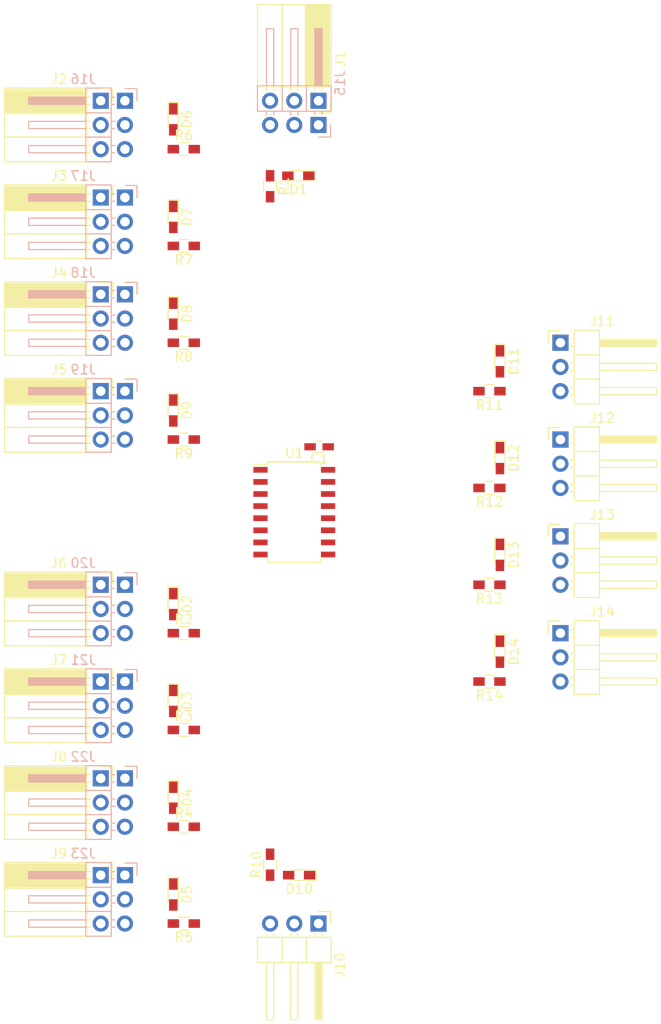
<source format=kicad_pcb>
(kicad_pcb (version 4) (host pcbnew 4.0.7)

  (general
    (links 113)
    (no_connects 113)
    (area 0 0 0 0)
    (thickness 1.6)
    (drawings 0)
    (tracks 0)
    (zones 0)
    (modules 53)
    (nets 31)
  )

  (page A4)
  (layers
    (0 F.Cu signal)
    (31 B.Cu signal)
    (32 B.Adhes user)
    (33 F.Adhes user)
    (34 B.Paste user)
    (35 F.Paste user)
    (36 B.SilkS user)
    (37 F.SilkS user)
    (38 B.Mask user)
    (39 F.Mask user)
    (40 Dwgs.User user)
    (41 Cmts.User user)
    (42 Eco1.User user)
    (43 Eco2.User user)
    (44 Edge.Cuts user)
    (45 Margin user)
    (46 B.CrtYd user)
    (47 F.CrtYd user)
    (48 B.Fab user)
    (49 F.Fab user)
  )

  (setup
    (last_trace_width 0.25)
    (trace_clearance 0.2)
    (zone_clearance 0.508)
    (zone_45_only no)
    (trace_min 0.2)
    (segment_width 0.2)
    (edge_width 0.15)
    (via_size 0.6)
    (via_drill 0.4)
    (via_min_size 0.4)
    (via_min_drill 0.3)
    (uvia_size 0.3)
    (uvia_drill 0.1)
    (uvias_allowed no)
    (uvia_min_size 0.2)
    (uvia_min_drill 0.1)
    (pcb_text_width 0.3)
    (pcb_text_size 1.5 1.5)
    (mod_edge_width 0.15)
    (mod_text_size 1 1)
    (mod_text_width 0.15)
    (pad_size 1.524 1.524)
    (pad_drill 0.762)
    (pad_to_mask_clearance 0.2)
    (aux_axis_origin 0 0)
    (visible_elements FFFFFF7F)
    (pcbplotparams
      (layerselection 0x00030_80000001)
      (usegerberextensions false)
      (excludeedgelayer true)
      (linewidth 0.100000)
      (plotframeref false)
      (viasonmask false)
      (mode 1)
      (useauxorigin false)
      (hpglpennumber 1)
      (hpglpenspeed 20)
      (hpglpendiameter 15)
      (hpglpenoverlay 2)
      (psnegative false)
      (psa4output false)
      (plotreference true)
      (plotvalue true)
      (plotinvisibletext false)
      (padsonsilk false)
      (subtractmaskfromsilk false)
      (outputformat 1)
      (mirror false)
      (drillshape 1)
      (scaleselection 1)
      (outputdirectory ""))
  )

  (net 0 "")
  (net 1 Vin)
  (net 2 GND)
  (net 3 "Net-(D1-Pad2)")
  (net 4 "Net-(D2-Pad2)")
  (net 5 "Net-(D3-Pad2)")
  (net 6 "Net-(D4-Pad2)")
  (net 7 "Net-(D5-Pad2)")
  (net 8 "Net-(D6-Pad2)")
  (net 9 "Net-(D7-Pad2)")
  (net 10 "Net-(D8-Pad2)")
  (net 11 "Net-(D9-Pad2)")
  (net 12 "Net-(D10-Pad2)")
  (net 13 "Net-(D11-Pad2)")
  (net 14 "Net-(D12-Pad2)")
  (net 15 "Net-(D13-Pad2)")
  (net 16 "Net-(D14-Pad2)")
  (net 17 CIn)
  (net 18 InA0)
  (net 19 InA1)
  (net 20 InA2)
  (net 21 InA3)
  (net 22 InB0)
  (net 23 InB1)
  (net 24 InB2)
  (net 25 InB3)
  (net 26 COut)
  (net 27 OutS0)
  (net 28 OutS1)
  (net 29 OutS2)
  (net 30 OutS3)

  (net_class Default "This is the default net class."
    (clearance 0.2)
    (trace_width 0.25)
    (via_dia 0.6)
    (via_drill 0.4)
    (uvia_dia 0.3)
    (uvia_drill 0.1)
    (add_net CIn)
    (add_net COut)
    (add_net GND)
    (add_net InA0)
    (add_net InA1)
    (add_net InA2)
    (add_net InA3)
    (add_net InB0)
    (add_net InB1)
    (add_net InB2)
    (add_net InB3)
    (add_net "Net-(D1-Pad2)")
    (add_net "Net-(D10-Pad2)")
    (add_net "Net-(D11-Pad2)")
    (add_net "Net-(D12-Pad2)")
    (add_net "Net-(D13-Pad2)")
    (add_net "Net-(D14-Pad2)")
    (add_net "Net-(D2-Pad2)")
    (add_net "Net-(D3-Pad2)")
    (add_net "Net-(D4-Pad2)")
    (add_net "Net-(D5-Pad2)")
    (add_net "Net-(D6-Pad2)")
    (add_net "Net-(D7-Pad2)")
    (add_net "Net-(D8-Pad2)")
    (add_net "Net-(D9-Pad2)")
    (add_net OutS0)
    (add_net OutS1)
    (add_net OutS2)
    (add_net OutS3)
    (add_net Vin)
  )

  (module Capacitors_SMD:C_0603_HandSoldering (layer F.Cu) (tedit 58AA848B) (tstamp 5B7592A5)
    (at 172.786 112.522 180)
    (descr "Capacitor SMD 0603, hand soldering")
    (tags "capacitor 0603")
    (path /5B75C8B7)
    (attr smd)
    (fp_text reference C1 (at 0 -1.25 180) (layer F.SilkS)
      (effects (font (size 1 1) (thickness 0.15)))
    )
    (fp_text value 10uF (at 0 1.5 180) (layer F.Fab)
      (effects (font (size 1 1) (thickness 0.15)))
    )
    (fp_text user %R (at 0 -1.25 180) (layer F.Fab)
      (effects (font (size 1 1) (thickness 0.15)))
    )
    (fp_line (start -0.8 0.4) (end -0.8 -0.4) (layer F.Fab) (width 0.1))
    (fp_line (start 0.8 0.4) (end -0.8 0.4) (layer F.Fab) (width 0.1))
    (fp_line (start 0.8 -0.4) (end 0.8 0.4) (layer F.Fab) (width 0.1))
    (fp_line (start -0.8 -0.4) (end 0.8 -0.4) (layer F.Fab) (width 0.1))
    (fp_line (start -0.35 -0.6) (end 0.35 -0.6) (layer F.SilkS) (width 0.12))
    (fp_line (start 0.35 0.6) (end -0.35 0.6) (layer F.SilkS) (width 0.12))
    (fp_line (start -1.8 -0.65) (end 1.8 -0.65) (layer F.CrtYd) (width 0.05))
    (fp_line (start -1.8 -0.65) (end -1.8 0.65) (layer F.CrtYd) (width 0.05))
    (fp_line (start 1.8 0.65) (end 1.8 -0.65) (layer F.CrtYd) (width 0.05))
    (fp_line (start 1.8 0.65) (end -1.8 0.65) (layer F.CrtYd) (width 0.05))
    (pad 1 smd rect (at -0.95 0 180) (size 1.2 0.75) (layers F.Cu F.Paste F.Mask)
      (net 1 Vin))
    (pad 2 smd rect (at 0.95 0 180) (size 1.2 0.75) (layers F.Cu F.Paste F.Mask)
      (net 2 GND))
    (model Capacitors_SMD.3dshapes/C_0603.wrl
      (at (xyz 0 0 0))
      (scale (xyz 1 1 1))
      (rotate (xyz 0 0 0))
    )
  )

  (module LEDs:LED_0603_HandSoldering (layer F.Cu) (tedit 595FC9C0) (tstamp 5B7592B1)
    (at 157.48 129.032 270)
    (descr "LED SMD 0603, hand soldering")
    (tags "LED 0603")
    (path /5AF0D81F)
    (attr smd)
    (fp_text reference D2 (at 0 -1.45 270) (layer F.SilkS)
      (effects (font (size 1 1) (thickness 0.15)))
    )
    (fp_text value InA0 (at 0 1.55 270) (layer F.Fab)
      (effects (font (size 1 1) (thickness 0.15)))
    )
    (fp_line (start -1.8 -0.55) (end -1.8 0.55) (layer F.SilkS) (width 0.12))
    (fp_line (start -0.2 -0.2) (end -0.2 0.2) (layer F.Fab) (width 0.1))
    (fp_line (start -0.15 0) (end 0.15 -0.2) (layer F.Fab) (width 0.1))
    (fp_line (start 0.15 0.2) (end -0.15 0) (layer F.Fab) (width 0.1))
    (fp_line (start 0.15 -0.2) (end 0.15 0.2) (layer F.Fab) (width 0.1))
    (fp_line (start 0.8 0.4) (end -0.8 0.4) (layer F.Fab) (width 0.1))
    (fp_line (start 0.8 -0.4) (end 0.8 0.4) (layer F.Fab) (width 0.1))
    (fp_line (start -0.8 -0.4) (end 0.8 -0.4) (layer F.Fab) (width 0.1))
    (fp_line (start -1.8 0.55) (end 0.8 0.55) (layer F.SilkS) (width 0.12))
    (fp_line (start -1.8 -0.55) (end 0.8 -0.55) (layer F.SilkS) (width 0.12))
    (fp_line (start -1.96 -0.7) (end 1.95 -0.7) (layer F.CrtYd) (width 0.05))
    (fp_line (start -1.96 -0.7) (end -1.96 0.7) (layer F.CrtYd) (width 0.05))
    (fp_line (start 1.95 0.7) (end 1.95 -0.7) (layer F.CrtYd) (width 0.05))
    (fp_line (start 1.95 0.7) (end -1.96 0.7) (layer F.CrtYd) (width 0.05))
    (fp_line (start -0.8 -0.4) (end -0.8 0.4) (layer F.Fab) (width 0.1))
    (pad 1 smd rect (at -1.1 0 270) (size 1.2 0.9) (layers F.Cu F.Paste F.Mask)
      (net 2 GND))
    (pad 2 smd rect (at 1.1 0 270) (size 1.2 0.9) (layers F.Cu F.Paste F.Mask)
      (net 4 "Net-(D2-Pad2)"))
    (model ${KISYS3DMOD}/LEDs.3dshapes/LED_0603.wrl
      (at (xyz 0 0 0))
      (scale (xyz 1 1 1))
      (rotate (xyz 0 0 180))
    )
  )

  (module LEDs:LED_0603_HandSoldering (layer F.Cu) (tedit 595FC9C0) (tstamp 5B7592B7)
    (at 157.48 139.192 270)
    (descr "LED SMD 0603, hand soldering")
    (tags "LED 0603")
    (path /5AF0FB97)
    (attr smd)
    (fp_text reference D3 (at 0 -1.45 270) (layer F.SilkS)
      (effects (font (size 1 1) (thickness 0.15)))
    )
    (fp_text value InA1 (at 0 1.55 270) (layer F.Fab)
      (effects (font (size 1 1) (thickness 0.15)))
    )
    (fp_line (start -1.8 -0.55) (end -1.8 0.55) (layer F.SilkS) (width 0.12))
    (fp_line (start -0.2 -0.2) (end -0.2 0.2) (layer F.Fab) (width 0.1))
    (fp_line (start -0.15 0) (end 0.15 -0.2) (layer F.Fab) (width 0.1))
    (fp_line (start 0.15 0.2) (end -0.15 0) (layer F.Fab) (width 0.1))
    (fp_line (start 0.15 -0.2) (end 0.15 0.2) (layer F.Fab) (width 0.1))
    (fp_line (start 0.8 0.4) (end -0.8 0.4) (layer F.Fab) (width 0.1))
    (fp_line (start 0.8 -0.4) (end 0.8 0.4) (layer F.Fab) (width 0.1))
    (fp_line (start -0.8 -0.4) (end 0.8 -0.4) (layer F.Fab) (width 0.1))
    (fp_line (start -1.8 0.55) (end 0.8 0.55) (layer F.SilkS) (width 0.12))
    (fp_line (start -1.8 -0.55) (end 0.8 -0.55) (layer F.SilkS) (width 0.12))
    (fp_line (start -1.96 -0.7) (end 1.95 -0.7) (layer F.CrtYd) (width 0.05))
    (fp_line (start -1.96 -0.7) (end -1.96 0.7) (layer F.CrtYd) (width 0.05))
    (fp_line (start 1.95 0.7) (end 1.95 -0.7) (layer F.CrtYd) (width 0.05))
    (fp_line (start 1.95 0.7) (end -1.96 0.7) (layer F.CrtYd) (width 0.05))
    (fp_line (start -0.8 -0.4) (end -0.8 0.4) (layer F.Fab) (width 0.1))
    (pad 1 smd rect (at -1.1 0 270) (size 1.2 0.9) (layers F.Cu F.Paste F.Mask)
      (net 2 GND))
    (pad 2 smd rect (at 1.1 0 270) (size 1.2 0.9) (layers F.Cu F.Paste F.Mask)
      (net 5 "Net-(D3-Pad2)"))
    (model ${KISYS3DMOD}/LEDs.3dshapes/LED_0603.wrl
      (at (xyz 0 0 0))
      (scale (xyz 1 1 1))
      (rotate (xyz 0 0 180))
    )
  )

  (module LEDs:LED_0603_HandSoldering (layer F.Cu) (tedit 595FC9C0) (tstamp 5B7592BD)
    (at 157.48 149.352 270)
    (descr "LED SMD 0603, hand soldering")
    (tags "LED 0603")
    (path /5AF0FEC0)
    (attr smd)
    (fp_text reference D4 (at 0 -1.45 270) (layer F.SilkS)
      (effects (font (size 1 1) (thickness 0.15)))
    )
    (fp_text value InA2 (at 0 1.55 270) (layer F.Fab)
      (effects (font (size 1 1) (thickness 0.15)))
    )
    (fp_line (start -1.8 -0.55) (end -1.8 0.55) (layer F.SilkS) (width 0.12))
    (fp_line (start -0.2 -0.2) (end -0.2 0.2) (layer F.Fab) (width 0.1))
    (fp_line (start -0.15 0) (end 0.15 -0.2) (layer F.Fab) (width 0.1))
    (fp_line (start 0.15 0.2) (end -0.15 0) (layer F.Fab) (width 0.1))
    (fp_line (start 0.15 -0.2) (end 0.15 0.2) (layer F.Fab) (width 0.1))
    (fp_line (start 0.8 0.4) (end -0.8 0.4) (layer F.Fab) (width 0.1))
    (fp_line (start 0.8 -0.4) (end 0.8 0.4) (layer F.Fab) (width 0.1))
    (fp_line (start -0.8 -0.4) (end 0.8 -0.4) (layer F.Fab) (width 0.1))
    (fp_line (start -1.8 0.55) (end 0.8 0.55) (layer F.SilkS) (width 0.12))
    (fp_line (start -1.8 -0.55) (end 0.8 -0.55) (layer F.SilkS) (width 0.12))
    (fp_line (start -1.96 -0.7) (end 1.95 -0.7) (layer F.CrtYd) (width 0.05))
    (fp_line (start -1.96 -0.7) (end -1.96 0.7) (layer F.CrtYd) (width 0.05))
    (fp_line (start 1.95 0.7) (end 1.95 -0.7) (layer F.CrtYd) (width 0.05))
    (fp_line (start 1.95 0.7) (end -1.96 0.7) (layer F.CrtYd) (width 0.05))
    (fp_line (start -0.8 -0.4) (end -0.8 0.4) (layer F.Fab) (width 0.1))
    (pad 1 smd rect (at -1.1 0 270) (size 1.2 0.9) (layers F.Cu F.Paste F.Mask)
      (net 2 GND))
    (pad 2 smd rect (at 1.1 0 270) (size 1.2 0.9) (layers F.Cu F.Paste F.Mask)
      (net 6 "Net-(D4-Pad2)"))
    (model ${KISYS3DMOD}/LEDs.3dshapes/LED_0603.wrl
      (at (xyz 0 0 0))
      (scale (xyz 1 1 1))
      (rotate (xyz 0 0 180))
    )
  )

  (module LEDs:LED_0603_HandSoldering (layer F.Cu) (tedit 595FC9C0) (tstamp 5B7592C3)
    (at 157.48 159.512 270)
    (descr "LED SMD 0603, hand soldering")
    (tags "LED 0603")
    (path /5AF102FD)
    (attr smd)
    (fp_text reference D5 (at 0 -1.45 270) (layer F.SilkS)
      (effects (font (size 1 1) (thickness 0.15)))
    )
    (fp_text value InA3 (at 0 1.55 270) (layer F.Fab)
      (effects (font (size 1 1) (thickness 0.15)))
    )
    (fp_line (start -1.8 -0.55) (end -1.8 0.55) (layer F.SilkS) (width 0.12))
    (fp_line (start -0.2 -0.2) (end -0.2 0.2) (layer F.Fab) (width 0.1))
    (fp_line (start -0.15 0) (end 0.15 -0.2) (layer F.Fab) (width 0.1))
    (fp_line (start 0.15 0.2) (end -0.15 0) (layer F.Fab) (width 0.1))
    (fp_line (start 0.15 -0.2) (end 0.15 0.2) (layer F.Fab) (width 0.1))
    (fp_line (start 0.8 0.4) (end -0.8 0.4) (layer F.Fab) (width 0.1))
    (fp_line (start 0.8 -0.4) (end 0.8 0.4) (layer F.Fab) (width 0.1))
    (fp_line (start -0.8 -0.4) (end 0.8 -0.4) (layer F.Fab) (width 0.1))
    (fp_line (start -1.8 0.55) (end 0.8 0.55) (layer F.SilkS) (width 0.12))
    (fp_line (start -1.8 -0.55) (end 0.8 -0.55) (layer F.SilkS) (width 0.12))
    (fp_line (start -1.96 -0.7) (end 1.95 -0.7) (layer F.CrtYd) (width 0.05))
    (fp_line (start -1.96 -0.7) (end -1.96 0.7) (layer F.CrtYd) (width 0.05))
    (fp_line (start 1.95 0.7) (end 1.95 -0.7) (layer F.CrtYd) (width 0.05))
    (fp_line (start 1.95 0.7) (end -1.96 0.7) (layer F.CrtYd) (width 0.05))
    (fp_line (start -0.8 -0.4) (end -0.8 0.4) (layer F.Fab) (width 0.1))
    (pad 1 smd rect (at -1.1 0 270) (size 1.2 0.9) (layers F.Cu F.Paste F.Mask)
      (net 2 GND))
    (pad 2 smd rect (at 1.1 0 270) (size 1.2 0.9) (layers F.Cu F.Paste F.Mask)
      (net 7 "Net-(D5-Pad2)"))
    (model ${KISYS3DMOD}/LEDs.3dshapes/LED_0603.wrl
      (at (xyz 0 0 0))
      (scale (xyz 1 1 1))
      (rotate (xyz 0 0 180))
    )
  )

  (module LEDs:LED_0603_HandSoldering (layer F.Cu) (tedit 595FC9C0) (tstamp 5B7592C9)
    (at 157.48 78.148 270)
    (descr "LED SMD 0603, hand soldering")
    (tags "LED 0603")
    (path /5AF10D97)
    (attr smd)
    (fp_text reference D6 (at 0 -1.45 270) (layer F.SilkS)
      (effects (font (size 1 1) (thickness 0.15)))
    )
    (fp_text value InB0 (at 0 1.55 270) (layer F.Fab)
      (effects (font (size 1 1) (thickness 0.15)))
    )
    (fp_line (start -1.8 -0.55) (end -1.8 0.55) (layer F.SilkS) (width 0.12))
    (fp_line (start -0.2 -0.2) (end -0.2 0.2) (layer F.Fab) (width 0.1))
    (fp_line (start -0.15 0) (end 0.15 -0.2) (layer F.Fab) (width 0.1))
    (fp_line (start 0.15 0.2) (end -0.15 0) (layer F.Fab) (width 0.1))
    (fp_line (start 0.15 -0.2) (end 0.15 0.2) (layer F.Fab) (width 0.1))
    (fp_line (start 0.8 0.4) (end -0.8 0.4) (layer F.Fab) (width 0.1))
    (fp_line (start 0.8 -0.4) (end 0.8 0.4) (layer F.Fab) (width 0.1))
    (fp_line (start -0.8 -0.4) (end 0.8 -0.4) (layer F.Fab) (width 0.1))
    (fp_line (start -1.8 0.55) (end 0.8 0.55) (layer F.SilkS) (width 0.12))
    (fp_line (start -1.8 -0.55) (end 0.8 -0.55) (layer F.SilkS) (width 0.12))
    (fp_line (start -1.96 -0.7) (end 1.95 -0.7) (layer F.CrtYd) (width 0.05))
    (fp_line (start -1.96 -0.7) (end -1.96 0.7) (layer F.CrtYd) (width 0.05))
    (fp_line (start 1.95 0.7) (end 1.95 -0.7) (layer F.CrtYd) (width 0.05))
    (fp_line (start 1.95 0.7) (end -1.96 0.7) (layer F.CrtYd) (width 0.05))
    (fp_line (start -0.8 -0.4) (end -0.8 0.4) (layer F.Fab) (width 0.1))
    (pad 1 smd rect (at -1.1 0 270) (size 1.2 0.9) (layers F.Cu F.Paste F.Mask)
      (net 2 GND))
    (pad 2 smd rect (at 1.1 0 270) (size 1.2 0.9) (layers F.Cu F.Paste F.Mask)
      (net 8 "Net-(D6-Pad2)"))
    (model ${KISYS3DMOD}/LEDs.3dshapes/LED_0603.wrl
      (at (xyz 0 0 0))
      (scale (xyz 1 1 1))
      (rotate (xyz 0 0 180))
    )
  )

  (module LEDs:LED_0603_HandSoldering (layer F.Cu) (tedit 595FC9C0) (tstamp 5B7592CF)
    (at 157.48 88.392 270)
    (descr "LED SMD 0603, hand soldering")
    (tags "LED 0603")
    (path /5AF10DB8)
    (attr smd)
    (fp_text reference D7 (at 0 -1.45 270) (layer F.SilkS)
      (effects (font (size 1 1) (thickness 0.15)))
    )
    (fp_text value InB1 (at 0 1.55 270) (layer F.Fab)
      (effects (font (size 1 1) (thickness 0.15)))
    )
    (fp_line (start -1.8 -0.55) (end -1.8 0.55) (layer F.SilkS) (width 0.12))
    (fp_line (start -0.2 -0.2) (end -0.2 0.2) (layer F.Fab) (width 0.1))
    (fp_line (start -0.15 0) (end 0.15 -0.2) (layer F.Fab) (width 0.1))
    (fp_line (start 0.15 0.2) (end -0.15 0) (layer F.Fab) (width 0.1))
    (fp_line (start 0.15 -0.2) (end 0.15 0.2) (layer F.Fab) (width 0.1))
    (fp_line (start 0.8 0.4) (end -0.8 0.4) (layer F.Fab) (width 0.1))
    (fp_line (start 0.8 -0.4) (end 0.8 0.4) (layer F.Fab) (width 0.1))
    (fp_line (start -0.8 -0.4) (end 0.8 -0.4) (layer F.Fab) (width 0.1))
    (fp_line (start -1.8 0.55) (end 0.8 0.55) (layer F.SilkS) (width 0.12))
    (fp_line (start -1.8 -0.55) (end 0.8 -0.55) (layer F.SilkS) (width 0.12))
    (fp_line (start -1.96 -0.7) (end 1.95 -0.7) (layer F.CrtYd) (width 0.05))
    (fp_line (start -1.96 -0.7) (end -1.96 0.7) (layer F.CrtYd) (width 0.05))
    (fp_line (start 1.95 0.7) (end 1.95 -0.7) (layer F.CrtYd) (width 0.05))
    (fp_line (start 1.95 0.7) (end -1.96 0.7) (layer F.CrtYd) (width 0.05))
    (fp_line (start -0.8 -0.4) (end -0.8 0.4) (layer F.Fab) (width 0.1))
    (pad 1 smd rect (at -1.1 0 270) (size 1.2 0.9) (layers F.Cu F.Paste F.Mask)
      (net 2 GND))
    (pad 2 smd rect (at 1.1 0 270) (size 1.2 0.9) (layers F.Cu F.Paste F.Mask)
      (net 9 "Net-(D7-Pad2)"))
    (model ${KISYS3DMOD}/LEDs.3dshapes/LED_0603.wrl
      (at (xyz 0 0 0))
      (scale (xyz 1 1 1))
      (rotate (xyz 0 0 180))
    )
  )

  (module LEDs:LED_0603_HandSoldering (layer F.Cu) (tedit 595FC9C0) (tstamp 5B7592D5)
    (at 157.48 98.552 270)
    (descr "LED SMD 0603, hand soldering")
    (tags "LED 0603")
    (path /5AF10DD9)
    (attr smd)
    (fp_text reference D8 (at 0 -1.45 270) (layer F.SilkS)
      (effects (font (size 1 1) (thickness 0.15)))
    )
    (fp_text value InB2 (at 0 1.55 270) (layer F.Fab)
      (effects (font (size 1 1) (thickness 0.15)))
    )
    (fp_line (start -1.8 -0.55) (end -1.8 0.55) (layer F.SilkS) (width 0.12))
    (fp_line (start -0.2 -0.2) (end -0.2 0.2) (layer F.Fab) (width 0.1))
    (fp_line (start -0.15 0) (end 0.15 -0.2) (layer F.Fab) (width 0.1))
    (fp_line (start 0.15 0.2) (end -0.15 0) (layer F.Fab) (width 0.1))
    (fp_line (start 0.15 -0.2) (end 0.15 0.2) (layer F.Fab) (width 0.1))
    (fp_line (start 0.8 0.4) (end -0.8 0.4) (layer F.Fab) (width 0.1))
    (fp_line (start 0.8 -0.4) (end 0.8 0.4) (layer F.Fab) (width 0.1))
    (fp_line (start -0.8 -0.4) (end 0.8 -0.4) (layer F.Fab) (width 0.1))
    (fp_line (start -1.8 0.55) (end 0.8 0.55) (layer F.SilkS) (width 0.12))
    (fp_line (start -1.8 -0.55) (end 0.8 -0.55) (layer F.SilkS) (width 0.12))
    (fp_line (start -1.96 -0.7) (end 1.95 -0.7) (layer F.CrtYd) (width 0.05))
    (fp_line (start -1.96 -0.7) (end -1.96 0.7) (layer F.CrtYd) (width 0.05))
    (fp_line (start 1.95 0.7) (end 1.95 -0.7) (layer F.CrtYd) (width 0.05))
    (fp_line (start 1.95 0.7) (end -1.96 0.7) (layer F.CrtYd) (width 0.05))
    (fp_line (start -0.8 -0.4) (end -0.8 0.4) (layer F.Fab) (width 0.1))
    (pad 1 smd rect (at -1.1 0 270) (size 1.2 0.9) (layers F.Cu F.Paste F.Mask)
      (net 2 GND))
    (pad 2 smd rect (at 1.1 0 270) (size 1.2 0.9) (layers F.Cu F.Paste F.Mask)
      (net 10 "Net-(D8-Pad2)"))
    (model ${KISYS3DMOD}/LEDs.3dshapes/LED_0603.wrl
      (at (xyz 0 0 0))
      (scale (xyz 1 1 1))
      (rotate (xyz 0 0 180))
    )
  )

  (module LEDs:LED_0603_HandSoldering (layer F.Cu) (tedit 595FC9C0) (tstamp 5B7592DB)
    (at 157.48 108.712 270)
    (descr "LED SMD 0603, hand soldering")
    (tags "LED 0603")
    (path /5AF10DFA)
    (attr smd)
    (fp_text reference D9 (at 0 -1.45 270) (layer F.SilkS)
      (effects (font (size 1 1) (thickness 0.15)))
    )
    (fp_text value InB3 (at 0 1.55 270) (layer F.Fab)
      (effects (font (size 1 1) (thickness 0.15)))
    )
    (fp_line (start -1.8 -0.55) (end -1.8 0.55) (layer F.SilkS) (width 0.12))
    (fp_line (start -0.2 -0.2) (end -0.2 0.2) (layer F.Fab) (width 0.1))
    (fp_line (start -0.15 0) (end 0.15 -0.2) (layer F.Fab) (width 0.1))
    (fp_line (start 0.15 0.2) (end -0.15 0) (layer F.Fab) (width 0.1))
    (fp_line (start 0.15 -0.2) (end 0.15 0.2) (layer F.Fab) (width 0.1))
    (fp_line (start 0.8 0.4) (end -0.8 0.4) (layer F.Fab) (width 0.1))
    (fp_line (start 0.8 -0.4) (end 0.8 0.4) (layer F.Fab) (width 0.1))
    (fp_line (start -0.8 -0.4) (end 0.8 -0.4) (layer F.Fab) (width 0.1))
    (fp_line (start -1.8 0.55) (end 0.8 0.55) (layer F.SilkS) (width 0.12))
    (fp_line (start -1.8 -0.55) (end 0.8 -0.55) (layer F.SilkS) (width 0.12))
    (fp_line (start -1.96 -0.7) (end 1.95 -0.7) (layer F.CrtYd) (width 0.05))
    (fp_line (start -1.96 -0.7) (end -1.96 0.7) (layer F.CrtYd) (width 0.05))
    (fp_line (start 1.95 0.7) (end 1.95 -0.7) (layer F.CrtYd) (width 0.05))
    (fp_line (start 1.95 0.7) (end -1.96 0.7) (layer F.CrtYd) (width 0.05))
    (fp_line (start -0.8 -0.4) (end -0.8 0.4) (layer F.Fab) (width 0.1))
    (pad 1 smd rect (at -1.1 0 270) (size 1.2 0.9) (layers F.Cu F.Paste F.Mask)
      (net 2 GND))
    (pad 2 smd rect (at 1.1 0 270) (size 1.2 0.9) (layers F.Cu F.Paste F.Mask)
      (net 11 "Net-(D9-Pad2)"))
    (model ${KISYS3DMOD}/LEDs.3dshapes/LED_0603.wrl
      (at (xyz 0 0 0))
      (scale (xyz 1 1 1))
      (rotate (xyz 0 0 180))
    )
  )

  (module LEDs:LED_0603_HandSoldering (layer F.Cu) (tedit 595FC9C0) (tstamp 5B7592E1)
    (at 170.688 157.48 180)
    (descr "LED SMD 0603, hand soldering")
    (tags "LED 0603")
    (path /5AF0DDE8)
    (attr smd)
    (fp_text reference D10 (at 0 -1.45 180) (layer F.SilkS)
      (effects (font (size 1 1) (thickness 0.15)))
    )
    (fp_text value COut (at 0 1.55 180) (layer F.Fab)
      (effects (font (size 1 1) (thickness 0.15)))
    )
    (fp_line (start -1.8 -0.55) (end -1.8 0.55) (layer F.SilkS) (width 0.12))
    (fp_line (start -0.2 -0.2) (end -0.2 0.2) (layer F.Fab) (width 0.1))
    (fp_line (start -0.15 0) (end 0.15 -0.2) (layer F.Fab) (width 0.1))
    (fp_line (start 0.15 0.2) (end -0.15 0) (layer F.Fab) (width 0.1))
    (fp_line (start 0.15 -0.2) (end 0.15 0.2) (layer F.Fab) (width 0.1))
    (fp_line (start 0.8 0.4) (end -0.8 0.4) (layer F.Fab) (width 0.1))
    (fp_line (start 0.8 -0.4) (end 0.8 0.4) (layer F.Fab) (width 0.1))
    (fp_line (start -0.8 -0.4) (end 0.8 -0.4) (layer F.Fab) (width 0.1))
    (fp_line (start -1.8 0.55) (end 0.8 0.55) (layer F.SilkS) (width 0.12))
    (fp_line (start -1.8 -0.55) (end 0.8 -0.55) (layer F.SilkS) (width 0.12))
    (fp_line (start -1.96 -0.7) (end 1.95 -0.7) (layer F.CrtYd) (width 0.05))
    (fp_line (start -1.96 -0.7) (end -1.96 0.7) (layer F.CrtYd) (width 0.05))
    (fp_line (start 1.95 0.7) (end 1.95 -0.7) (layer F.CrtYd) (width 0.05))
    (fp_line (start 1.95 0.7) (end -1.96 0.7) (layer F.CrtYd) (width 0.05))
    (fp_line (start -0.8 -0.4) (end -0.8 0.4) (layer F.Fab) (width 0.1))
    (pad 1 smd rect (at -1.1 0 180) (size 1.2 0.9) (layers F.Cu F.Paste F.Mask)
      (net 2 GND))
    (pad 2 smd rect (at 1.1 0 180) (size 1.2 0.9) (layers F.Cu F.Paste F.Mask)
      (net 12 "Net-(D10-Pad2)"))
    (model ${KISYS3DMOD}/LEDs.3dshapes/LED_0603.wrl
      (at (xyz 0 0 0))
      (scale (xyz 1 1 1))
      (rotate (xyz 0 0 180))
    )
  )

  (module LEDs:LED_0603_HandSoldering (layer F.Cu) (tedit 595FC9C0) (tstamp 5B7592E7)
    (at 191.77 103.548 270)
    (descr "LED SMD 0603, hand soldering")
    (tags "LED 0603")
    (path /5AF0B5FF)
    (attr smd)
    (fp_text reference D11 (at 0 -1.45 270) (layer F.SilkS)
      (effects (font (size 1 1) (thickness 0.15)))
    )
    (fp_text value OutS0 (at 0 1.55 270) (layer F.Fab)
      (effects (font (size 1 1) (thickness 0.15)))
    )
    (fp_line (start -1.8 -0.55) (end -1.8 0.55) (layer F.SilkS) (width 0.12))
    (fp_line (start -0.2 -0.2) (end -0.2 0.2) (layer F.Fab) (width 0.1))
    (fp_line (start -0.15 0) (end 0.15 -0.2) (layer F.Fab) (width 0.1))
    (fp_line (start 0.15 0.2) (end -0.15 0) (layer F.Fab) (width 0.1))
    (fp_line (start 0.15 -0.2) (end 0.15 0.2) (layer F.Fab) (width 0.1))
    (fp_line (start 0.8 0.4) (end -0.8 0.4) (layer F.Fab) (width 0.1))
    (fp_line (start 0.8 -0.4) (end 0.8 0.4) (layer F.Fab) (width 0.1))
    (fp_line (start -0.8 -0.4) (end 0.8 -0.4) (layer F.Fab) (width 0.1))
    (fp_line (start -1.8 0.55) (end 0.8 0.55) (layer F.SilkS) (width 0.12))
    (fp_line (start -1.8 -0.55) (end 0.8 -0.55) (layer F.SilkS) (width 0.12))
    (fp_line (start -1.96 -0.7) (end 1.95 -0.7) (layer F.CrtYd) (width 0.05))
    (fp_line (start -1.96 -0.7) (end -1.96 0.7) (layer F.CrtYd) (width 0.05))
    (fp_line (start 1.95 0.7) (end 1.95 -0.7) (layer F.CrtYd) (width 0.05))
    (fp_line (start 1.95 0.7) (end -1.96 0.7) (layer F.CrtYd) (width 0.05))
    (fp_line (start -0.8 -0.4) (end -0.8 0.4) (layer F.Fab) (width 0.1))
    (pad 1 smd rect (at -1.1 0 270) (size 1.2 0.9) (layers F.Cu F.Paste F.Mask)
      (net 2 GND))
    (pad 2 smd rect (at 1.1 0 270) (size 1.2 0.9) (layers F.Cu F.Paste F.Mask)
      (net 13 "Net-(D11-Pad2)"))
    (model ${KISYS3DMOD}/LEDs.3dshapes/LED_0603.wrl
      (at (xyz 0 0 0))
      (scale (xyz 1 1 1))
      (rotate (xyz 0 0 180))
    )
  )

  (module LEDs:LED_0603_HandSoldering (layer F.Cu) (tedit 595FC9C0) (tstamp 5B7592ED)
    (at 191.77 113.708 270)
    (descr "LED SMD 0603, hand soldering")
    (tags "LED 0603")
    (path /5AF12D23)
    (attr smd)
    (fp_text reference D12 (at 0 -1.45 270) (layer F.SilkS)
      (effects (font (size 1 1) (thickness 0.15)))
    )
    (fp_text value OutS1 (at 0 1.55 270) (layer F.Fab)
      (effects (font (size 1 1) (thickness 0.15)))
    )
    (fp_line (start -1.8 -0.55) (end -1.8 0.55) (layer F.SilkS) (width 0.12))
    (fp_line (start -0.2 -0.2) (end -0.2 0.2) (layer F.Fab) (width 0.1))
    (fp_line (start -0.15 0) (end 0.15 -0.2) (layer F.Fab) (width 0.1))
    (fp_line (start 0.15 0.2) (end -0.15 0) (layer F.Fab) (width 0.1))
    (fp_line (start 0.15 -0.2) (end 0.15 0.2) (layer F.Fab) (width 0.1))
    (fp_line (start 0.8 0.4) (end -0.8 0.4) (layer F.Fab) (width 0.1))
    (fp_line (start 0.8 -0.4) (end 0.8 0.4) (layer F.Fab) (width 0.1))
    (fp_line (start -0.8 -0.4) (end 0.8 -0.4) (layer F.Fab) (width 0.1))
    (fp_line (start -1.8 0.55) (end 0.8 0.55) (layer F.SilkS) (width 0.12))
    (fp_line (start -1.8 -0.55) (end 0.8 -0.55) (layer F.SilkS) (width 0.12))
    (fp_line (start -1.96 -0.7) (end 1.95 -0.7) (layer F.CrtYd) (width 0.05))
    (fp_line (start -1.96 -0.7) (end -1.96 0.7) (layer F.CrtYd) (width 0.05))
    (fp_line (start 1.95 0.7) (end 1.95 -0.7) (layer F.CrtYd) (width 0.05))
    (fp_line (start 1.95 0.7) (end -1.96 0.7) (layer F.CrtYd) (width 0.05))
    (fp_line (start -0.8 -0.4) (end -0.8 0.4) (layer F.Fab) (width 0.1))
    (pad 1 smd rect (at -1.1 0 270) (size 1.2 0.9) (layers F.Cu F.Paste F.Mask)
      (net 2 GND))
    (pad 2 smd rect (at 1.1 0 270) (size 1.2 0.9) (layers F.Cu F.Paste F.Mask)
      (net 14 "Net-(D12-Pad2)"))
    (model ${KISYS3DMOD}/LEDs.3dshapes/LED_0603.wrl
      (at (xyz 0 0 0))
      (scale (xyz 1 1 1))
      (rotate (xyz 0 0 180))
    )
  )

  (module LEDs:LED_0603_HandSoldering (layer F.Cu) (tedit 595FC9C0) (tstamp 5B7592F3)
    (at 191.77 123.868 270)
    (descr "LED SMD 0603, hand soldering")
    (tags "LED 0603")
    (path /5AF136A5)
    (attr smd)
    (fp_text reference D13 (at 0 -1.45 270) (layer F.SilkS)
      (effects (font (size 1 1) (thickness 0.15)))
    )
    (fp_text value OutS2 (at 0 1.55 270) (layer F.Fab)
      (effects (font (size 1 1) (thickness 0.15)))
    )
    (fp_line (start -1.8 -0.55) (end -1.8 0.55) (layer F.SilkS) (width 0.12))
    (fp_line (start -0.2 -0.2) (end -0.2 0.2) (layer F.Fab) (width 0.1))
    (fp_line (start -0.15 0) (end 0.15 -0.2) (layer F.Fab) (width 0.1))
    (fp_line (start 0.15 0.2) (end -0.15 0) (layer F.Fab) (width 0.1))
    (fp_line (start 0.15 -0.2) (end 0.15 0.2) (layer F.Fab) (width 0.1))
    (fp_line (start 0.8 0.4) (end -0.8 0.4) (layer F.Fab) (width 0.1))
    (fp_line (start 0.8 -0.4) (end 0.8 0.4) (layer F.Fab) (width 0.1))
    (fp_line (start -0.8 -0.4) (end 0.8 -0.4) (layer F.Fab) (width 0.1))
    (fp_line (start -1.8 0.55) (end 0.8 0.55) (layer F.SilkS) (width 0.12))
    (fp_line (start -1.8 -0.55) (end 0.8 -0.55) (layer F.SilkS) (width 0.12))
    (fp_line (start -1.96 -0.7) (end 1.95 -0.7) (layer F.CrtYd) (width 0.05))
    (fp_line (start -1.96 -0.7) (end -1.96 0.7) (layer F.CrtYd) (width 0.05))
    (fp_line (start 1.95 0.7) (end 1.95 -0.7) (layer F.CrtYd) (width 0.05))
    (fp_line (start 1.95 0.7) (end -1.96 0.7) (layer F.CrtYd) (width 0.05))
    (fp_line (start -0.8 -0.4) (end -0.8 0.4) (layer F.Fab) (width 0.1))
    (pad 1 smd rect (at -1.1 0 270) (size 1.2 0.9) (layers F.Cu F.Paste F.Mask)
      (net 2 GND))
    (pad 2 smd rect (at 1.1 0 270) (size 1.2 0.9) (layers F.Cu F.Paste F.Mask)
      (net 15 "Net-(D13-Pad2)"))
    (model ${KISYS3DMOD}/LEDs.3dshapes/LED_0603.wrl
      (at (xyz 0 0 0))
      (scale (xyz 1 1 1))
      (rotate (xyz 0 0 180))
    )
  )

  (module LEDs:LED_0603_HandSoldering (layer F.Cu) (tedit 595FC9C0) (tstamp 5B7592F9)
    (at 191.77 134.028 270)
    (descr "LED SMD 0603, hand soldering")
    (tags "LED 0603")
    (path /5AF136BE)
    (attr smd)
    (fp_text reference D14 (at 0 -1.45 270) (layer F.SilkS)
      (effects (font (size 1 1) (thickness 0.15)))
    )
    (fp_text value OutS3 (at 0 1.55 270) (layer F.Fab)
      (effects (font (size 1 1) (thickness 0.15)))
    )
    (fp_line (start -1.8 -0.55) (end -1.8 0.55) (layer F.SilkS) (width 0.12))
    (fp_line (start -0.2 -0.2) (end -0.2 0.2) (layer F.Fab) (width 0.1))
    (fp_line (start -0.15 0) (end 0.15 -0.2) (layer F.Fab) (width 0.1))
    (fp_line (start 0.15 0.2) (end -0.15 0) (layer F.Fab) (width 0.1))
    (fp_line (start 0.15 -0.2) (end 0.15 0.2) (layer F.Fab) (width 0.1))
    (fp_line (start 0.8 0.4) (end -0.8 0.4) (layer F.Fab) (width 0.1))
    (fp_line (start 0.8 -0.4) (end 0.8 0.4) (layer F.Fab) (width 0.1))
    (fp_line (start -0.8 -0.4) (end 0.8 -0.4) (layer F.Fab) (width 0.1))
    (fp_line (start -1.8 0.55) (end 0.8 0.55) (layer F.SilkS) (width 0.12))
    (fp_line (start -1.8 -0.55) (end 0.8 -0.55) (layer F.SilkS) (width 0.12))
    (fp_line (start -1.96 -0.7) (end 1.95 -0.7) (layer F.CrtYd) (width 0.05))
    (fp_line (start -1.96 -0.7) (end -1.96 0.7) (layer F.CrtYd) (width 0.05))
    (fp_line (start 1.95 0.7) (end 1.95 -0.7) (layer F.CrtYd) (width 0.05))
    (fp_line (start 1.95 0.7) (end -1.96 0.7) (layer F.CrtYd) (width 0.05))
    (fp_line (start -0.8 -0.4) (end -0.8 0.4) (layer F.Fab) (width 0.1))
    (pad 1 smd rect (at -1.1 0 270) (size 1.2 0.9) (layers F.Cu F.Paste F.Mask)
      (net 2 GND))
    (pad 2 smd rect (at 1.1 0 270) (size 1.2 0.9) (layers F.Cu F.Paste F.Mask)
      (net 16 "Net-(D14-Pad2)"))
    (model ${KISYS3DMOD}/LEDs.3dshapes/LED_0603.wrl
      (at (xyz 0 0 0))
      (scale (xyz 1 1 1))
      (rotate (xyz 0 0 180))
    )
  )

  (module Socket_Strips:Socket_Strip_Angled_1x03_Pitch2.54mm (layer F.Cu) (tedit 58CD5446) (tstamp 5B759300)
    (at 172.72 76.2 270)
    (descr "Through hole angled socket strip, 1x03, 2.54mm pitch, 8.51mm socket length, single row")
    (tags "Through hole angled socket strip THT 1x03 2.54mm single row")
    (path /5AF0AE86)
    (fp_text reference J1 (at -4.38 -2.27 270) (layer F.SilkS)
      (effects (font (size 1 1) (thickness 0.15)))
    )
    (fp_text value CIn (at -4.38 7.35 270) (layer F.Fab)
      (effects (font (size 1 1) (thickness 0.15)))
    )
    (fp_line (start -1.52 -1.27) (end -1.52 1.27) (layer F.Fab) (width 0.1))
    (fp_line (start -1.52 1.27) (end -10.03 1.27) (layer F.Fab) (width 0.1))
    (fp_line (start -10.03 1.27) (end -10.03 -1.27) (layer F.Fab) (width 0.1))
    (fp_line (start -10.03 -1.27) (end -1.52 -1.27) (layer F.Fab) (width 0.1))
    (fp_line (start 0 -0.32) (end 0 0.32) (layer F.Fab) (width 0.1))
    (fp_line (start 0 0.32) (end -1.52 0.32) (layer F.Fab) (width 0.1))
    (fp_line (start -1.52 0.32) (end -1.52 -0.32) (layer F.Fab) (width 0.1))
    (fp_line (start -1.52 -0.32) (end 0 -0.32) (layer F.Fab) (width 0.1))
    (fp_line (start -1.52 1.27) (end -1.52 3.81) (layer F.Fab) (width 0.1))
    (fp_line (start -1.52 3.81) (end -10.03 3.81) (layer F.Fab) (width 0.1))
    (fp_line (start -10.03 3.81) (end -10.03 1.27) (layer F.Fab) (width 0.1))
    (fp_line (start -10.03 1.27) (end -1.52 1.27) (layer F.Fab) (width 0.1))
    (fp_line (start 0 2.22) (end 0 2.86) (layer F.Fab) (width 0.1))
    (fp_line (start 0 2.86) (end -1.52 2.86) (layer F.Fab) (width 0.1))
    (fp_line (start -1.52 2.86) (end -1.52 2.22) (layer F.Fab) (width 0.1))
    (fp_line (start -1.52 2.22) (end 0 2.22) (layer F.Fab) (width 0.1))
    (fp_line (start -1.52 3.81) (end -1.52 6.35) (layer F.Fab) (width 0.1))
    (fp_line (start -1.52 6.35) (end -10.03 6.35) (layer F.Fab) (width 0.1))
    (fp_line (start -10.03 6.35) (end -10.03 3.81) (layer F.Fab) (width 0.1))
    (fp_line (start -10.03 3.81) (end -1.52 3.81) (layer F.Fab) (width 0.1))
    (fp_line (start 0 4.76) (end 0 5.4) (layer F.Fab) (width 0.1))
    (fp_line (start 0 5.4) (end -1.52 5.4) (layer F.Fab) (width 0.1))
    (fp_line (start -1.52 5.4) (end -1.52 4.76) (layer F.Fab) (width 0.1))
    (fp_line (start -1.52 4.76) (end 0 4.76) (layer F.Fab) (width 0.1))
    (fp_line (start -1.46 -1.33) (end -1.46 1.27) (layer F.SilkS) (width 0.12))
    (fp_line (start -1.46 1.27) (end -10.09 1.27) (layer F.SilkS) (width 0.12))
    (fp_line (start -10.09 1.27) (end -10.09 -1.33) (layer F.SilkS) (width 0.12))
    (fp_line (start -10.09 -1.33) (end -1.46 -1.33) (layer F.SilkS) (width 0.12))
    (fp_line (start -1.03 -0.38) (end -1.46 -0.38) (layer F.SilkS) (width 0.12))
    (fp_line (start -1.03 0.38) (end -1.46 0.38) (layer F.SilkS) (width 0.12))
    (fp_line (start -1.46 -1.15) (end -10.09 -1.15) (layer F.SilkS) (width 0.12))
    (fp_line (start -1.46 -1.03) (end -10.09 -1.03) (layer F.SilkS) (width 0.12))
    (fp_line (start -1.46 -0.91) (end -10.09 -0.91) (layer F.SilkS) (width 0.12))
    (fp_line (start -1.46 -0.79) (end -10.09 -0.79) (layer F.SilkS) (width 0.12))
    (fp_line (start -1.46 -0.67) (end -10.09 -0.67) (layer F.SilkS) (width 0.12))
    (fp_line (start -1.46 -0.55) (end -10.09 -0.55) (layer F.SilkS) (width 0.12))
    (fp_line (start -1.46 -0.43) (end -10.09 -0.43) (layer F.SilkS) (width 0.12))
    (fp_line (start -1.46 -0.31) (end -10.09 -0.31) (layer F.SilkS) (width 0.12))
    (fp_line (start -1.46 -0.19) (end -10.09 -0.19) (layer F.SilkS) (width 0.12))
    (fp_line (start -1.46 -0.07) (end -10.09 -0.07) (layer F.SilkS) (width 0.12))
    (fp_line (start -1.46 0.05) (end -10.09 0.05) (layer F.SilkS) (width 0.12))
    (fp_line (start -1.46 0.17) (end -10.09 0.17) (layer F.SilkS) (width 0.12))
    (fp_line (start -1.46 0.29) (end -10.09 0.29) (layer F.SilkS) (width 0.12))
    (fp_line (start -1.46 0.41) (end -10.09 0.41) (layer F.SilkS) (width 0.12))
    (fp_line (start -1.46 0.53) (end -10.09 0.53) (layer F.SilkS) (width 0.12))
    (fp_line (start -1.46 0.65) (end -10.09 0.65) (layer F.SilkS) (width 0.12))
    (fp_line (start -1.46 0.77) (end -10.09 0.77) (layer F.SilkS) (width 0.12))
    (fp_line (start -1.46 0.89) (end -10.09 0.89) (layer F.SilkS) (width 0.12))
    (fp_line (start -1.46 1.01) (end -10.09 1.01) (layer F.SilkS) (width 0.12))
    (fp_line (start -1.46 1.13) (end -10.09 1.13) (layer F.SilkS) (width 0.12))
    (fp_line (start -1.46 1.25) (end -10.09 1.25) (layer F.SilkS) (width 0.12))
    (fp_line (start -1.46 1.37) (end -10.09 1.37) (layer F.SilkS) (width 0.12))
    (fp_line (start -1.46 1.27) (end -1.46 3.81) (layer F.SilkS) (width 0.12))
    (fp_line (start -1.46 3.81) (end -10.09 3.81) (layer F.SilkS) (width 0.12))
    (fp_line (start -10.09 3.81) (end -10.09 1.27) (layer F.SilkS) (width 0.12))
    (fp_line (start -10.09 1.27) (end -1.46 1.27) (layer F.SilkS) (width 0.12))
    (fp_line (start -1.03 2.16) (end -1.46 2.16) (layer F.SilkS) (width 0.12))
    (fp_line (start -1.03 2.92) (end -1.46 2.92) (layer F.SilkS) (width 0.12))
    (fp_line (start -1.46 3.81) (end -1.46 6.41) (layer F.SilkS) (width 0.12))
    (fp_line (start -1.46 6.41) (end -10.09 6.41) (layer F.SilkS) (width 0.12))
    (fp_line (start -10.09 6.41) (end -10.09 3.81) (layer F.SilkS) (width 0.12))
    (fp_line (start -10.09 3.81) (end -1.46 3.81) (layer F.SilkS) (width 0.12))
    (fp_line (start -1.03 4.7) (end -1.46 4.7) (layer F.SilkS) (width 0.12))
    (fp_line (start -1.03 5.46) (end -1.46 5.46) (layer F.SilkS) (width 0.12))
    (fp_line (start 0 -1.27) (end 1.27 -1.27) (layer F.SilkS) (width 0.12))
    (fp_line (start 1.27 -1.27) (end 1.27 0) (layer F.SilkS) (width 0.12))
    (fp_line (start 1.8 -1.8) (end 1.8 6.85) (layer F.CrtYd) (width 0.05))
    (fp_line (start 1.8 6.85) (end -10.55 6.85) (layer F.CrtYd) (width 0.05))
    (fp_line (start -10.55 6.85) (end -10.55 -1.8) (layer F.CrtYd) (width 0.05))
    (fp_line (start -10.55 -1.8) (end 1.8 -1.8) (layer F.CrtYd) (width 0.05))
    (fp_text user %R (at -4.38 -2.27 270) (layer F.Fab)
      (effects (font (size 1 1) (thickness 0.15)))
    )
    (pad 1 thru_hole rect (at 0 0 270) (size 1.7 1.7) (drill 1) (layers *.Cu *.Mask)
      (net 2 GND))
    (pad 2 thru_hole oval (at 0 2.54 270) (size 1.7 1.7) (drill 1) (layers *.Cu *.Mask)
      (net 1 Vin))
    (pad 3 thru_hole oval (at 0 5.08 270) (size 1.7 1.7) (drill 1) (layers *.Cu *.Mask)
      (net 17 CIn))
    (model ${KISYS3DMOD}/Socket_Strips.3dshapes/Socket_Strip_Angled_1x03_Pitch2.54mm.wrl
      (at (xyz 0 -0.1 0))
      (scale (xyz 1 1 1))
      (rotate (xyz 0 0 270))
    )
  )

  (module Socket_Strips:Socket_Strip_Angled_1x03_Pitch2.54mm (layer F.Cu) (tedit 58CD5446) (tstamp 5B759307)
    (at 149.86 76.2)
    (descr "Through hole angled socket strip, 1x03, 2.54mm pitch, 8.51mm socket length, single row")
    (tags "Through hole angled socket strip THT 1x03 2.54mm single row")
    (path /5AF0D813)
    (fp_text reference J2 (at -4.38 -2.27) (layer F.SilkS)
      (effects (font (size 1 1) (thickness 0.15)))
    )
    (fp_text value InA0 (at -4.38 7.35) (layer F.Fab)
      (effects (font (size 1 1) (thickness 0.15)))
    )
    (fp_line (start -1.52 -1.27) (end -1.52 1.27) (layer F.Fab) (width 0.1))
    (fp_line (start -1.52 1.27) (end -10.03 1.27) (layer F.Fab) (width 0.1))
    (fp_line (start -10.03 1.27) (end -10.03 -1.27) (layer F.Fab) (width 0.1))
    (fp_line (start -10.03 -1.27) (end -1.52 -1.27) (layer F.Fab) (width 0.1))
    (fp_line (start 0 -0.32) (end 0 0.32) (layer F.Fab) (width 0.1))
    (fp_line (start 0 0.32) (end -1.52 0.32) (layer F.Fab) (width 0.1))
    (fp_line (start -1.52 0.32) (end -1.52 -0.32) (layer F.Fab) (width 0.1))
    (fp_line (start -1.52 -0.32) (end 0 -0.32) (layer F.Fab) (width 0.1))
    (fp_line (start -1.52 1.27) (end -1.52 3.81) (layer F.Fab) (width 0.1))
    (fp_line (start -1.52 3.81) (end -10.03 3.81) (layer F.Fab) (width 0.1))
    (fp_line (start -10.03 3.81) (end -10.03 1.27) (layer F.Fab) (width 0.1))
    (fp_line (start -10.03 1.27) (end -1.52 1.27) (layer F.Fab) (width 0.1))
    (fp_line (start 0 2.22) (end 0 2.86) (layer F.Fab) (width 0.1))
    (fp_line (start 0 2.86) (end -1.52 2.86) (layer F.Fab) (width 0.1))
    (fp_line (start -1.52 2.86) (end -1.52 2.22) (layer F.Fab) (width 0.1))
    (fp_line (start -1.52 2.22) (end 0 2.22) (layer F.Fab) (width 0.1))
    (fp_line (start -1.52 3.81) (end -1.52 6.35) (layer F.Fab) (width 0.1))
    (fp_line (start -1.52 6.35) (end -10.03 6.35) (layer F.Fab) (width 0.1))
    (fp_line (start -10.03 6.35) (end -10.03 3.81) (layer F.Fab) (width 0.1))
    (fp_line (start -10.03 3.81) (end -1.52 3.81) (layer F.Fab) (width 0.1))
    (fp_line (start 0 4.76) (end 0 5.4) (layer F.Fab) (width 0.1))
    (fp_line (start 0 5.4) (end -1.52 5.4) (layer F.Fab) (width 0.1))
    (fp_line (start -1.52 5.4) (end -1.52 4.76) (layer F.Fab) (width 0.1))
    (fp_line (start -1.52 4.76) (end 0 4.76) (layer F.Fab) (width 0.1))
    (fp_line (start -1.46 -1.33) (end -1.46 1.27) (layer F.SilkS) (width 0.12))
    (fp_line (start -1.46 1.27) (end -10.09 1.27) (layer F.SilkS) (width 0.12))
    (fp_line (start -10.09 1.27) (end -10.09 -1.33) (layer F.SilkS) (width 0.12))
    (fp_line (start -10.09 -1.33) (end -1.46 -1.33) (layer F.SilkS) (width 0.12))
    (fp_line (start -1.03 -0.38) (end -1.46 -0.38) (layer F.SilkS) (width 0.12))
    (fp_line (start -1.03 0.38) (end -1.46 0.38) (layer F.SilkS) (width 0.12))
    (fp_line (start -1.46 -1.15) (end -10.09 -1.15) (layer F.SilkS) (width 0.12))
    (fp_line (start -1.46 -1.03) (end -10.09 -1.03) (layer F.SilkS) (width 0.12))
    (fp_line (start -1.46 -0.91) (end -10.09 -0.91) (layer F.SilkS) (width 0.12))
    (fp_line (start -1.46 -0.79) (end -10.09 -0.79) (layer F.SilkS) (width 0.12))
    (fp_line (start -1.46 -0.67) (end -10.09 -0.67) (layer F.SilkS) (width 0.12))
    (fp_line (start -1.46 -0.55) (end -10.09 -0.55) (layer F.SilkS) (width 0.12))
    (fp_line (start -1.46 -0.43) (end -10.09 -0.43) (layer F.SilkS) (width 0.12))
    (fp_line (start -1.46 -0.31) (end -10.09 -0.31) (layer F.SilkS) (width 0.12))
    (fp_line (start -1.46 -0.19) (end -10.09 -0.19) (layer F.SilkS) (width 0.12))
    (fp_line (start -1.46 -0.07) (end -10.09 -0.07) (layer F.SilkS) (width 0.12))
    (fp_line (start -1.46 0.05) (end -10.09 0.05) (layer F.SilkS) (width 0.12))
    (fp_line (start -1.46 0.17) (end -10.09 0.17) (layer F.SilkS) (width 0.12))
    (fp_line (start -1.46 0.29) (end -10.09 0.29) (layer F.SilkS) (width 0.12))
    (fp_line (start -1.46 0.41) (end -10.09 0.41) (layer F.SilkS) (width 0.12))
    (fp_line (start -1.46 0.53) (end -10.09 0.53) (layer F.SilkS) (width 0.12))
    (fp_line (start -1.46 0.65) (end -10.09 0.65) (layer F.SilkS) (width 0.12))
    (fp_line (start -1.46 0.77) (end -10.09 0.77) (layer F.SilkS) (width 0.12))
    (fp_line (start -1.46 0.89) (end -10.09 0.89) (layer F.SilkS) (width 0.12))
    (fp_line (start -1.46 1.01) (end -10.09 1.01) (layer F.SilkS) (width 0.12))
    (fp_line (start -1.46 1.13) (end -10.09 1.13) (layer F.SilkS) (width 0.12))
    (fp_line (start -1.46 1.25) (end -10.09 1.25) (layer F.SilkS) (width 0.12))
    (fp_line (start -1.46 1.37) (end -10.09 1.37) (layer F.SilkS) (width 0.12))
    (fp_line (start -1.46 1.27) (end -1.46 3.81) (layer F.SilkS) (width 0.12))
    (fp_line (start -1.46 3.81) (end -10.09 3.81) (layer F.SilkS) (width 0.12))
    (fp_line (start -10.09 3.81) (end -10.09 1.27) (layer F.SilkS) (width 0.12))
    (fp_line (start -10.09 1.27) (end -1.46 1.27) (layer F.SilkS) (width 0.12))
    (fp_line (start -1.03 2.16) (end -1.46 2.16) (layer F.SilkS) (width 0.12))
    (fp_line (start -1.03 2.92) (end -1.46 2.92) (layer F.SilkS) (width 0.12))
    (fp_line (start -1.46 3.81) (end -1.46 6.41) (layer F.SilkS) (width 0.12))
    (fp_line (start -1.46 6.41) (end -10.09 6.41) (layer F.SilkS) (width 0.12))
    (fp_line (start -10.09 6.41) (end -10.09 3.81) (layer F.SilkS) (width 0.12))
    (fp_line (start -10.09 3.81) (end -1.46 3.81) (layer F.SilkS) (width 0.12))
    (fp_line (start -1.03 4.7) (end -1.46 4.7) (layer F.SilkS) (width 0.12))
    (fp_line (start -1.03 5.46) (end -1.46 5.46) (layer F.SilkS) (width 0.12))
    (fp_line (start 0 -1.27) (end 1.27 -1.27) (layer F.SilkS) (width 0.12))
    (fp_line (start 1.27 -1.27) (end 1.27 0) (layer F.SilkS) (width 0.12))
    (fp_line (start 1.8 -1.8) (end 1.8 6.85) (layer F.CrtYd) (width 0.05))
    (fp_line (start 1.8 6.85) (end -10.55 6.85) (layer F.CrtYd) (width 0.05))
    (fp_line (start -10.55 6.85) (end -10.55 -1.8) (layer F.CrtYd) (width 0.05))
    (fp_line (start -10.55 -1.8) (end 1.8 -1.8) (layer F.CrtYd) (width 0.05))
    (fp_text user %R (at -4.38 -2.27) (layer F.Fab)
      (effects (font (size 1 1) (thickness 0.15)))
    )
    (pad 1 thru_hole rect (at 0 0) (size 1.7 1.7) (drill 1) (layers *.Cu *.Mask)
      (net 2 GND))
    (pad 2 thru_hole oval (at 0 2.54) (size 1.7 1.7) (drill 1) (layers *.Cu *.Mask)
      (net 1 Vin))
    (pad 3 thru_hole oval (at 0 5.08) (size 1.7 1.7) (drill 1) (layers *.Cu *.Mask)
      (net 18 InA0))
    (model ${KISYS3DMOD}/Socket_Strips.3dshapes/Socket_Strip_Angled_1x03_Pitch2.54mm.wrl
      (at (xyz 0 -0.1 0))
      (scale (xyz 1 1 1))
      (rotate (xyz 0 0 270))
    )
  )

  (module Socket_Strips:Socket_Strip_Angled_1x03_Pitch2.54mm (layer F.Cu) (tedit 58CD5446) (tstamp 5B75930E)
    (at 149.86 86.36)
    (descr "Through hole angled socket strip, 1x03, 2.54mm pitch, 8.51mm socket length, single row")
    (tags "Through hole angled socket strip THT 1x03 2.54mm single row")
    (path /5AF0FB8B)
    (fp_text reference J3 (at -4.38 -2.27) (layer F.SilkS)
      (effects (font (size 1 1) (thickness 0.15)))
    )
    (fp_text value InA1 (at -4.38 7.35) (layer F.Fab)
      (effects (font (size 1 1) (thickness 0.15)))
    )
    (fp_line (start -1.52 -1.27) (end -1.52 1.27) (layer F.Fab) (width 0.1))
    (fp_line (start -1.52 1.27) (end -10.03 1.27) (layer F.Fab) (width 0.1))
    (fp_line (start -10.03 1.27) (end -10.03 -1.27) (layer F.Fab) (width 0.1))
    (fp_line (start -10.03 -1.27) (end -1.52 -1.27) (layer F.Fab) (width 0.1))
    (fp_line (start 0 -0.32) (end 0 0.32) (layer F.Fab) (width 0.1))
    (fp_line (start 0 0.32) (end -1.52 0.32) (layer F.Fab) (width 0.1))
    (fp_line (start -1.52 0.32) (end -1.52 -0.32) (layer F.Fab) (width 0.1))
    (fp_line (start -1.52 -0.32) (end 0 -0.32) (layer F.Fab) (width 0.1))
    (fp_line (start -1.52 1.27) (end -1.52 3.81) (layer F.Fab) (width 0.1))
    (fp_line (start -1.52 3.81) (end -10.03 3.81) (layer F.Fab) (width 0.1))
    (fp_line (start -10.03 3.81) (end -10.03 1.27) (layer F.Fab) (width 0.1))
    (fp_line (start -10.03 1.27) (end -1.52 1.27) (layer F.Fab) (width 0.1))
    (fp_line (start 0 2.22) (end 0 2.86) (layer F.Fab) (width 0.1))
    (fp_line (start 0 2.86) (end -1.52 2.86) (layer F.Fab) (width 0.1))
    (fp_line (start -1.52 2.86) (end -1.52 2.22) (layer F.Fab) (width 0.1))
    (fp_line (start -1.52 2.22) (end 0 2.22) (layer F.Fab) (width 0.1))
    (fp_line (start -1.52 3.81) (end -1.52 6.35) (layer F.Fab) (width 0.1))
    (fp_line (start -1.52 6.35) (end -10.03 6.35) (layer F.Fab) (width 0.1))
    (fp_line (start -10.03 6.35) (end -10.03 3.81) (layer F.Fab) (width 0.1))
    (fp_line (start -10.03 3.81) (end -1.52 3.81) (layer F.Fab) (width 0.1))
    (fp_line (start 0 4.76) (end 0 5.4) (layer F.Fab) (width 0.1))
    (fp_line (start 0 5.4) (end -1.52 5.4) (layer F.Fab) (width 0.1))
    (fp_line (start -1.52 5.4) (end -1.52 4.76) (layer F.Fab) (width 0.1))
    (fp_line (start -1.52 4.76) (end 0 4.76) (layer F.Fab) (width 0.1))
    (fp_line (start -1.46 -1.33) (end -1.46 1.27) (layer F.SilkS) (width 0.12))
    (fp_line (start -1.46 1.27) (end -10.09 1.27) (layer F.SilkS) (width 0.12))
    (fp_line (start -10.09 1.27) (end -10.09 -1.33) (layer F.SilkS) (width 0.12))
    (fp_line (start -10.09 -1.33) (end -1.46 -1.33) (layer F.SilkS) (width 0.12))
    (fp_line (start -1.03 -0.38) (end -1.46 -0.38) (layer F.SilkS) (width 0.12))
    (fp_line (start -1.03 0.38) (end -1.46 0.38) (layer F.SilkS) (width 0.12))
    (fp_line (start -1.46 -1.15) (end -10.09 -1.15) (layer F.SilkS) (width 0.12))
    (fp_line (start -1.46 -1.03) (end -10.09 -1.03) (layer F.SilkS) (width 0.12))
    (fp_line (start -1.46 -0.91) (end -10.09 -0.91) (layer F.SilkS) (width 0.12))
    (fp_line (start -1.46 -0.79) (end -10.09 -0.79) (layer F.SilkS) (width 0.12))
    (fp_line (start -1.46 -0.67) (end -10.09 -0.67) (layer F.SilkS) (width 0.12))
    (fp_line (start -1.46 -0.55) (end -10.09 -0.55) (layer F.SilkS) (width 0.12))
    (fp_line (start -1.46 -0.43) (end -10.09 -0.43) (layer F.SilkS) (width 0.12))
    (fp_line (start -1.46 -0.31) (end -10.09 -0.31) (layer F.SilkS) (width 0.12))
    (fp_line (start -1.46 -0.19) (end -10.09 -0.19) (layer F.SilkS) (width 0.12))
    (fp_line (start -1.46 -0.07) (end -10.09 -0.07) (layer F.SilkS) (width 0.12))
    (fp_line (start -1.46 0.05) (end -10.09 0.05) (layer F.SilkS) (width 0.12))
    (fp_line (start -1.46 0.17) (end -10.09 0.17) (layer F.SilkS) (width 0.12))
    (fp_line (start -1.46 0.29) (end -10.09 0.29) (layer F.SilkS) (width 0.12))
    (fp_line (start -1.46 0.41) (end -10.09 0.41) (layer F.SilkS) (width 0.12))
    (fp_line (start -1.46 0.53) (end -10.09 0.53) (layer F.SilkS) (width 0.12))
    (fp_line (start -1.46 0.65) (end -10.09 0.65) (layer F.SilkS) (width 0.12))
    (fp_line (start -1.46 0.77) (end -10.09 0.77) (layer F.SilkS) (width 0.12))
    (fp_line (start -1.46 0.89) (end -10.09 0.89) (layer F.SilkS) (width 0.12))
    (fp_line (start -1.46 1.01) (end -10.09 1.01) (layer F.SilkS) (width 0.12))
    (fp_line (start -1.46 1.13) (end -10.09 1.13) (layer F.SilkS) (width 0.12))
    (fp_line (start -1.46 1.25) (end -10.09 1.25) (layer F.SilkS) (width 0.12))
    (fp_line (start -1.46 1.37) (end -10.09 1.37) (layer F.SilkS) (width 0.12))
    (fp_line (start -1.46 1.27) (end -1.46 3.81) (layer F.SilkS) (width 0.12))
    (fp_line (start -1.46 3.81) (end -10.09 3.81) (layer F.SilkS) (width 0.12))
    (fp_line (start -10.09 3.81) (end -10.09 1.27) (layer F.SilkS) (width 0.12))
    (fp_line (start -10.09 1.27) (end -1.46 1.27) (layer F.SilkS) (width 0.12))
    (fp_line (start -1.03 2.16) (end -1.46 2.16) (layer F.SilkS) (width 0.12))
    (fp_line (start -1.03 2.92) (end -1.46 2.92) (layer F.SilkS) (width 0.12))
    (fp_line (start -1.46 3.81) (end -1.46 6.41) (layer F.SilkS) (width 0.12))
    (fp_line (start -1.46 6.41) (end -10.09 6.41) (layer F.SilkS) (width 0.12))
    (fp_line (start -10.09 6.41) (end -10.09 3.81) (layer F.SilkS) (width 0.12))
    (fp_line (start -10.09 3.81) (end -1.46 3.81) (layer F.SilkS) (width 0.12))
    (fp_line (start -1.03 4.7) (end -1.46 4.7) (layer F.SilkS) (width 0.12))
    (fp_line (start -1.03 5.46) (end -1.46 5.46) (layer F.SilkS) (width 0.12))
    (fp_line (start 0 -1.27) (end 1.27 -1.27) (layer F.SilkS) (width 0.12))
    (fp_line (start 1.27 -1.27) (end 1.27 0) (layer F.SilkS) (width 0.12))
    (fp_line (start 1.8 -1.8) (end 1.8 6.85) (layer F.CrtYd) (width 0.05))
    (fp_line (start 1.8 6.85) (end -10.55 6.85) (layer F.CrtYd) (width 0.05))
    (fp_line (start -10.55 6.85) (end -10.55 -1.8) (layer F.CrtYd) (width 0.05))
    (fp_line (start -10.55 -1.8) (end 1.8 -1.8) (layer F.CrtYd) (width 0.05))
    (fp_text user %R (at -4.38 -2.27) (layer F.Fab)
      (effects (font (size 1 1) (thickness 0.15)))
    )
    (pad 1 thru_hole rect (at 0 0) (size 1.7 1.7) (drill 1) (layers *.Cu *.Mask)
      (net 2 GND))
    (pad 2 thru_hole oval (at 0 2.54) (size 1.7 1.7) (drill 1) (layers *.Cu *.Mask)
      (net 1 Vin))
    (pad 3 thru_hole oval (at 0 5.08) (size 1.7 1.7) (drill 1) (layers *.Cu *.Mask)
      (net 19 InA1))
    (model ${KISYS3DMOD}/Socket_Strips.3dshapes/Socket_Strip_Angled_1x03_Pitch2.54mm.wrl
      (at (xyz 0 -0.1 0))
      (scale (xyz 1 1 1))
      (rotate (xyz 0 0 270))
    )
  )

  (module Socket_Strips:Socket_Strip_Angled_1x03_Pitch2.54mm (layer F.Cu) (tedit 58CD5446) (tstamp 5B759315)
    (at 149.86 96.52)
    (descr "Through hole angled socket strip, 1x03, 2.54mm pitch, 8.51mm socket length, single row")
    (tags "Through hole angled socket strip THT 1x03 2.54mm single row")
    (path /5AF0FEB4)
    (fp_text reference J4 (at -4.38 -2.27) (layer F.SilkS)
      (effects (font (size 1 1) (thickness 0.15)))
    )
    (fp_text value InA2 (at -4.38 7.35) (layer F.Fab)
      (effects (font (size 1 1) (thickness 0.15)))
    )
    (fp_line (start -1.52 -1.27) (end -1.52 1.27) (layer F.Fab) (width 0.1))
    (fp_line (start -1.52 1.27) (end -10.03 1.27) (layer F.Fab) (width 0.1))
    (fp_line (start -10.03 1.27) (end -10.03 -1.27) (layer F.Fab) (width 0.1))
    (fp_line (start -10.03 -1.27) (end -1.52 -1.27) (layer F.Fab) (width 0.1))
    (fp_line (start 0 -0.32) (end 0 0.32) (layer F.Fab) (width 0.1))
    (fp_line (start 0 0.32) (end -1.52 0.32) (layer F.Fab) (width 0.1))
    (fp_line (start -1.52 0.32) (end -1.52 -0.32) (layer F.Fab) (width 0.1))
    (fp_line (start -1.52 -0.32) (end 0 -0.32) (layer F.Fab) (width 0.1))
    (fp_line (start -1.52 1.27) (end -1.52 3.81) (layer F.Fab) (width 0.1))
    (fp_line (start -1.52 3.81) (end -10.03 3.81) (layer F.Fab) (width 0.1))
    (fp_line (start -10.03 3.81) (end -10.03 1.27) (layer F.Fab) (width 0.1))
    (fp_line (start -10.03 1.27) (end -1.52 1.27) (layer F.Fab) (width 0.1))
    (fp_line (start 0 2.22) (end 0 2.86) (layer F.Fab) (width 0.1))
    (fp_line (start 0 2.86) (end -1.52 2.86) (layer F.Fab) (width 0.1))
    (fp_line (start -1.52 2.86) (end -1.52 2.22) (layer F.Fab) (width 0.1))
    (fp_line (start -1.52 2.22) (end 0 2.22) (layer F.Fab) (width 0.1))
    (fp_line (start -1.52 3.81) (end -1.52 6.35) (layer F.Fab) (width 0.1))
    (fp_line (start -1.52 6.35) (end -10.03 6.35) (layer F.Fab) (width 0.1))
    (fp_line (start -10.03 6.35) (end -10.03 3.81) (layer F.Fab) (width 0.1))
    (fp_line (start -10.03 3.81) (end -1.52 3.81) (layer F.Fab) (width 0.1))
    (fp_line (start 0 4.76) (end 0 5.4) (layer F.Fab) (width 0.1))
    (fp_line (start 0 5.4) (end -1.52 5.4) (layer F.Fab) (width 0.1))
    (fp_line (start -1.52 5.4) (end -1.52 4.76) (layer F.Fab) (width 0.1))
    (fp_line (start -1.52 4.76) (end 0 4.76) (layer F.Fab) (width 0.1))
    (fp_line (start -1.46 -1.33) (end -1.46 1.27) (layer F.SilkS) (width 0.12))
    (fp_line (start -1.46 1.27) (end -10.09 1.27) (layer F.SilkS) (width 0.12))
    (fp_line (start -10.09 1.27) (end -10.09 -1.33) (layer F.SilkS) (width 0.12))
    (fp_line (start -10.09 -1.33) (end -1.46 -1.33) (layer F.SilkS) (width 0.12))
    (fp_line (start -1.03 -0.38) (end -1.46 -0.38) (layer F.SilkS) (width 0.12))
    (fp_line (start -1.03 0.38) (end -1.46 0.38) (layer F.SilkS) (width 0.12))
    (fp_line (start -1.46 -1.15) (end -10.09 -1.15) (layer F.SilkS) (width 0.12))
    (fp_line (start -1.46 -1.03) (end -10.09 -1.03) (layer F.SilkS) (width 0.12))
    (fp_line (start -1.46 -0.91) (end -10.09 -0.91) (layer F.SilkS) (width 0.12))
    (fp_line (start -1.46 -0.79) (end -10.09 -0.79) (layer F.SilkS) (width 0.12))
    (fp_line (start -1.46 -0.67) (end -10.09 -0.67) (layer F.SilkS) (width 0.12))
    (fp_line (start -1.46 -0.55) (end -10.09 -0.55) (layer F.SilkS) (width 0.12))
    (fp_line (start -1.46 -0.43) (end -10.09 -0.43) (layer F.SilkS) (width 0.12))
    (fp_line (start -1.46 -0.31) (end -10.09 -0.31) (layer F.SilkS) (width 0.12))
    (fp_line (start -1.46 -0.19) (end -10.09 -0.19) (layer F.SilkS) (width 0.12))
    (fp_line (start -1.46 -0.07) (end -10.09 -0.07) (layer F.SilkS) (width 0.12))
    (fp_line (start -1.46 0.05) (end -10.09 0.05) (layer F.SilkS) (width 0.12))
    (fp_line (start -1.46 0.17) (end -10.09 0.17) (layer F.SilkS) (width 0.12))
    (fp_line (start -1.46 0.29) (end -10.09 0.29) (layer F.SilkS) (width 0.12))
    (fp_line (start -1.46 0.41) (end -10.09 0.41) (layer F.SilkS) (width 0.12))
    (fp_line (start -1.46 0.53) (end -10.09 0.53) (layer F.SilkS) (width 0.12))
    (fp_line (start -1.46 0.65) (end -10.09 0.65) (layer F.SilkS) (width 0.12))
    (fp_line (start -1.46 0.77) (end -10.09 0.77) (layer F.SilkS) (width 0.12))
    (fp_line (start -1.46 0.89) (end -10.09 0.89) (layer F.SilkS) (width 0.12))
    (fp_line (start -1.46 1.01) (end -10.09 1.01) (layer F.SilkS) (width 0.12))
    (fp_line (start -1.46 1.13) (end -10.09 1.13) (layer F.SilkS) (width 0.12))
    (fp_line (start -1.46 1.25) (end -10.09 1.25) (layer F.SilkS) (width 0.12))
    (fp_line (start -1.46 1.37) (end -10.09 1.37) (layer F.SilkS) (width 0.12))
    (fp_line (start -1.46 1.27) (end -1.46 3.81) (layer F.SilkS) (width 0.12))
    (fp_line (start -1.46 3.81) (end -10.09 3.81) (layer F.SilkS) (width 0.12))
    (fp_line (start -10.09 3.81) (end -10.09 1.27) (layer F.SilkS) (width 0.12))
    (fp_line (start -10.09 1.27) (end -1.46 1.27) (layer F.SilkS) (width 0.12))
    (fp_line (start -1.03 2.16) (end -1.46 2.16) (layer F.SilkS) (width 0.12))
    (fp_line (start -1.03 2.92) (end -1.46 2.92) (layer F.SilkS) (width 0.12))
    (fp_line (start -1.46 3.81) (end -1.46 6.41) (layer F.SilkS) (width 0.12))
    (fp_line (start -1.46 6.41) (end -10.09 6.41) (layer F.SilkS) (width 0.12))
    (fp_line (start -10.09 6.41) (end -10.09 3.81) (layer F.SilkS) (width 0.12))
    (fp_line (start -10.09 3.81) (end -1.46 3.81) (layer F.SilkS) (width 0.12))
    (fp_line (start -1.03 4.7) (end -1.46 4.7) (layer F.SilkS) (width 0.12))
    (fp_line (start -1.03 5.46) (end -1.46 5.46) (layer F.SilkS) (width 0.12))
    (fp_line (start 0 -1.27) (end 1.27 -1.27) (layer F.SilkS) (width 0.12))
    (fp_line (start 1.27 -1.27) (end 1.27 0) (layer F.SilkS) (width 0.12))
    (fp_line (start 1.8 -1.8) (end 1.8 6.85) (layer F.CrtYd) (width 0.05))
    (fp_line (start 1.8 6.85) (end -10.55 6.85) (layer F.CrtYd) (width 0.05))
    (fp_line (start -10.55 6.85) (end -10.55 -1.8) (layer F.CrtYd) (width 0.05))
    (fp_line (start -10.55 -1.8) (end 1.8 -1.8) (layer F.CrtYd) (width 0.05))
    (fp_text user %R (at -4.38 -2.27) (layer F.Fab)
      (effects (font (size 1 1) (thickness 0.15)))
    )
    (pad 1 thru_hole rect (at 0 0) (size 1.7 1.7) (drill 1) (layers *.Cu *.Mask)
      (net 2 GND))
    (pad 2 thru_hole oval (at 0 2.54) (size 1.7 1.7) (drill 1) (layers *.Cu *.Mask)
      (net 1 Vin))
    (pad 3 thru_hole oval (at 0 5.08) (size 1.7 1.7) (drill 1) (layers *.Cu *.Mask)
      (net 20 InA2))
    (model ${KISYS3DMOD}/Socket_Strips.3dshapes/Socket_Strip_Angled_1x03_Pitch2.54mm.wrl
      (at (xyz 0 -0.1 0))
      (scale (xyz 1 1 1))
      (rotate (xyz 0 0 270))
    )
  )

  (module Socket_Strips:Socket_Strip_Angled_1x03_Pitch2.54mm (layer F.Cu) (tedit 58CD5446) (tstamp 5B75931C)
    (at 149.86 106.68)
    (descr "Through hole angled socket strip, 1x03, 2.54mm pitch, 8.51mm socket length, single row")
    (tags "Through hole angled socket strip THT 1x03 2.54mm single row")
    (path /5AF102F1)
    (fp_text reference J5 (at -4.38 -2.27) (layer F.SilkS)
      (effects (font (size 1 1) (thickness 0.15)))
    )
    (fp_text value InA3 (at -4.38 7.35) (layer F.Fab)
      (effects (font (size 1 1) (thickness 0.15)))
    )
    (fp_line (start -1.52 -1.27) (end -1.52 1.27) (layer F.Fab) (width 0.1))
    (fp_line (start -1.52 1.27) (end -10.03 1.27) (layer F.Fab) (width 0.1))
    (fp_line (start -10.03 1.27) (end -10.03 -1.27) (layer F.Fab) (width 0.1))
    (fp_line (start -10.03 -1.27) (end -1.52 -1.27) (layer F.Fab) (width 0.1))
    (fp_line (start 0 -0.32) (end 0 0.32) (layer F.Fab) (width 0.1))
    (fp_line (start 0 0.32) (end -1.52 0.32) (layer F.Fab) (width 0.1))
    (fp_line (start -1.52 0.32) (end -1.52 -0.32) (layer F.Fab) (width 0.1))
    (fp_line (start -1.52 -0.32) (end 0 -0.32) (layer F.Fab) (width 0.1))
    (fp_line (start -1.52 1.27) (end -1.52 3.81) (layer F.Fab) (width 0.1))
    (fp_line (start -1.52 3.81) (end -10.03 3.81) (layer F.Fab) (width 0.1))
    (fp_line (start -10.03 3.81) (end -10.03 1.27) (layer F.Fab) (width 0.1))
    (fp_line (start -10.03 1.27) (end -1.52 1.27) (layer F.Fab) (width 0.1))
    (fp_line (start 0 2.22) (end 0 2.86) (layer F.Fab) (width 0.1))
    (fp_line (start 0 2.86) (end -1.52 2.86) (layer F.Fab) (width 0.1))
    (fp_line (start -1.52 2.86) (end -1.52 2.22) (layer F.Fab) (width 0.1))
    (fp_line (start -1.52 2.22) (end 0 2.22) (layer F.Fab) (width 0.1))
    (fp_line (start -1.52 3.81) (end -1.52 6.35) (layer F.Fab) (width 0.1))
    (fp_line (start -1.52 6.35) (end -10.03 6.35) (layer F.Fab) (width 0.1))
    (fp_line (start -10.03 6.35) (end -10.03 3.81) (layer F.Fab) (width 0.1))
    (fp_line (start -10.03 3.81) (end -1.52 3.81) (layer F.Fab) (width 0.1))
    (fp_line (start 0 4.76) (end 0 5.4) (layer F.Fab) (width 0.1))
    (fp_line (start 0 5.4) (end -1.52 5.4) (layer F.Fab) (width 0.1))
    (fp_line (start -1.52 5.4) (end -1.52 4.76) (layer F.Fab) (width 0.1))
    (fp_line (start -1.52 4.76) (end 0 4.76) (layer F.Fab) (width 0.1))
    (fp_line (start -1.46 -1.33) (end -1.46 1.27) (layer F.SilkS) (width 0.12))
    (fp_line (start -1.46 1.27) (end -10.09 1.27) (layer F.SilkS) (width 0.12))
    (fp_line (start -10.09 1.27) (end -10.09 -1.33) (layer F.SilkS) (width 0.12))
    (fp_line (start -10.09 -1.33) (end -1.46 -1.33) (layer F.SilkS) (width 0.12))
    (fp_line (start -1.03 -0.38) (end -1.46 -0.38) (layer F.SilkS) (width 0.12))
    (fp_line (start -1.03 0.38) (end -1.46 0.38) (layer F.SilkS) (width 0.12))
    (fp_line (start -1.46 -1.15) (end -10.09 -1.15) (layer F.SilkS) (width 0.12))
    (fp_line (start -1.46 -1.03) (end -10.09 -1.03) (layer F.SilkS) (width 0.12))
    (fp_line (start -1.46 -0.91) (end -10.09 -0.91) (layer F.SilkS) (width 0.12))
    (fp_line (start -1.46 -0.79) (end -10.09 -0.79) (layer F.SilkS) (width 0.12))
    (fp_line (start -1.46 -0.67) (end -10.09 -0.67) (layer F.SilkS) (width 0.12))
    (fp_line (start -1.46 -0.55) (end -10.09 -0.55) (layer F.SilkS) (width 0.12))
    (fp_line (start -1.46 -0.43) (end -10.09 -0.43) (layer F.SilkS) (width 0.12))
    (fp_line (start -1.46 -0.31) (end -10.09 -0.31) (layer F.SilkS) (width 0.12))
    (fp_line (start -1.46 -0.19) (end -10.09 -0.19) (layer F.SilkS) (width 0.12))
    (fp_line (start -1.46 -0.07) (end -10.09 -0.07) (layer F.SilkS) (width 0.12))
    (fp_line (start -1.46 0.05) (end -10.09 0.05) (layer F.SilkS) (width 0.12))
    (fp_line (start -1.46 0.17) (end -10.09 0.17) (layer F.SilkS) (width 0.12))
    (fp_line (start -1.46 0.29) (end -10.09 0.29) (layer F.SilkS) (width 0.12))
    (fp_line (start -1.46 0.41) (end -10.09 0.41) (layer F.SilkS) (width 0.12))
    (fp_line (start -1.46 0.53) (end -10.09 0.53) (layer F.SilkS) (width 0.12))
    (fp_line (start -1.46 0.65) (end -10.09 0.65) (layer F.SilkS) (width 0.12))
    (fp_line (start -1.46 0.77) (end -10.09 0.77) (layer F.SilkS) (width 0.12))
    (fp_line (start -1.46 0.89) (end -10.09 0.89) (layer F.SilkS) (width 0.12))
    (fp_line (start -1.46 1.01) (end -10.09 1.01) (layer F.SilkS) (width 0.12))
    (fp_line (start -1.46 1.13) (end -10.09 1.13) (layer F.SilkS) (width 0.12))
    (fp_line (start -1.46 1.25) (end -10.09 1.25) (layer F.SilkS) (width 0.12))
    (fp_line (start -1.46 1.37) (end -10.09 1.37) (layer F.SilkS) (width 0.12))
    (fp_line (start -1.46 1.27) (end -1.46 3.81) (layer F.SilkS) (width 0.12))
    (fp_line (start -1.46 3.81) (end -10.09 3.81) (layer F.SilkS) (width 0.12))
    (fp_line (start -10.09 3.81) (end -10.09 1.27) (layer F.SilkS) (width 0.12))
    (fp_line (start -10.09 1.27) (end -1.46 1.27) (layer F.SilkS) (width 0.12))
    (fp_line (start -1.03 2.16) (end -1.46 2.16) (layer F.SilkS) (width 0.12))
    (fp_line (start -1.03 2.92) (end -1.46 2.92) (layer F.SilkS) (width 0.12))
    (fp_line (start -1.46 3.81) (end -1.46 6.41) (layer F.SilkS) (width 0.12))
    (fp_line (start -1.46 6.41) (end -10.09 6.41) (layer F.SilkS) (width 0.12))
    (fp_line (start -10.09 6.41) (end -10.09 3.81) (layer F.SilkS) (width 0.12))
    (fp_line (start -10.09 3.81) (end -1.46 3.81) (layer F.SilkS) (width 0.12))
    (fp_line (start -1.03 4.7) (end -1.46 4.7) (layer F.SilkS) (width 0.12))
    (fp_line (start -1.03 5.46) (end -1.46 5.46) (layer F.SilkS) (width 0.12))
    (fp_line (start 0 -1.27) (end 1.27 -1.27) (layer F.SilkS) (width 0.12))
    (fp_line (start 1.27 -1.27) (end 1.27 0) (layer F.SilkS) (width 0.12))
    (fp_line (start 1.8 -1.8) (end 1.8 6.85) (layer F.CrtYd) (width 0.05))
    (fp_line (start 1.8 6.85) (end -10.55 6.85) (layer F.CrtYd) (width 0.05))
    (fp_line (start -10.55 6.85) (end -10.55 -1.8) (layer F.CrtYd) (width 0.05))
    (fp_line (start -10.55 -1.8) (end 1.8 -1.8) (layer F.CrtYd) (width 0.05))
    (fp_text user %R (at -4.38 -2.27) (layer F.Fab)
      (effects (font (size 1 1) (thickness 0.15)))
    )
    (pad 1 thru_hole rect (at 0 0) (size 1.7 1.7) (drill 1) (layers *.Cu *.Mask)
      (net 2 GND))
    (pad 2 thru_hole oval (at 0 2.54) (size 1.7 1.7) (drill 1) (layers *.Cu *.Mask)
      (net 1 Vin))
    (pad 3 thru_hole oval (at 0 5.08) (size 1.7 1.7) (drill 1) (layers *.Cu *.Mask)
      (net 21 InA3))
    (model ${KISYS3DMOD}/Socket_Strips.3dshapes/Socket_Strip_Angled_1x03_Pitch2.54mm.wrl
      (at (xyz 0 -0.1 0))
      (scale (xyz 1 1 1))
      (rotate (xyz 0 0 270))
    )
  )

  (module Socket_Strips:Socket_Strip_Angled_1x03_Pitch2.54mm (layer F.Cu) (tedit 58CD5446) (tstamp 5B759323)
    (at 149.86 127)
    (descr "Through hole angled socket strip, 1x03, 2.54mm pitch, 8.51mm socket length, single row")
    (tags "Through hole angled socket strip THT 1x03 2.54mm single row")
    (path /5AF10D8B)
    (fp_text reference J6 (at -4.38 -2.27) (layer F.SilkS)
      (effects (font (size 1 1) (thickness 0.15)))
    )
    (fp_text value InB0 (at -4.38 7.35) (layer F.Fab)
      (effects (font (size 1 1) (thickness 0.15)))
    )
    (fp_line (start -1.52 -1.27) (end -1.52 1.27) (layer F.Fab) (width 0.1))
    (fp_line (start -1.52 1.27) (end -10.03 1.27) (layer F.Fab) (width 0.1))
    (fp_line (start -10.03 1.27) (end -10.03 -1.27) (layer F.Fab) (width 0.1))
    (fp_line (start -10.03 -1.27) (end -1.52 -1.27) (layer F.Fab) (width 0.1))
    (fp_line (start 0 -0.32) (end 0 0.32) (layer F.Fab) (width 0.1))
    (fp_line (start 0 0.32) (end -1.52 0.32) (layer F.Fab) (width 0.1))
    (fp_line (start -1.52 0.32) (end -1.52 -0.32) (layer F.Fab) (width 0.1))
    (fp_line (start -1.52 -0.32) (end 0 -0.32) (layer F.Fab) (width 0.1))
    (fp_line (start -1.52 1.27) (end -1.52 3.81) (layer F.Fab) (width 0.1))
    (fp_line (start -1.52 3.81) (end -10.03 3.81) (layer F.Fab) (width 0.1))
    (fp_line (start -10.03 3.81) (end -10.03 1.27) (layer F.Fab) (width 0.1))
    (fp_line (start -10.03 1.27) (end -1.52 1.27) (layer F.Fab) (width 0.1))
    (fp_line (start 0 2.22) (end 0 2.86) (layer F.Fab) (width 0.1))
    (fp_line (start 0 2.86) (end -1.52 2.86) (layer F.Fab) (width 0.1))
    (fp_line (start -1.52 2.86) (end -1.52 2.22) (layer F.Fab) (width 0.1))
    (fp_line (start -1.52 2.22) (end 0 2.22) (layer F.Fab) (width 0.1))
    (fp_line (start -1.52 3.81) (end -1.52 6.35) (layer F.Fab) (width 0.1))
    (fp_line (start -1.52 6.35) (end -10.03 6.35) (layer F.Fab) (width 0.1))
    (fp_line (start -10.03 6.35) (end -10.03 3.81) (layer F.Fab) (width 0.1))
    (fp_line (start -10.03 3.81) (end -1.52 3.81) (layer F.Fab) (width 0.1))
    (fp_line (start 0 4.76) (end 0 5.4) (layer F.Fab) (width 0.1))
    (fp_line (start 0 5.4) (end -1.52 5.4) (layer F.Fab) (width 0.1))
    (fp_line (start -1.52 5.4) (end -1.52 4.76) (layer F.Fab) (width 0.1))
    (fp_line (start -1.52 4.76) (end 0 4.76) (layer F.Fab) (width 0.1))
    (fp_line (start -1.46 -1.33) (end -1.46 1.27) (layer F.SilkS) (width 0.12))
    (fp_line (start -1.46 1.27) (end -10.09 1.27) (layer F.SilkS) (width 0.12))
    (fp_line (start -10.09 1.27) (end -10.09 -1.33) (layer F.SilkS) (width 0.12))
    (fp_line (start -10.09 -1.33) (end -1.46 -1.33) (layer F.SilkS) (width 0.12))
    (fp_line (start -1.03 -0.38) (end -1.46 -0.38) (layer F.SilkS) (width 0.12))
    (fp_line (start -1.03 0.38) (end -1.46 0.38) (layer F.SilkS) (width 0.12))
    (fp_line (start -1.46 -1.15) (end -10.09 -1.15) (layer F.SilkS) (width 0.12))
    (fp_line (start -1.46 -1.03) (end -10.09 -1.03) (layer F.SilkS) (width 0.12))
    (fp_line (start -1.46 -0.91) (end -10.09 -0.91) (layer F.SilkS) (width 0.12))
    (fp_line (start -1.46 -0.79) (end -10.09 -0.79) (layer F.SilkS) (width 0.12))
    (fp_line (start -1.46 -0.67) (end -10.09 -0.67) (layer F.SilkS) (width 0.12))
    (fp_line (start -1.46 -0.55) (end -10.09 -0.55) (layer F.SilkS) (width 0.12))
    (fp_line (start -1.46 -0.43) (end -10.09 -0.43) (layer F.SilkS) (width 0.12))
    (fp_line (start -1.46 -0.31) (end -10.09 -0.31) (layer F.SilkS) (width 0.12))
    (fp_line (start -1.46 -0.19) (end -10.09 -0.19) (layer F.SilkS) (width 0.12))
    (fp_line (start -1.46 -0.07) (end -10.09 -0.07) (layer F.SilkS) (width 0.12))
    (fp_line (start -1.46 0.05) (end -10.09 0.05) (layer F.SilkS) (width 0.12))
    (fp_line (start -1.46 0.17) (end -10.09 0.17) (layer F.SilkS) (width 0.12))
    (fp_line (start -1.46 0.29) (end -10.09 0.29) (layer F.SilkS) (width 0.12))
    (fp_line (start -1.46 0.41) (end -10.09 0.41) (layer F.SilkS) (width 0.12))
    (fp_line (start -1.46 0.53) (end -10.09 0.53) (layer F.SilkS) (width 0.12))
    (fp_line (start -1.46 0.65) (end -10.09 0.65) (layer F.SilkS) (width 0.12))
    (fp_line (start -1.46 0.77) (end -10.09 0.77) (layer F.SilkS) (width 0.12))
    (fp_line (start -1.46 0.89) (end -10.09 0.89) (layer F.SilkS) (width 0.12))
    (fp_line (start -1.46 1.01) (end -10.09 1.01) (layer F.SilkS) (width 0.12))
    (fp_line (start -1.46 1.13) (end -10.09 1.13) (layer F.SilkS) (width 0.12))
    (fp_line (start -1.46 1.25) (end -10.09 1.25) (layer F.SilkS) (width 0.12))
    (fp_line (start -1.46 1.37) (end -10.09 1.37) (layer F.SilkS) (width 0.12))
    (fp_line (start -1.46 1.27) (end -1.46 3.81) (layer F.SilkS) (width 0.12))
    (fp_line (start -1.46 3.81) (end -10.09 3.81) (layer F.SilkS) (width 0.12))
    (fp_line (start -10.09 3.81) (end -10.09 1.27) (layer F.SilkS) (width 0.12))
    (fp_line (start -10.09 1.27) (end -1.46 1.27) (layer F.SilkS) (width 0.12))
    (fp_line (start -1.03 2.16) (end -1.46 2.16) (layer F.SilkS) (width 0.12))
    (fp_line (start -1.03 2.92) (end -1.46 2.92) (layer F.SilkS) (width 0.12))
    (fp_line (start -1.46 3.81) (end -1.46 6.41) (layer F.SilkS) (width 0.12))
    (fp_line (start -1.46 6.41) (end -10.09 6.41) (layer F.SilkS) (width 0.12))
    (fp_line (start -10.09 6.41) (end -10.09 3.81) (layer F.SilkS) (width 0.12))
    (fp_line (start -10.09 3.81) (end -1.46 3.81) (layer F.SilkS) (width 0.12))
    (fp_line (start -1.03 4.7) (end -1.46 4.7) (layer F.SilkS) (width 0.12))
    (fp_line (start -1.03 5.46) (end -1.46 5.46) (layer F.SilkS) (width 0.12))
    (fp_line (start 0 -1.27) (end 1.27 -1.27) (layer F.SilkS) (width 0.12))
    (fp_line (start 1.27 -1.27) (end 1.27 0) (layer F.SilkS) (width 0.12))
    (fp_line (start 1.8 -1.8) (end 1.8 6.85) (layer F.CrtYd) (width 0.05))
    (fp_line (start 1.8 6.85) (end -10.55 6.85) (layer F.CrtYd) (width 0.05))
    (fp_line (start -10.55 6.85) (end -10.55 -1.8) (layer F.CrtYd) (width 0.05))
    (fp_line (start -10.55 -1.8) (end 1.8 -1.8) (layer F.CrtYd) (width 0.05))
    (fp_text user %R (at -4.38 -2.27) (layer F.Fab)
      (effects (font (size 1 1) (thickness 0.15)))
    )
    (pad 1 thru_hole rect (at 0 0) (size 1.7 1.7) (drill 1) (layers *.Cu *.Mask)
      (net 2 GND))
    (pad 2 thru_hole oval (at 0 2.54) (size 1.7 1.7) (drill 1) (layers *.Cu *.Mask)
      (net 1 Vin))
    (pad 3 thru_hole oval (at 0 5.08) (size 1.7 1.7) (drill 1) (layers *.Cu *.Mask)
      (net 22 InB0))
    (model ${KISYS3DMOD}/Socket_Strips.3dshapes/Socket_Strip_Angled_1x03_Pitch2.54mm.wrl
      (at (xyz 0 -0.1 0))
      (scale (xyz 1 1 1))
      (rotate (xyz 0 0 270))
    )
  )

  (module Socket_Strips:Socket_Strip_Angled_1x03_Pitch2.54mm (layer F.Cu) (tedit 58CD5446) (tstamp 5B75932A)
    (at 149.86 137.16)
    (descr "Through hole angled socket strip, 1x03, 2.54mm pitch, 8.51mm socket length, single row")
    (tags "Through hole angled socket strip THT 1x03 2.54mm single row")
    (path /5AF10DAC)
    (fp_text reference J7 (at -4.38 -2.27) (layer F.SilkS)
      (effects (font (size 1 1) (thickness 0.15)))
    )
    (fp_text value InB1 (at -4.38 7.35) (layer F.Fab)
      (effects (font (size 1 1) (thickness 0.15)))
    )
    (fp_line (start -1.52 -1.27) (end -1.52 1.27) (layer F.Fab) (width 0.1))
    (fp_line (start -1.52 1.27) (end -10.03 1.27) (layer F.Fab) (width 0.1))
    (fp_line (start -10.03 1.27) (end -10.03 -1.27) (layer F.Fab) (width 0.1))
    (fp_line (start -10.03 -1.27) (end -1.52 -1.27) (layer F.Fab) (width 0.1))
    (fp_line (start 0 -0.32) (end 0 0.32) (layer F.Fab) (width 0.1))
    (fp_line (start 0 0.32) (end -1.52 0.32) (layer F.Fab) (width 0.1))
    (fp_line (start -1.52 0.32) (end -1.52 -0.32) (layer F.Fab) (width 0.1))
    (fp_line (start -1.52 -0.32) (end 0 -0.32) (layer F.Fab) (width 0.1))
    (fp_line (start -1.52 1.27) (end -1.52 3.81) (layer F.Fab) (width 0.1))
    (fp_line (start -1.52 3.81) (end -10.03 3.81) (layer F.Fab) (width 0.1))
    (fp_line (start -10.03 3.81) (end -10.03 1.27) (layer F.Fab) (width 0.1))
    (fp_line (start -10.03 1.27) (end -1.52 1.27) (layer F.Fab) (width 0.1))
    (fp_line (start 0 2.22) (end 0 2.86) (layer F.Fab) (width 0.1))
    (fp_line (start 0 2.86) (end -1.52 2.86) (layer F.Fab) (width 0.1))
    (fp_line (start -1.52 2.86) (end -1.52 2.22) (layer F.Fab) (width 0.1))
    (fp_line (start -1.52 2.22) (end 0 2.22) (layer F.Fab) (width 0.1))
    (fp_line (start -1.52 3.81) (end -1.52 6.35) (layer F.Fab) (width 0.1))
    (fp_line (start -1.52 6.35) (end -10.03 6.35) (layer F.Fab) (width 0.1))
    (fp_line (start -10.03 6.35) (end -10.03 3.81) (layer F.Fab) (width 0.1))
    (fp_line (start -10.03 3.81) (end -1.52 3.81) (layer F.Fab) (width 0.1))
    (fp_line (start 0 4.76) (end 0 5.4) (layer F.Fab) (width 0.1))
    (fp_line (start 0 5.4) (end -1.52 5.4) (layer F.Fab) (width 0.1))
    (fp_line (start -1.52 5.4) (end -1.52 4.76) (layer F.Fab) (width 0.1))
    (fp_line (start -1.52 4.76) (end 0 4.76) (layer F.Fab) (width 0.1))
    (fp_line (start -1.46 -1.33) (end -1.46 1.27) (layer F.SilkS) (width 0.12))
    (fp_line (start -1.46 1.27) (end -10.09 1.27) (layer F.SilkS) (width 0.12))
    (fp_line (start -10.09 1.27) (end -10.09 -1.33) (layer F.SilkS) (width 0.12))
    (fp_line (start -10.09 -1.33) (end -1.46 -1.33) (layer F.SilkS) (width 0.12))
    (fp_line (start -1.03 -0.38) (end -1.46 -0.38) (layer F.SilkS) (width 0.12))
    (fp_line (start -1.03 0.38) (end -1.46 0.38) (layer F.SilkS) (width 0.12))
    (fp_line (start -1.46 -1.15) (end -10.09 -1.15) (layer F.SilkS) (width 0.12))
    (fp_line (start -1.46 -1.03) (end -10.09 -1.03) (layer F.SilkS) (width 0.12))
    (fp_line (start -1.46 -0.91) (end -10.09 -0.91) (layer F.SilkS) (width 0.12))
    (fp_line (start -1.46 -0.79) (end -10.09 -0.79) (layer F.SilkS) (width 0.12))
    (fp_line (start -1.46 -0.67) (end -10.09 -0.67) (layer F.SilkS) (width 0.12))
    (fp_line (start -1.46 -0.55) (end -10.09 -0.55) (layer F.SilkS) (width 0.12))
    (fp_line (start -1.46 -0.43) (end -10.09 -0.43) (layer F.SilkS) (width 0.12))
    (fp_line (start -1.46 -0.31) (end -10.09 -0.31) (layer F.SilkS) (width 0.12))
    (fp_line (start -1.46 -0.19) (end -10.09 -0.19) (layer F.SilkS) (width 0.12))
    (fp_line (start -1.46 -0.07) (end -10.09 -0.07) (layer F.SilkS) (width 0.12))
    (fp_line (start -1.46 0.05) (end -10.09 0.05) (layer F.SilkS) (width 0.12))
    (fp_line (start -1.46 0.17) (end -10.09 0.17) (layer F.SilkS) (width 0.12))
    (fp_line (start -1.46 0.29) (end -10.09 0.29) (layer F.SilkS) (width 0.12))
    (fp_line (start -1.46 0.41) (end -10.09 0.41) (layer F.SilkS) (width 0.12))
    (fp_line (start -1.46 0.53) (end -10.09 0.53) (layer F.SilkS) (width 0.12))
    (fp_line (start -1.46 0.65) (end -10.09 0.65) (layer F.SilkS) (width 0.12))
    (fp_line (start -1.46 0.77) (end -10.09 0.77) (layer F.SilkS) (width 0.12))
    (fp_line (start -1.46 0.89) (end -10.09 0.89) (layer F.SilkS) (width 0.12))
    (fp_line (start -1.46 1.01) (end -10.09 1.01) (layer F.SilkS) (width 0.12))
    (fp_line (start -1.46 1.13) (end -10.09 1.13) (layer F.SilkS) (width 0.12))
    (fp_line (start -1.46 1.25) (end -10.09 1.25) (layer F.SilkS) (width 0.12))
    (fp_line (start -1.46 1.37) (end -10.09 1.37) (layer F.SilkS) (width 0.12))
    (fp_line (start -1.46 1.27) (end -1.46 3.81) (layer F.SilkS) (width 0.12))
    (fp_line (start -1.46 3.81) (end -10.09 3.81) (layer F.SilkS) (width 0.12))
    (fp_line (start -10.09 3.81) (end -10.09 1.27) (layer F.SilkS) (width 0.12))
    (fp_line (start -10.09 1.27) (end -1.46 1.27) (layer F.SilkS) (width 0.12))
    (fp_line (start -1.03 2.16) (end -1.46 2.16) (layer F.SilkS) (width 0.12))
    (fp_line (start -1.03 2.92) (end -1.46 2.92) (layer F.SilkS) (width 0.12))
    (fp_line (start -1.46 3.81) (end -1.46 6.41) (layer F.SilkS) (width 0.12))
    (fp_line (start -1.46 6.41) (end -10.09 6.41) (layer F.SilkS) (width 0.12))
    (fp_line (start -10.09 6.41) (end -10.09 3.81) (layer F.SilkS) (width 0.12))
    (fp_line (start -10.09 3.81) (end -1.46 3.81) (layer F.SilkS) (width 0.12))
    (fp_line (start -1.03 4.7) (end -1.46 4.7) (layer F.SilkS) (width 0.12))
    (fp_line (start -1.03 5.46) (end -1.46 5.46) (layer F.SilkS) (width 0.12))
    (fp_line (start 0 -1.27) (end 1.27 -1.27) (layer F.SilkS) (width 0.12))
    (fp_line (start 1.27 -1.27) (end 1.27 0) (layer F.SilkS) (width 0.12))
    (fp_line (start 1.8 -1.8) (end 1.8 6.85) (layer F.CrtYd) (width 0.05))
    (fp_line (start 1.8 6.85) (end -10.55 6.85) (layer F.CrtYd) (width 0.05))
    (fp_line (start -10.55 6.85) (end -10.55 -1.8) (layer F.CrtYd) (width 0.05))
    (fp_line (start -10.55 -1.8) (end 1.8 -1.8) (layer F.CrtYd) (width 0.05))
    (fp_text user %R (at -4.38 -2.27) (layer F.Fab)
      (effects (font (size 1 1) (thickness 0.15)))
    )
    (pad 1 thru_hole rect (at 0 0) (size 1.7 1.7) (drill 1) (layers *.Cu *.Mask)
      (net 2 GND))
    (pad 2 thru_hole oval (at 0 2.54) (size 1.7 1.7) (drill 1) (layers *.Cu *.Mask)
      (net 1 Vin))
    (pad 3 thru_hole oval (at 0 5.08) (size 1.7 1.7) (drill 1) (layers *.Cu *.Mask)
      (net 23 InB1))
    (model ${KISYS3DMOD}/Socket_Strips.3dshapes/Socket_Strip_Angled_1x03_Pitch2.54mm.wrl
      (at (xyz 0 -0.1 0))
      (scale (xyz 1 1 1))
      (rotate (xyz 0 0 270))
    )
  )

  (module Socket_Strips:Socket_Strip_Angled_1x03_Pitch2.54mm (layer F.Cu) (tedit 58CD5446) (tstamp 5B759331)
    (at 149.86 147.32)
    (descr "Through hole angled socket strip, 1x03, 2.54mm pitch, 8.51mm socket length, single row")
    (tags "Through hole angled socket strip THT 1x03 2.54mm single row")
    (path /5AF10DCD)
    (fp_text reference J8 (at -4.38 -2.27) (layer F.SilkS)
      (effects (font (size 1 1) (thickness 0.15)))
    )
    (fp_text value InB2 (at -4.38 7.35) (layer F.Fab)
      (effects (font (size 1 1) (thickness 0.15)))
    )
    (fp_line (start -1.52 -1.27) (end -1.52 1.27) (layer F.Fab) (width 0.1))
    (fp_line (start -1.52 1.27) (end -10.03 1.27) (layer F.Fab) (width 0.1))
    (fp_line (start -10.03 1.27) (end -10.03 -1.27) (layer F.Fab) (width 0.1))
    (fp_line (start -10.03 -1.27) (end -1.52 -1.27) (layer F.Fab) (width 0.1))
    (fp_line (start 0 -0.32) (end 0 0.32) (layer F.Fab) (width 0.1))
    (fp_line (start 0 0.32) (end -1.52 0.32) (layer F.Fab) (width 0.1))
    (fp_line (start -1.52 0.32) (end -1.52 -0.32) (layer F.Fab) (width 0.1))
    (fp_line (start -1.52 -0.32) (end 0 -0.32) (layer F.Fab) (width 0.1))
    (fp_line (start -1.52 1.27) (end -1.52 3.81) (layer F.Fab) (width 0.1))
    (fp_line (start -1.52 3.81) (end -10.03 3.81) (layer F.Fab) (width 0.1))
    (fp_line (start -10.03 3.81) (end -10.03 1.27) (layer F.Fab) (width 0.1))
    (fp_line (start -10.03 1.27) (end -1.52 1.27) (layer F.Fab) (width 0.1))
    (fp_line (start 0 2.22) (end 0 2.86) (layer F.Fab) (width 0.1))
    (fp_line (start 0 2.86) (end -1.52 2.86) (layer F.Fab) (width 0.1))
    (fp_line (start -1.52 2.86) (end -1.52 2.22) (layer F.Fab) (width 0.1))
    (fp_line (start -1.52 2.22) (end 0 2.22) (layer F.Fab) (width 0.1))
    (fp_line (start -1.52 3.81) (end -1.52 6.35) (layer F.Fab) (width 0.1))
    (fp_line (start -1.52 6.35) (end -10.03 6.35) (layer F.Fab) (width 0.1))
    (fp_line (start -10.03 6.35) (end -10.03 3.81) (layer F.Fab) (width 0.1))
    (fp_line (start -10.03 3.81) (end -1.52 3.81) (layer F.Fab) (width 0.1))
    (fp_line (start 0 4.76) (end 0 5.4) (layer F.Fab) (width 0.1))
    (fp_line (start 0 5.4) (end -1.52 5.4) (layer F.Fab) (width 0.1))
    (fp_line (start -1.52 5.4) (end -1.52 4.76) (layer F.Fab) (width 0.1))
    (fp_line (start -1.52 4.76) (end 0 4.76) (layer F.Fab) (width 0.1))
    (fp_line (start -1.46 -1.33) (end -1.46 1.27) (layer F.SilkS) (width 0.12))
    (fp_line (start -1.46 1.27) (end -10.09 1.27) (layer F.SilkS) (width 0.12))
    (fp_line (start -10.09 1.27) (end -10.09 -1.33) (layer F.SilkS) (width 0.12))
    (fp_line (start -10.09 -1.33) (end -1.46 -1.33) (layer F.SilkS) (width 0.12))
    (fp_line (start -1.03 -0.38) (end -1.46 -0.38) (layer F.SilkS) (width 0.12))
    (fp_line (start -1.03 0.38) (end -1.46 0.38) (layer F.SilkS) (width 0.12))
    (fp_line (start -1.46 -1.15) (end -10.09 -1.15) (layer F.SilkS) (width 0.12))
    (fp_line (start -1.46 -1.03) (end -10.09 -1.03) (layer F.SilkS) (width 0.12))
    (fp_line (start -1.46 -0.91) (end -10.09 -0.91) (layer F.SilkS) (width 0.12))
    (fp_line (start -1.46 -0.79) (end -10.09 -0.79) (layer F.SilkS) (width 0.12))
    (fp_line (start -1.46 -0.67) (end -10.09 -0.67) (layer F.SilkS) (width 0.12))
    (fp_line (start -1.46 -0.55) (end -10.09 -0.55) (layer F.SilkS) (width 0.12))
    (fp_line (start -1.46 -0.43) (end -10.09 -0.43) (layer F.SilkS) (width 0.12))
    (fp_line (start -1.46 -0.31) (end -10.09 -0.31) (layer F.SilkS) (width 0.12))
    (fp_line (start -1.46 -0.19) (end -10.09 -0.19) (layer F.SilkS) (width 0.12))
    (fp_line (start -1.46 -0.07) (end -10.09 -0.07) (layer F.SilkS) (width 0.12))
    (fp_line (start -1.46 0.05) (end -10.09 0.05) (layer F.SilkS) (width 0.12))
    (fp_line (start -1.46 0.17) (end -10.09 0.17) (layer F.SilkS) (width 0.12))
    (fp_line (start -1.46 0.29) (end -10.09 0.29) (layer F.SilkS) (width 0.12))
    (fp_line (start -1.46 0.41) (end -10.09 0.41) (layer F.SilkS) (width 0.12))
    (fp_line (start -1.46 0.53) (end -10.09 0.53) (layer F.SilkS) (width 0.12))
    (fp_line (start -1.46 0.65) (end -10.09 0.65) (layer F.SilkS) (width 0.12))
    (fp_line (start -1.46 0.77) (end -10.09 0.77) (layer F.SilkS) (width 0.12))
    (fp_line (start -1.46 0.89) (end -10.09 0.89) (layer F.SilkS) (width 0.12))
    (fp_line (start -1.46 1.01) (end -10.09 1.01) (layer F.SilkS) (width 0.12))
    (fp_line (start -1.46 1.13) (end -10.09 1.13) (layer F.SilkS) (width 0.12))
    (fp_line (start -1.46 1.25) (end -10.09 1.25) (layer F.SilkS) (width 0.12))
    (fp_line (start -1.46 1.37) (end -10.09 1.37) (layer F.SilkS) (width 0.12))
    (fp_line (start -1.46 1.27) (end -1.46 3.81) (layer F.SilkS) (width 0.12))
    (fp_line (start -1.46 3.81) (end -10.09 3.81) (layer F.SilkS) (width 0.12))
    (fp_line (start -10.09 3.81) (end -10.09 1.27) (layer F.SilkS) (width 0.12))
    (fp_line (start -10.09 1.27) (end -1.46 1.27) (layer F.SilkS) (width 0.12))
    (fp_line (start -1.03 2.16) (end -1.46 2.16) (layer F.SilkS) (width 0.12))
    (fp_line (start -1.03 2.92) (end -1.46 2.92) (layer F.SilkS) (width 0.12))
    (fp_line (start -1.46 3.81) (end -1.46 6.41) (layer F.SilkS) (width 0.12))
    (fp_line (start -1.46 6.41) (end -10.09 6.41) (layer F.SilkS) (width 0.12))
    (fp_line (start -10.09 6.41) (end -10.09 3.81) (layer F.SilkS) (width 0.12))
    (fp_line (start -10.09 3.81) (end -1.46 3.81) (layer F.SilkS) (width 0.12))
    (fp_line (start -1.03 4.7) (end -1.46 4.7) (layer F.SilkS) (width 0.12))
    (fp_line (start -1.03 5.46) (end -1.46 5.46) (layer F.SilkS) (width 0.12))
    (fp_line (start 0 -1.27) (end 1.27 -1.27) (layer F.SilkS) (width 0.12))
    (fp_line (start 1.27 -1.27) (end 1.27 0) (layer F.SilkS) (width 0.12))
    (fp_line (start 1.8 -1.8) (end 1.8 6.85) (layer F.CrtYd) (width 0.05))
    (fp_line (start 1.8 6.85) (end -10.55 6.85) (layer F.CrtYd) (width 0.05))
    (fp_line (start -10.55 6.85) (end -10.55 -1.8) (layer F.CrtYd) (width 0.05))
    (fp_line (start -10.55 -1.8) (end 1.8 -1.8) (layer F.CrtYd) (width 0.05))
    (fp_text user %R (at -4.38 -2.27) (layer F.Fab)
      (effects (font (size 1 1) (thickness 0.15)))
    )
    (pad 1 thru_hole rect (at 0 0) (size 1.7 1.7) (drill 1) (layers *.Cu *.Mask)
      (net 2 GND))
    (pad 2 thru_hole oval (at 0 2.54) (size 1.7 1.7) (drill 1) (layers *.Cu *.Mask)
      (net 1 Vin))
    (pad 3 thru_hole oval (at 0 5.08) (size 1.7 1.7) (drill 1) (layers *.Cu *.Mask)
      (net 24 InB2))
    (model ${KISYS3DMOD}/Socket_Strips.3dshapes/Socket_Strip_Angled_1x03_Pitch2.54mm.wrl
      (at (xyz 0 -0.1 0))
      (scale (xyz 1 1 1))
      (rotate (xyz 0 0 270))
    )
  )

  (module Socket_Strips:Socket_Strip_Angled_1x03_Pitch2.54mm (layer F.Cu) (tedit 58CD5446) (tstamp 5B759338)
    (at 149.86 157.48)
    (descr "Through hole angled socket strip, 1x03, 2.54mm pitch, 8.51mm socket length, single row")
    (tags "Through hole angled socket strip THT 1x03 2.54mm single row")
    (path /5AF10DEE)
    (fp_text reference J9 (at -4.38 -2.27) (layer F.SilkS)
      (effects (font (size 1 1) (thickness 0.15)))
    )
    (fp_text value InB3 (at -4.38 7.35) (layer F.Fab)
      (effects (font (size 1 1) (thickness 0.15)))
    )
    (fp_line (start -1.52 -1.27) (end -1.52 1.27) (layer F.Fab) (width 0.1))
    (fp_line (start -1.52 1.27) (end -10.03 1.27) (layer F.Fab) (width 0.1))
    (fp_line (start -10.03 1.27) (end -10.03 -1.27) (layer F.Fab) (width 0.1))
    (fp_line (start -10.03 -1.27) (end -1.52 -1.27) (layer F.Fab) (width 0.1))
    (fp_line (start 0 -0.32) (end 0 0.32) (layer F.Fab) (width 0.1))
    (fp_line (start 0 0.32) (end -1.52 0.32) (layer F.Fab) (width 0.1))
    (fp_line (start -1.52 0.32) (end -1.52 -0.32) (layer F.Fab) (width 0.1))
    (fp_line (start -1.52 -0.32) (end 0 -0.32) (layer F.Fab) (width 0.1))
    (fp_line (start -1.52 1.27) (end -1.52 3.81) (layer F.Fab) (width 0.1))
    (fp_line (start -1.52 3.81) (end -10.03 3.81) (layer F.Fab) (width 0.1))
    (fp_line (start -10.03 3.81) (end -10.03 1.27) (layer F.Fab) (width 0.1))
    (fp_line (start -10.03 1.27) (end -1.52 1.27) (layer F.Fab) (width 0.1))
    (fp_line (start 0 2.22) (end 0 2.86) (layer F.Fab) (width 0.1))
    (fp_line (start 0 2.86) (end -1.52 2.86) (layer F.Fab) (width 0.1))
    (fp_line (start -1.52 2.86) (end -1.52 2.22) (layer F.Fab) (width 0.1))
    (fp_line (start -1.52 2.22) (end 0 2.22) (layer F.Fab) (width 0.1))
    (fp_line (start -1.52 3.81) (end -1.52 6.35) (layer F.Fab) (width 0.1))
    (fp_line (start -1.52 6.35) (end -10.03 6.35) (layer F.Fab) (width 0.1))
    (fp_line (start -10.03 6.35) (end -10.03 3.81) (layer F.Fab) (width 0.1))
    (fp_line (start -10.03 3.81) (end -1.52 3.81) (layer F.Fab) (width 0.1))
    (fp_line (start 0 4.76) (end 0 5.4) (layer F.Fab) (width 0.1))
    (fp_line (start 0 5.4) (end -1.52 5.4) (layer F.Fab) (width 0.1))
    (fp_line (start -1.52 5.4) (end -1.52 4.76) (layer F.Fab) (width 0.1))
    (fp_line (start -1.52 4.76) (end 0 4.76) (layer F.Fab) (width 0.1))
    (fp_line (start -1.46 -1.33) (end -1.46 1.27) (layer F.SilkS) (width 0.12))
    (fp_line (start -1.46 1.27) (end -10.09 1.27) (layer F.SilkS) (width 0.12))
    (fp_line (start -10.09 1.27) (end -10.09 -1.33) (layer F.SilkS) (width 0.12))
    (fp_line (start -10.09 -1.33) (end -1.46 -1.33) (layer F.SilkS) (width 0.12))
    (fp_line (start -1.03 -0.38) (end -1.46 -0.38) (layer F.SilkS) (width 0.12))
    (fp_line (start -1.03 0.38) (end -1.46 0.38) (layer F.SilkS) (width 0.12))
    (fp_line (start -1.46 -1.15) (end -10.09 -1.15) (layer F.SilkS) (width 0.12))
    (fp_line (start -1.46 -1.03) (end -10.09 -1.03) (layer F.SilkS) (width 0.12))
    (fp_line (start -1.46 -0.91) (end -10.09 -0.91) (layer F.SilkS) (width 0.12))
    (fp_line (start -1.46 -0.79) (end -10.09 -0.79) (layer F.SilkS) (width 0.12))
    (fp_line (start -1.46 -0.67) (end -10.09 -0.67) (layer F.SilkS) (width 0.12))
    (fp_line (start -1.46 -0.55) (end -10.09 -0.55) (layer F.SilkS) (width 0.12))
    (fp_line (start -1.46 -0.43) (end -10.09 -0.43) (layer F.SilkS) (width 0.12))
    (fp_line (start -1.46 -0.31) (end -10.09 -0.31) (layer F.SilkS) (width 0.12))
    (fp_line (start -1.46 -0.19) (end -10.09 -0.19) (layer F.SilkS) (width 0.12))
    (fp_line (start -1.46 -0.07) (end -10.09 -0.07) (layer F.SilkS) (width 0.12))
    (fp_line (start -1.46 0.05) (end -10.09 0.05) (layer F.SilkS) (width 0.12))
    (fp_line (start -1.46 0.17) (end -10.09 0.17) (layer F.SilkS) (width 0.12))
    (fp_line (start -1.46 0.29) (end -10.09 0.29) (layer F.SilkS) (width 0.12))
    (fp_line (start -1.46 0.41) (end -10.09 0.41) (layer F.SilkS) (width 0.12))
    (fp_line (start -1.46 0.53) (end -10.09 0.53) (layer F.SilkS) (width 0.12))
    (fp_line (start -1.46 0.65) (end -10.09 0.65) (layer F.SilkS) (width 0.12))
    (fp_line (start -1.46 0.77) (end -10.09 0.77) (layer F.SilkS) (width 0.12))
    (fp_line (start -1.46 0.89) (end -10.09 0.89) (layer F.SilkS) (width 0.12))
    (fp_line (start -1.46 1.01) (end -10.09 1.01) (layer F.SilkS) (width 0.12))
    (fp_line (start -1.46 1.13) (end -10.09 1.13) (layer F.SilkS) (width 0.12))
    (fp_line (start -1.46 1.25) (end -10.09 1.25) (layer F.SilkS) (width 0.12))
    (fp_line (start -1.46 1.37) (end -10.09 1.37) (layer F.SilkS) (width 0.12))
    (fp_line (start -1.46 1.27) (end -1.46 3.81) (layer F.SilkS) (width 0.12))
    (fp_line (start -1.46 3.81) (end -10.09 3.81) (layer F.SilkS) (width 0.12))
    (fp_line (start -10.09 3.81) (end -10.09 1.27) (layer F.SilkS) (width 0.12))
    (fp_line (start -10.09 1.27) (end -1.46 1.27) (layer F.SilkS) (width 0.12))
    (fp_line (start -1.03 2.16) (end -1.46 2.16) (layer F.SilkS) (width 0.12))
    (fp_line (start -1.03 2.92) (end -1.46 2.92) (layer F.SilkS) (width 0.12))
    (fp_line (start -1.46 3.81) (end -1.46 6.41) (layer F.SilkS) (width 0.12))
    (fp_line (start -1.46 6.41) (end -10.09 6.41) (layer F.SilkS) (width 0.12))
    (fp_line (start -10.09 6.41) (end -10.09 3.81) (layer F.SilkS) (width 0.12))
    (fp_line (start -10.09 3.81) (end -1.46 3.81) (layer F.SilkS) (width 0.12))
    (fp_line (start -1.03 4.7) (end -1.46 4.7) (layer F.SilkS) (width 0.12))
    (fp_line (start -1.03 5.46) (end -1.46 5.46) (layer F.SilkS) (width 0.12))
    (fp_line (start 0 -1.27) (end 1.27 -1.27) (layer F.SilkS) (width 0.12))
    (fp_line (start 1.27 -1.27) (end 1.27 0) (layer F.SilkS) (width 0.12))
    (fp_line (start 1.8 -1.8) (end 1.8 6.85) (layer F.CrtYd) (width 0.05))
    (fp_line (start 1.8 6.85) (end -10.55 6.85) (layer F.CrtYd) (width 0.05))
    (fp_line (start -10.55 6.85) (end -10.55 -1.8) (layer F.CrtYd) (width 0.05))
    (fp_line (start -10.55 -1.8) (end 1.8 -1.8) (layer F.CrtYd) (width 0.05))
    (fp_text user %R (at -4.38 -2.27) (layer F.Fab)
      (effects (font (size 1 1) (thickness 0.15)))
    )
    (pad 1 thru_hole rect (at 0 0) (size 1.7 1.7) (drill 1) (layers *.Cu *.Mask)
      (net 2 GND))
    (pad 2 thru_hole oval (at 0 2.54) (size 1.7 1.7) (drill 1) (layers *.Cu *.Mask)
      (net 1 Vin))
    (pad 3 thru_hole oval (at 0 5.08) (size 1.7 1.7) (drill 1) (layers *.Cu *.Mask)
      (net 25 InB3))
    (model ${KISYS3DMOD}/Socket_Strips.3dshapes/Socket_Strip_Angled_1x03_Pitch2.54mm.wrl
      (at (xyz 0 -0.1 0))
      (scale (xyz 1 1 1))
      (rotate (xyz 0 0 270))
    )
  )

  (module Pin_Headers:Pin_Header_Angled_1x03_Pitch2.54mm (layer F.Cu) (tedit 59650532) (tstamp 5B75933F)
    (at 172.72 162.56 270)
    (descr "Through hole angled pin header, 1x03, 2.54mm pitch, 6mm pin length, single row")
    (tags "Through hole angled pin header THT 1x03 2.54mm single row")
    (path /5AF0DDE2)
    (fp_text reference J10 (at 4.385 -2.27 270) (layer F.SilkS)
      (effects (font (size 1 1) (thickness 0.15)))
    )
    (fp_text value COut (at 4.385 7.35 270) (layer F.Fab)
      (effects (font (size 1 1) (thickness 0.15)))
    )
    (fp_line (start 2.135 -1.27) (end 4.04 -1.27) (layer F.Fab) (width 0.1))
    (fp_line (start 4.04 -1.27) (end 4.04 6.35) (layer F.Fab) (width 0.1))
    (fp_line (start 4.04 6.35) (end 1.5 6.35) (layer F.Fab) (width 0.1))
    (fp_line (start 1.5 6.35) (end 1.5 -0.635) (layer F.Fab) (width 0.1))
    (fp_line (start 1.5 -0.635) (end 2.135 -1.27) (layer F.Fab) (width 0.1))
    (fp_line (start -0.32 -0.32) (end 1.5 -0.32) (layer F.Fab) (width 0.1))
    (fp_line (start -0.32 -0.32) (end -0.32 0.32) (layer F.Fab) (width 0.1))
    (fp_line (start -0.32 0.32) (end 1.5 0.32) (layer F.Fab) (width 0.1))
    (fp_line (start 4.04 -0.32) (end 10.04 -0.32) (layer F.Fab) (width 0.1))
    (fp_line (start 10.04 -0.32) (end 10.04 0.32) (layer F.Fab) (width 0.1))
    (fp_line (start 4.04 0.32) (end 10.04 0.32) (layer F.Fab) (width 0.1))
    (fp_line (start -0.32 2.22) (end 1.5 2.22) (layer F.Fab) (width 0.1))
    (fp_line (start -0.32 2.22) (end -0.32 2.86) (layer F.Fab) (width 0.1))
    (fp_line (start -0.32 2.86) (end 1.5 2.86) (layer F.Fab) (width 0.1))
    (fp_line (start 4.04 2.22) (end 10.04 2.22) (layer F.Fab) (width 0.1))
    (fp_line (start 10.04 2.22) (end 10.04 2.86) (layer F.Fab) (width 0.1))
    (fp_line (start 4.04 2.86) (end 10.04 2.86) (layer F.Fab) (width 0.1))
    (fp_line (start -0.32 4.76) (end 1.5 4.76) (layer F.Fab) (width 0.1))
    (fp_line (start -0.32 4.76) (end -0.32 5.4) (layer F.Fab) (width 0.1))
    (fp_line (start -0.32 5.4) (end 1.5 5.4) (layer F.Fab) (width 0.1))
    (fp_line (start 4.04 4.76) (end 10.04 4.76) (layer F.Fab) (width 0.1))
    (fp_line (start 10.04 4.76) (end 10.04 5.4) (layer F.Fab) (width 0.1))
    (fp_line (start 4.04 5.4) (end 10.04 5.4) (layer F.Fab) (width 0.1))
    (fp_line (start 1.44 -1.33) (end 1.44 6.41) (layer F.SilkS) (width 0.12))
    (fp_line (start 1.44 6.41) (end 4.1 6.41) (layer F.SilkS) (width 0.12))
    (fp_line (start 4.1 6.41) (end 4.1 -1.33) (layer F.SilkS) (width 0.12))
    (fp_line (start 4.1 -1.33) (end 1.44 -1.33) (layer F.SilkS) (width 0.12))
    (fp_line (start 4.1 -0.38) (end 10.1 -0.38) (layer F.SilkS) (width 0.12))
    (fp_line (start 10.1 -0.38) (end 10.1 0.38) (layer F.SilkS) (width 0.12))
    (fp_line (start 10.1 0.38) (end 4.1 0.38) (layer F.SilkS) (width 0.12))
    (fp_line (start 4.1 -0.32) (end 10.1 -0.32) (layer F.SilkS) (width 0.12))
    (fp_line (start 4.1 -0.2) (end 10.1 -0.2) (layer F.SilkS) (width 0.12))
    (fp_line (start 4.1 -0.08) (end 10.1 -0.08) (layer F.SilkS) (width 0.12))
    (fp_line (start 4.1 0.04) (end 10.1 0.04) (layer F.SilkS) (width 0.12))
    (fp_line (start 4.1 0.16) (end 10.1 0.16) (layer F.SilkS) (width 0.12))
    (fp_line (start 4.1 0.28) (end 10.1 0.28) (layer F.SilkS) (width 0.12))
    (fp_line (start 1.11 -0.38) (end 1.44 -0.38) (layer F.SilkS) (width 0.12))
    (fp_line (start 1.11 0.38) (end 1.44 0.38) (layer F.SilkS) (width 0.12))
    (fp_line (start 1.44 1.27) (end 4.1 1.27) (layer F.SilkS) (width 0.12))
    (fp_line (start 4.1 2.16) (end 10.1 2.16) (layer F.SilkS) (width 0.12))
    (fp_line (start 10.1 2.16) (end 10.1 2.92) (layer F.SilkS) (width 0.12))
    (fp_line (start 10.1 2.92) (end 4.1 2.92) (layer F.SilkS) (width 0.12))
    (fp_line (start 1.042929 2.16) (end 1.44 2.16) (layer F.SilkS) (width 0.12))
    (fp_line (start 1.042929 2.92) (end 1.44 2.92) (layer F.SilkS) (width 0.12))
    (fp_line (start 1.44 3.81) (end 4.1 3.81) (layer F.SilkS) (width 0.12))
    (fp_line (start 4.1 4.7) (end 10.1 4.7) (layer F.SilkS) (width 0.12))
    (fp_line (start 10.1 4.7) (end 10.1 5.46) (layer F.SilkS) (width 0.12))
    (fp_line (start 10.1 5.46) (end 4.1 5.46) (layer F.SilkS) (width 0.12))
    (fp_line (start 1.042929 4.7) (end 1.44 4.7) (layer F.SilkS) (width 0.12))
    (fp_line (start 1.042929 5.46) (end 1.44 5.46) (layer F.SilkS) (width 0.12))
    (fp_line (start -1.27 0) (end -1.27 -1.27) (layer F.SilkS) (width 0.12))
    (fp_line (start -1.27 -1.27) (end 0 -1.27) (layer F.SilkS) (width 0.12))
    (fp_line (start -1.8 -1.8) (end -1.8 6.85) (layer F.CrtYd) (width 0.05))
    (fp_line (start -1.8 6.85) (end 10.55 6.85) (layer F.CrtYd) (width 0.05))
    (fp_line (start 10.55 6.85) (end 10.55 -1.8) (layer F.CrtYd) (width 0.05))
    (fp_line (start 10.55 -1.8) (end -1.8 -1.8) (layer F.CrtYd) (width 0.05))
    (fp_text user %R (at 2.77 2.54 360) (layer F.Fab)
      (effects (font (size 1 1) (thickness 0.15)))
    )
    (pad 1 thru_hole rect (at 0 0 270) (size 1.7 1.7) (drill 1) (layers *.Cu *.Mask)
      (net 2 GND))
    (pad 2 thru_hole oval (at 0 2.54 270) (size 1.7 1.7) (drill 1) (layers *.Cu *.Mask)
      (net 1 Vin))
    (pad 3 thru_hole oval (at 0 5.08 270) (size 1.7 1.7) (drill 1) (layers *.Cu *.Mask)
      (net 26 COut))
    (model ${KISYS3DMOD}/Pin_Headers.3dshapes/Pin_Header_Angled_1x03_Pitch2.54mm.wrl
      (at (xyz 0 0 0))
      (scale (xyz 1 1 1))
      (rotate (xyz 0 0 0))
    )
  )

  (module Pin_Headers:Pin_Header_Angled_1x03_Pitch2.54mm (layer F.Cu) (tedit 59650532) (tstamp 5B759346)
    (at 198.12 101.6)
    (descr "Through hole angled pin header, 1x03, 2.54mm pitch, 6mm pin length, single row")
    (tags "Through hole angled pin header THT 1x03 2.54mm single row")
    (path /5AF0ADF4)
    (fp_text reference J11 (at 4.385 -2.27) (layer F.SilkS)
      (effects (font (size 1 1) (thickness 0.15)))
    )
    (fp_text value OutS0 (at 4.385 7.35) (layer F.Fab)
      (effects (font (size 1 1) (thickness 0.15)))
    )
    (fp_line (start 2.135 -1.27) (end 4.04 -1.27) (layer F.Fab) (width 0.1))
    (fp_line (start 4.04 -1.27) (end 4.04 6.35) (layer F.Fab) (width 0.1))
    (fp_line (start 4.04 6.35) (end 1.5 6.35) (layer F.Fab) (width 0.1))
    (fp_line (start 1.5 6.35) (end 1.5 -0.635) (layer F.Fab) (width 0.1))
    (fp_line (start 1.5 -0.635) (end 2.135 -1.27) (layer F.Fab) (width 0.1))
    (fp_line (start -0.32 -0.32) (end 1.5 -0.32) (layer F.Fab) (width 0.1))
    (fp_line (start -0.32 -0.32) (end -0.32 0.32) (layer F.Fab) (width 0.1))
    (fp_line (start -0.32 0.32) (end 1.5 0.32) (layer F.Fab) (width 0.1))
    (fp_line (start 4.04 -0.32) (end 10.04 -0.32) (layer F.Fab) (width 0.1))
    (fp_line (start 10.04 -0.32) (end 10.04 0.32) (layer F.Fab) (width 0.1))
    (fp_line (start 4.04 0.32) (end 10.04 0.32) (layer F.Fab) (width 0.1))
    (fp_line (start -0.32 2.22) (end 1.5 2.22) (layer F.Fab) (width 0.1))
    (fp_line (start -0.32 2.22) (end -0.32 2.86) (layer F.Fab) (width 0.1))
    (fp_line (start -0.32 2.86) (end 1.5 2.86) (layer F.Fab) (width 0.1))
    (fp_line (start 4.04 2.22) (end 10.04 2.22) (layer F.Fab) (width 0.1))
    (fp_line (start 10.04 2.22) (end 10.04 2.86) (layer F.Fab) (width 0.1))
    (fp_line (start 4.04 2.86) (end 10.04 2.86) (layer F.Fab) (width 0.1))
    (fp_line (start -0.32 4.76) (end 1.5 4.76) (layer F.Fab) (width 0.1))
    (fp_line (start -0.32 4.76) (end -0.32 5.4) (layer F.Fab) (width 0.1))
    (fp_line (start -0.32 5.4) (end 1.5 5.4) (layer F.Fab) (width 0.1))
    (fp_line (start 4.04 4.76) (end 10.04 4.76) (layer F.Fab) (width 0.1))
    (fp_line (start 10.04 4.76) (end 10.04 5.4) (layer F.Fab) (width 0.1))
    (fp_line (start 4.04 5.4) (end 10.04 5.4) (layer F.Fab) (width 0.1))
    (fp_line (start 1.44 -1.33) (end 1.44 6.41) (layer F.SilkS) (width 0.12))
    (fp_line (start 1.44 6.41) (end 4.1 6.41) (layer F.SilkS) (width 0.12))
    (fp_line (start 4.1 6.41) (end 4.1 -1.33) (layer F.SilkS) (width 0.12))
    (fp_line (start 4.1 -1.33) (end 1.44 -1.33) (layer F.SilkS) (width 0.12))
    (fp_line (start 4.1 -0.38) (end 10.1 -0.38) (layer F.SilkS) (width 0.12))
    (fp_line (start 10.1 -0.38) (end 10.1 0.38) (layer F.SilkS) (width 0.12))
    (fp_line (start 10.1 0.38) (end 4.1 0.38) (layer F.SilkS) (width 0.12))
    (fp_line (start 4.1 -0.32) (end 10.1 -0.32) (layer F.SilkS) (width 0.12))
    (fp_line (start 4.1 -0.2) (end 10.1 -0.2) (layer F.SilkS) (width 0.12))
    (fp_line (start 4.1 -0.08) (end 10.1 -0.08) (layer F.SilkS) (width 0.12))
    (fp_line (start 4.1 0.04) (end 10.1 0.04) (layer F.SilkS) (width 0.12))
    (fp_line (start 4.1 0.16) (end 10.1 0.16) (layer F.SilkS) (width 0.12))
    (fp_line (start 4.1 0.28) (end 10.1 0.28) (layer F.SilkS) (width 0.12))
    (fp_line (start 1.11 -0.38) (end 1.44 -0.38) (layer F.SilkS) (width 0.12))
    (fp_line (start 1.11 0.38) (end 1.44 0.38) (layer F.SilkS) (width 0.12))
    (fp_line (start 1.44 1.27) (end 4.1 1.27) (layer F.SilkS) (width 0.12))
    (fp_line (start 4.1 2.16) (end 10.1 2.16) (layer F.SilkS) (width 0.12))
    (fp_line (start 10.1 2.16) (end 10.1 2.92) (layer F.SilkS) (width 0.12))
    (fp_line (start 10.1 2.92) (end 4.1 2.92) (layer F.SilkS) (width 0.12))
    (fp_line (start 1.042929 2.16) (end 1.44 2.16) (layer F.SilkS) (width 0.12))
    (fp_line (start 1.042929 2.92) (end 1.44 2.92) (layer F.SilkS) (width 0.12))
    (fp_line (start 1.44 3.81) (end 4.1 3.81) (layer F.SilkS) (width 0.12))
    (fp_line (start 4.1 4.7) (end 10.1 4.7) (layer F.SilkS) (width 0.12))
    (fp_line (start 10.1 4.7) (end 10.1 5.46) (layer F.SilkS) (width 0.12))
    (fp_line (start 10.1 5.46) (end 4.1 5.46) (layer F.SilkS) (width 0.12))
    (fp_line (start 1.042929 4.7) (end 1.44 4.7) (layer F.SilkS) (width 0.12))
    (fp_line (start 1.042929 5.46) (end 1.44 5.46) (layer F.SilkS) (width 0.12))
    (fp_line (start -1.27 0) (end -1.27 -1.27) (layer F.SilkS) (width 0.12))
    (fp_line (start -1.27 -1.27) (end 0 -1.27) (layer F.SilkS) (width 0.12))
    (fp_line (start -1.8 -1.8) (end -1.8 6.85) (layer F.CrtYd) (width 0.05))
    (fp_line (start -1.8 6.85) (end 10.55 6.85) (layer F.CrtYd) (width 0.05))
    (fp_line (start 10.55 6.85) (end 10.55 -1.8) (layer F.CrtYd) (width 0.05))
    (fp_line (start 10.55 -1.8) (end -1.8 -1.8) (layer F.CrtYd) (width 0.05))
    (fp_text user %R (at 2.77 2.54 90) (layer F.Fab)
      (effects (font (size 1 1) (thickness 0.15)))
    )
    (pad 1 thru_hole rect (at 0 0) (size 1.7 1.7) (drill 1) (layers *.Cu *.Mask)
      (net 2 GND))
    (pad 2 thru_hole oval (at 0 2.54) (size 1.7 1.7) (drill 1) (layers *.Cu *.Mask)
      (net 1 Vin))
    (pad 3 thru_hole oval (at 0 5.08) (size 1.7 1.7) (drill 1) (layers *.Cu *.Mask)
      (net 27 OutS0))
    (model ${KISYS3DMOD}/Pin_Headers.3dshapes/Pin_Header_Angled_1x03_Pitch2.54mm.wrl
      (at (xyz 0 0 0))
      (scale (xyz 1 1 1))
      (rotate (xyz 0 0 0))
    )
  )

  (module Pin_Headers:Pin_Header_Angled_1x03_Pitch2.54mm (layer F.Cu) (tedit 59650532) (tstamp 5B75934D)
    (at 198.12 111.76)
    (descr "Through hole angled pin header, 1x03, 2.54mm pitch, 6mm pin length, single row")
    (tags "Through hole angled pin header THT 1x03 2.54mm single row")
    (path /5AF12D1D)
    (fp_text reference J12 (at 4.385 -2.27) (layer F.SilkS)
      (effects (font (size 1 1) (thickness 0.15)))
    )
    (fp_text value OutS1 (at 4.385 7.35) (layer F.Fab)
      (effects (font (size 1 1) (thickness 0.15)))
    )
    (fp_line (start 2.135 -1.27) (end 4.04 -1.27) (layer F.Fab) (width 0.1))
    (fp_line (start 4.04 -1.27) (end 4.04 6.35) (layer F.Fab) (width 0.1))
    (fp_line (start 4.04 6.35) (end 1.5 6.35) (layer F.Fab) (width 0.1))
    (fp_line (start 1.5 6.35) (end 1.5 -0.635) (layer F.Fab) (width 0.1))
    (fp_line (start 1.5 -0.635) (end 2.135 -1.27) (layer F.Fab) (width 0.1))
    (fp_line (start -0.32 -0.32) (end 1.5 -0.32) (layer F.Fab) (width 0.1))
    (fp_line (start -0.32 -0.32) (end -0.32 0.32) (layer F.Fab) (width 0.1))
    (fp_line (start -0.32 0.32) (end 1.5 0.32) (layer F.Fab) (width 0.1))
    (fp_line (start 4.04 -0.32) (end 10.04 -0.32) (layer F.Fab) (width 0.1))
    (fp_line (start 10.04 -0.32) (end 10.04 0.32) (layer F.Fab) (width 0.1))
    (fp_line (start 4.04 0.32) (end 10.04 0.32) (layer F.Fab) (width 0.1))
    (fp_line (start -0.32 2.22) (end 1.5 2.22) (layer F.Fab) (width 0.1))
    (fp_line (start -0.32 2.22) (end -0.32 2.86) (layer F.Fab) (width 0.1))
    (fp_line (start -0.32 2.86) (end 1.5 2.86) (layer F.Fab) (width 0.1))
    (fp_line (start 4.04 2.22) (end 10.04 2.22) (layer F.Fab) (width 0.1))
    (fp_line (start 10.04 2.22) (end 10.04 2.86) (layer F.Fab) (width 0.1))
    (fp_line (start 4.04 2.86) (end 10.04 2.86) (layer F.Fab) (width 0.1))
    (fp_line (start -0.32 4.76) (end 1.5 4.76) (layer F.Fab) (width 0.1))
    (fp_line (start -0.32 4.76) (end -0.32 5.4) (layer F.Fab) (width 0.1))
    (fp_line (start -0.32 5.4) (end 1.5 5.4) (layer F.Fab) (width 0.1))
    (fp_line (start 4.04 4.76) (end 10.04 4.76) (layer F.Fab) (width 0.1))
    (fp_line (start 10.04 4.76) (end 10.04 5.4) (layer F.Fab) (width 0.1))
    (fp_line (start 4.04 5.4) (end 10.04 5.4) (layer F.Fab) (width 0.1))
    (fp_line (start 1.44 -1.33) (end 1.44 6.41) (layer F.SilkS) (width 0.12))
    (fp_line (start 1.44 6.41) (end 4.1 6.41) (layer F.SilkS) (width 0.12))
    (fp_line (start 4.1 6.41) (end 4.1 -1.33) (layer F.SilkS) (width 0.12))
    (fp_line (start 4.1 -1.33) (end 1.44 -1.33) (layer F.SilkS) (width 0.12))
    (fp_line (start 4.1 -0.38) (end 10.1 -0.38) (layer F.SilkS) (width 0.12))
    (fp_line (start 10.1 -0.38) (end 10.1 0.38) (layer F.SilkS) (width 0.12))
    (fp_line (start 10.1 0.38) (end 4.1 0.38) (layer F.SilkS) (width 0.12))
    (fp_line (start 4.1 -0.32) (end 10.1 -0.32) (layer F.SilkS) (width 0.12))
    (fp_line (start 4.1 -0.2) (end 10.1 -0.2) (layer F.SilkS) (width 0.12))
    (fp_line (start 4.1 -0.08) (end 10.1 -0.08) (layer F.SilkS) (width 0.12))
    (fp_line (start 4.1 0.04) (end 10.1 0.04) (layer F.SilkS) (width 0.12))
    (fp_line (start 4.1 0.16) (end 10.1 0.16) (layer F.SilkS) (width 0.12))
    (fp_line (start 4.1 0.28) (end 10.1 0.28) (layer F.SilkS) (width 0.12))
    (fp_line (start 1.11 -0.38) (end 1.44 -0.38) (layer F.SilkS) (width 0.12))
    (fp_line (start 1.11 0.38) (end 1.44 0.38) (layer F.SilkS) (width 0.12))
    (fp_line (start 1.44 1.27) (end 4.1 1.27) (layer F.SilkS) (width 0.12))
    (fp_line (start 4.1 2.16) (end 10.1 2.16) (layer F.SilkS) (width 0.12))
    (fp_line (start 10.1 2.16) (end 10.1 2.92) (layer F.SilkS) (width 0.12))
    (fp_line (start 10.1 2.92) (end 4.1 2.92) (layer F.SilkS) (width 0.12))
    (fp_line (start 1.042929 2.16) (end 1.44 2.16) (layer F.SilkS) (width 0.12))
    (fp_line (start 1.042929 2.92) (end 1.44 2.92) (layer F.SilkS) (width 0.12))
    (fp_line (start 1.44 3.81) (end 4.1 3.81) (layer F.SilkS) (width 0.12))
    (fp_line (start 4.1 4.7) (end 10.1 4.7) (layer F.SilkS) (width 0.12))
    (fp_line (start 10.1 4.7) (end 10.1 5.46) (layer F.SilkS) (width 0.12))
    (fp_line (start 10.1 5.46) (end 4.1 5.46) (layer F.SilkS) (width 0.12))
    (fp_line (start 1.042929 4.7) (end 1.44 4.7) (layer F.SilkS) (width 0.12))
    (fp_line (start 1.042929 5.46) (end 1.44 5.46) (layer F.SilkS) (width 0.12))
    (fp_line (start -1.27 0) (end -1.27 -1.27) (layer F.SilkS) (width 0.12))
    (fp_line (start -1.27 -1.27) (end 0 -1.27) (layer F.SilkS) (width 0.12))
    (fp_line (start -1.8 -1.8) (end -1.8 6.85) (layer F.CrtYd) (width 0.05))
    (fp_line (start -1.8 6.85) (end 10.55 6.85) (layer F.CrtYd) (width 0.05))
    (fp_line (start 10.55 6.85) (end 10.55 -1.8) (layer F.CrtYd) (width 0.05))
    (fp_line (start 10.55 -1.8) (end -1.8 -1.8) (layer F.CrtYd) (width 0.05))
    (fp_text user %R (at 2.77 2.54 90) (layer F.Fab)
      (effects (font (size 1 1) (thickness 0.15)))
    )
    (pad 1 thru_hole rect (at 0 0) (size 1.7 1.7) (drill 1) (layers *.Cu *.Mask)
      (net 2 GND))
    (pad 2 thru_hole oval (at 0 2.54) (size 1.7 1.7) (drill 1) (layers *.Cu *.Mask)
      (net 1 Vin))
    (pad 3 thru_hole oval (at 0 5.08) (size 1.7 1.7) (drill 1) (layers *.Cu *.Mask)
      (net 28 OutS1))
    (model ${KISYS3DMOD}/Pin_Headers.3dshapes/Pin_Header_Angled_1x03_Pitch2.54mm.wrl
      (at (xyz 0 0 0))
      (scale (xyz 1 1 1))
      (rotate (xyz 0 0 0))
    )
  )

  (module Pin_Headers:Pin_Header_Angled_1x03_Pitch2.54mm (layer F.Cu) (tedit 59650532) (tstamp 5B759354)
    (at 198.12 121.92)
    (descr "Through hole angled pin header, 1x03, 2.54mm pitch, 6mm pin length, single row")
    (tags "Through hole angled pin header THT 1x03 2.54mm single row")
    (path /5AF1369F)
    (fp_text reference J13 (at 4.385 -2.27) (layer F.SilkS)
      (effects (font (size 1 1) (thickness 0.15)))
    )
    (fp_text value OutS2 (at 4.385 7.35) (layer F.Fab)
      (effects (font (size 1 1) (thickness 0.15)))
    )
    (fp_line (start 2.135 -1.27) (end 4.04 -1.27) (layer F.Fab) (width 0.1))
    (fp_line (start 4.04 -1.27) (end 4.04 6.35) (layer F.Fab) (width 0.1))
    (fp_line (start 4.04 6.35) (end 1.5 6.35) (layer F.Fab) (width 0.1))
    (fp_line (start 1.5 6.35) (end 1.5 -0.635) (layer F.Fab) (width 0.1))
    (fp_line (start 1.5 -0.635) (end 2.135 -1.27) (layer F.Fab) (width 0.1))
    (fp_line (start -0.32 -0.32) (end 1.5 -0.32) (layer F.Fab) (width 0.1))
    (fp_line (start -0.32 -0.32) (end -0.32 0.32) (layer F.Fab) (width 0.1))
    (fp_line (start -0.32 0.32) (end 1.5 0.32) (layer F.Fab) (width 0.1))
    (fp_line (start 4.04 -0.32) (end 10.04 -0.32) (layer F.Fab) (width 0.1))
    (fp_line (start 10.04 -0.32) (end 10.04 0.32) (layer F.Fab) (width 0.1))
    (fp_line (start 4.04 0.32) (end 10.04 0.32) (layer F.Fab) (width 0.1))
    (fp_line (start -0.32 2.22) (end 1.5 2.22) (layer F.Fab) (width 0.1))
    (fp_line (start -0.32 2.22) (end -0.32 2.86) (layer F.Fab) (width 0.1))
    (fp_line (start -0.32 2.86) (end 1.5 2.86) (layer F.Fab) (width 0.1))
    (fp_line (start 4.04 2.22) (end 10.04 2.22) (layer F.Fab) (width 0.1))
    (fp_line (start 10.04 2.22) (end 10.04 2.86) (layer F.Fab) (width 0.1))
    (fp_line (start 4.04 2.86) (end 10.04 2.86) (layer F.Fab) (width 0.1))
    (fp_line (start -0.32 4.76) (end 1.5 4.76) (layer F.Fab) (width 0.1))
    (fp_line (start -0.32 4.76) (end -0.32 5.4) (layer F.Fab) (width 0.1))
    (fp_line (start -0.32 5.4) (end 1.5 5.4) (layer F.Fab) (width 0.1))
    (fp_line (start 4.04 4.76) (end 10.04 4.76) (layer F.Fab) (width 0.1))
    (fp_line (start 10.04 4.76) (end 10.04 5.4) (layer F.Fab) (width 0.1))
    (fp_line (start 4.04 5.4) (end 10.04 5.4) (layer F.Fab) (width 0.1))
    (fp_line (start 1.44 -1.33) (end 1.44 6.41) (layer F.SilkS) (width 0.12))
    (fp_line (start 1.44 6.41) (end 4.1 6.41) (layer F.SilkS) (width 0.12))
    (fp_line (start 4.1 6.41) (end 4.1 -1.33) (layer F.SilkS) (width 0.12))
    (fp_line (start 4.1 -1.33) (end 1.44 -1.33) (layer F.SilkS) (width 0.12))
    (fp_line (start 4.1 -0.38) (end 10.1 -0.38) (layer F.SilkS) (width 0.12))
    (fp_line (start 10.1 -0.38) (end 10.1 0.38) (layer F.SilkS) (width 0.12))
    (fp_line (start 10.1 0.38) (end 4.1 0.38) (layer F.SilkS) (width 0.12))
    (fp_line (start 4.1 -0.32) (end 10.1 -0.32) (layer F.SilkS) (width 0.12))
    (fp_line (start 4.1 -0.2) (end 10.1 -0.2) (layer F.SilkS) (width 0.12))
    (fp_line (start 4.1 -0.08) (end 10.1 -0.08) (layer F.SilkS) (width 0.12))
    (fp_line (start 4.1 0.04) (end 10.1 0.04) (layer F.SilkS) (width 0.12))
    (fp_line (start 4.1 0.16) (end 10.1 0.16) (layer F.SilkS) (width 0.12))
    (fp_line (start 4.1 0.28) (end 10.1 0.28) (layer F.SilkS) (width 0.12))
    (fp_line (start 1.11 -0.38) (end 1.44 -0.38) (layer F.SilkS) (width 0.12))
    (fp_line (start 1.11 0.38) (end 1.44 0.38) (layer F.SilkS) (width 0.12))
    (fp_line (start 1.44 1.27) (end 4.1 1.27) (layer F.SilkS) (width 0.12))
    (fp_line (start 4.1 2.16) (end 10.1 2.16) (layer F.SilkS) (width 0.12))
    (fp_line (start 10.1 2.16) (end 10.1 2.92) (layer F.SilkS) (width 0.12))
    (fp_line (start 10.1 2.92) (end 4.1 2.92) (layer F.SilkS) (width 0.12))
    (fp_line (start 1.042929 2.16) (end 1.44 2.16) (layer F.SilkS) (width 0.12))
    (fp_line (start 1.042929 2.92) (end 1.44 2.92) (layer F.SilkS) (width 0.12))
    (fp_line (start 1.44 3.81) (end 4.1 3.81) (layer F.SilkS) (width 0.12))
    (fp_line (start 4.1 4.7) (end 10.1 4.7) (layer F.SilkS) (width 0.12))
    (fp_line (start 10.1 4.7) (end 10.1 5.46) (layer F.SilkS) (width 0.12))
    (fp_line (start 10.1 5.46) (end 4.1 5.46) (layer F.SilkS) (width 0.12))
    (fp_line (start 1.042929 4.7) (end 1.44 4.7) (layer F.SilkS) (width 0.12))
    (fp_line (start 1.042929 5.46) (end 1.44 5.46) (layer F.SilkS) (width 0.12))
    (fp_line (start -1.27 0) (end -1.27 -1.27) (layer F.SilkS) (width 0.12))
    (fp_line (start -1.27 -1.27) (end 0 -1.27) (layer F.SilkS) (width 0.12))
    (fp_line (start -1.8 -1.8) (end -1.8 6.85) (layer F.CrtYd) (width 0.05))
    (fp_line (start -1.8 6.85) (end 10.55 6.85) (layer F.CrtYd) (width 0.05))
    (fp_line (start 10.55 6.85) (end 10.55 -1.8) (layer F.CrtYd) (width 0.05))
    (fp_line (start 10.55 -1.8) (end -1.8 -1.8) (layer F.CrtYd) (width 0.05))
    (fp_text user %R (at 2.77 2.54 90) (layer F.Fab)
      (effects (font (size 1 1) (thickness 0.15)))
    )
    (pad 1 thru_hole rect (at 0 0) (size 1.7 1.7) (drill 1) (layers *.Cu *.Mask)
      (net 2 GND))
    (pad 2 thru_hole oval (at 0 2.54) (size 1.7 1.7) (drill 1) (layers *.Cu *.Mask)
      (net 1 Vin))
    (pad 3 thru_hole oval (at 0 5.08) (size 1.7 1.7) (drill 1) (layers *.Cu *.Mask)
      (net 29 OutS2))
    (model ${KISYS3DMOD}/Pin_Headers.3dshapes/Pin_Header_Angled_1x03_Pitch2.54mm.wrl
      (at (xyz 0 0 0))
      (scale (xyz 1 1 1))
      (rotate (xyz 0 0 0))
    )
  )

  (module Pin_Headers:Pin_Header_Angled_1x03_Pitch2.54mm (layer F.Cu) (tedit 59650532) (tstamp 5B75935B)
    (at 198.12 132.08)
    (descr "Through hole angled pin header, 1x03, 2.54mm pitch, 6mm pin length, single row")
    (tags "Through hole angled pin header THT 1x03 2.54mm single row")
    (path /5AF136B8)
    (fp_text reference J14 (at 4.385 -2.27) (layer F.SilkS)
      (effects (font (size 1 1) (thickness 0.15)))
    )
    (fp_text value OutS3 (at 4.385 7.35) (layer F.Fab)
      (effects (font (size 1 1) (thickness 0.15)))
    )
    (fp_line (start 2.135 -1.27) (end 4.04 -1.27) (layer F.Fab) (width 0.1))
    (fp_line (start 4.04 -1.27) (end 4.04 6.35) (layer F.Fab) (width 0.1))
    (fp_line (start 4.04 6.35) (end 1.5 6.35) (layer F.Fab) (width 0.1))
    (fp_line (start 1.5 6.35) (end 1.5 -0.635) (layer F.Fab) (width 0.1))
    (fp_line (start 1.5 -0.635) (end 2.135 -1.27) (layer F.Fab) (width 0.1))
    (fp_line (start -0.32 -0.32) (end 1.5 -0.32) (layer F.Fab) (width 0.1))
    (fp_line (start -0.32 -0.32) (end -0.32 0.32) (layer F.Fab) (width 0.1))
    (fp_line (start -0.32 0.32) (end 1.5 0.32) (layer F.Fab) (width 0.1))
    (fp_line (start 4.04 -0.32) (end 10.04 -0.32) (layer F.Fab) (width 0.1))
    (fp_line (start 10.04 -0.32) (end 10.04 0.32) (layer F.Fab) (width 0.1))
    (fp_line (start 4.04 0.32) (end 10.04 0.32) (layer F.Fab) (width 0.1))
    (fp_line (start -0.32 2.22) (end 1.5 2.22) (layer F.Fab) (width 0.1))
    (fp_line (start -0.32 2.22) (end -0.32 2.86) (layer F.Fab) (width 0.1))
    (fp_line (start -0.32 2.86) (end 1.5 2.86) (layer F.Fab) (width 0.1))
    (fp_line (start 4.04 2.22) (end 10.04 2.22) (layer F.Fab) (width 0.1))
    (fp_line (start 10.04 2.22) (end 10.04 2.86) (layer F.Fab) (width 0.1))
    (fp_line (start 4.04 2.86) (end 10.04 2.86) (layer F.Fab) (width 0.1))
    (fp_line (start -0.32 4.76) (end 1.5 4.76) (layer F.Fab) (width 0.1))
    (fp_line (start -0.32 4.76) (end -0.32 5.4) (layer F.Fab) (width 0.1))
    (fp_line (start -0.32 5.4) (end 1.5 5.4) (layer F.Fab) (width 0.1))
    (fp_line (start 4.04 4.76) (end 10.04 4.76) (layer F.Fab) (width 0.1))
    (fp_line (start 10.04 4.76) (end 10.04 5.4) (layer F.Fab) (width 0.1))
    (fp_line (start 4.04 5.4) (end 10.04 5.4) (layer F.Fab) (width 0.1))
    (fp_line (start 1.44 -1.33) (end 1.44 6.41) (layer F.SilkS) (width 0.12))
    (fp_line (start 1.44 6.41) (end 4.1 6.41) (layer F.SilkS) (width 0.12))
    (fp_line (start 4.1 6.41) (end 4.1 -1.33) (layer F.SilkS) (width 0.12))
    (fp_line (start 4.1 -1.33) (end 1.44 -1.33) (layer F.SilkS) (width 0.12))
    (fp_line (start 4.1 -0.38) (end 10.1 -0.38) (layer F.SilkS) (width 0.12))
    (fp_line (start 10.1 -0.38) (end 10.1 0.38) (layer F.SilkS) (width 0.12))
    (fp_line (start 10.1 0.38) (end 4.1 0.38) (layer F.SilkS) (width 0.12))
    (fp_line (start 4.1 -0.32) (end 10.1 -0.32) (layer F.SilkS) (width 0.12))
    (fp_line (start 4.1 -0.2) (end 10.1 -0.2) (layer F.SilkS) (width 0.12))
    (fp_line (start 4.1 -0.08) (end 10.1 -0.08) (layer F.SilkS) (width 0.12))
    (fp_line (start 4.1 0.04) (end 10.1 0.04) (layer F.SilkS) (width 0.12))
    (fp_line (start 4.1 0.16) (end 10.1 0.16) (layer F.SilkS) (width 0.12))
    (fp_line (start 4.1 0.28) (end 10.1 0.28) (layer F.SilkS) (width 0.12))
    (fp_line (start 1.11 -0.38) (end 1.44 -0.38) (layer F.SilkS) (width 0.12))
    (fp_line (start 1.11 0.38) (end 1.44 0.38) (layer F.SilkS) (width 0.12))
    (fp_line (start 1.44 1.27) (end 4.1 1.27) (layer F.SilkS) (width 0.12))
    (fp_line (start 4.1 2.16) (end 10.1 2.16) (layer F.SilkS) (width 0.12))
    (fp_line (start 10.1 2.16) (end 10.1 2.92) (layer F.SilkS) (width 0.12))
    (fp_line (start 10.1 2.92) (end 4.1 2.92) (layer F.SilkS) (width 0.12))
    (fp_line (start 1.042929 2.16) (end 1.44 2.16) (layer F.SilkS) (width 0.12))
    (fp_line (start 1.042929 2.92) (end 1.44 2.92) (layer F.SilkS) (width 0.12))
    (fp_line (start 1.44 3.81) (end 4.1 3.81) (layer F.SilkS) (width 0.12))
    (fp_line (start 4.1 4.7) (end 10.1 4.7) (layer F.SilkS) (width 0.12))
    (fp_line (start 10.1 4.7) (end 10.1 5.46) (layer F.SilkS) (width 0.12))
    (fp_line (start 10.1 5.46) (end 4.1 5.46) (layer F.SilkS) (width 0.12))
    (fp_line (start 1.042929 4.7) (end 1.44 4.7) (layer F.SilkS) (width 0.12))
    (fp_line (start 1.042929 5.46) (end 1.44 5.46) (layer F.SilkS) (width 0.12))
    (fp_line (start -1.27 0) (end -1.27 -1.27) (layer F.SilkS) (width 0.12))
    (fp_line (start -1.27 -1.27) (end 0 -1.27) (layer F.SilkS) (width 0.12))
    (fp_line (start -1.8 -1.8) (end -1.8 6.85) (layer F.CrtYd) (width 0.05))
    (fp_line (start -1.8 6.85) (end 10.55 6.85) (layer F.CrtYd) (width 0.05))
    (fp_line (start 10.55 6.85) (end 10.55 -1.8) (layer F.CrtYd) (width 0.05))
    (fp_line (start 10.55 -1.8) (end -1.8 -1.8) (layer F.CrtYd) (width 0.05))
    (fp_text user %R (at 2.77 2.54 90) (layer F.Fab)
      (effects (font (size 1 1) (thickness 0.15)))
    )
    (pad 1 thru_hole rect (at 0 0) (size 1.7 1.7) (drill 1) (layers *.Cu *.Mask)
      (net 2 GND))
    (pad 2 thru_hole oval (at 0 2.54) (size 1.7 1.7) (drill 1) (layers *.Cu *.Mask)
      (net 1 Vin))
    (pad 3 thru_hole oval (at 0 5.08) (size 1.7 1.7) (drill 1) (layers *.Cu *.Mask)
      (net 30 OutS3))
    (model ${KISYS3DMOD}/Pin_Headers.3dshapes/Pin_Header_Angled_1x03_Pitch2.54mm.wrl
      (at (xyz 0 0 0))
      (scale (xyz 1 1 1))
      (rotate (xyz 0 0 0))
    )
  )

  (module Pin_Headers:Pin_Header_Angled_1x03_Pitch2.54mm (layer B.Cu) (tedit 59650532) (tstamp 5B759362)
    (at 172.72 78.74 90)
    (descr "Through hole angled pin header, 1x03, 2.54mm pitch, 6mm pin length, single row")
    (tags "Through hole angled pin header THT 1x03 2.54mm single row")
    (path /5AF0AF18)
    (fp_text reference J15 (at 4.385 2.27 90) (layer B.SilkS)
      (effects (font (size 1 1) (thickness 0.15)) (justify mirror))
    )
    (fp_text value CInThru (at 4.385 -7.35 90) (layer B.Fab)
      (effects (font (size 1 1) (thickness 0.15)) (justify mirror))
    )
    (fp_line (start 2.135 1.27) (end 4.04 1.27) (layer B.Fab) (width 0.1))
    (fp_line (start 4.04 1.27) (end 4.04 -6.35) (layer B.Fab) (width 0.1))
    (fp_line (start 4.04 -6.35) (end 1.5 -6.35) (layer B.Fab) (width 0.1))
    (fp_line (start 1.5 -6.35) (end 1.5 0.635) (layer B.Fab) (width 0.1))
    (fp_line (start 1.5 0.635) (end 2.135 1.27) (layer B.Fab) (width 0.1))
    (fp_line (start -0.32 0.32) (end 1.5 0.32) (layer B.Fab) (width 0.1))
    (fp_line (start -0.32 0.32) (end -0.32 -0.32) (layer B.Fab) (width 0.1))
    (fp_line (start -0.32 -0.32) (end 1.5 -0.32) (layer B.Fab) (width 0.1))
    (fp_line (start 4.04 0.32) (end 10.04 0.32) (layer B.Fab) (width 0.1))
    (fp_line (start 10.04 0.32) (end 10.04 -0.32) (layer B.Fab) (width 0.1))
    (fp_line (start 4.04 -0.32) (end 10.04 -0.32) (layer B.Fab) (width 0.1))
    (fp_line (start -0.32 -2.22) (end 1.5 -2.22) (layer B.Fab) (width 0.1))
    (fp_line (start -0.32 -2.22) (end -0.32 -2.86) (layer B.Fab) (width 0.1))
    (fp_line (start -0.32 -2.86) (end 1.5 -2.86) (layer B.Fab) (width 0.1))
    (fp_line (start 4.04 -2.22) (end 10.04 -2.22) (layer B.Fab) (width 0.1))
    (fp_line (start 10.04 -2.22) (end 10.04 -2.86) (layer B.Fab) (width 0.1))
    (fp_line (start 4.04 -2.86) (end 10.04 -2.86) (layer B.Fab) (width 0.1))
    (fp_line (start -0.32 -4.76) (end 1.5 -4.76) (layer B.Fab) (width 0.1))
    (fp_line (start -0.32 -4.76) (end -0.32 -5.4) (layer B.Fab) (width 0.1))
    (fp_line (start -0.32 -5.4) (end 1.5 -5.4) (layer B.Fab) (width 0.1))
    (fp_line (start 4.04 -4.76) (end 10.04 -4.76) (layer B.Fab) (width 0.1))
    (fp_line (start 10.04 -4.76) (end 10.04 -5.4) (layer B.Fab) (width 0.1))
    (fp_line (start 4.04 -5.4) (end 10.04 -5.4) (layer B.Fab) (width 0.1))
    (fp_line (start 1.44 1.33) (end 1.44 -6.41) (layer B.SilkS) (width 0.12))
    (fp_line (start 1.44 -6.41) (end 4.1 -6.41) (layer B.SilkS) (width 0.12))
    (fp_line (start 4.1 -6.41) (end 4.1 1.33) (layer B.SilkS) (width 0.12))
    (fp_line (start 4.1 1.33) (end 1.44 1.33) (layer B.SilkS) (width 0.12))
    (fp_line (start 4.1 0.38) (end 10.1 0.38) (layer B.SilkS) (width 0.12))
    (fp_line (start 10.1 0.38) (end 10.1 -0.38) (layer B.SilkS) (width 0.12))
    (fp_line (start 10.1 -0.38) (end 4.1 -0.38) (layer B.SilkS) (width 0.12))
    (fp_line (start 4.1 0.32) (end 10.1 0.32) (layer B.SilkS) (width 0.12))
    (fp_line (start 4.1 0.2) (end 10.1 0.2) (layer B.SilkS) (width 0.12))
    (fp_line (start 4.1 0.08) (end 10.1 0.08) (layer B.SilkS) (width 0.12))
    (fp_line (start 4.1 -0.04) (end 10.1 -0.04) (layer B.SilkS) (width 0.12))
    (fp_line (start 4.1 -0.16) (end 10.1 -0.16) (layer B.SilkS) (width 0.12))
    (fp_line (start 4.1 -0.28) (end 10.1 -0.28) (layer B.SilkS) (width 0.12))
    (fp_line (start 1.11 0.38) (end 1.44 0.38) (layer B.SilkS) (width 0.12))
    (fp_line (start 1.11 -0.38) (end 1.44 -0.38) (layer B.SilkS) (width 0.12))
    (fp_line (start 1.44 -1.27) (end 4.1 -1.27) (layer B.SilkS) (width 0.12))
    (fp_line (start 4.1 -2.16) (end 10.1 -2.16) (layer B.SilkS) (width 0.12))
    (fp_line (start 10.1 -2.16) (end 10.1 -2.92) (layer B.SilkS) (width 0.12))
    (fp_line (start 10.1 -2.92) (end 4.1 -2.92) (layer B.SilkS) (width 0.12))
    (fp_line (start 1.042929 -2.16) (end 1.44 -2.16) (layer B.SilkS) (width 0.12))
    (fp_line (start 1.042929 -2.92) (end 1.44 -2.92) (layer B.SilkS) (width 0.12))
    (fp_line (start 1.44 -3.81) (end 4.1 -3.81) (layer B.SilkS) (width 0.12))
    (fp_line (start 4.1 -4.7) (end 10.1 -4.7) (layer B.SilkS) (width 0.12))
    (fp_line (start 10.1 -4.7) (end 10.1 -5.46) (layer B.SilkS) (width 0.12))
    (fp_line (start 10.1 -5.46) (end 4.1 -5.46) (layer B.SilkS) (width 0.12))
    (fp_line (start 1.042929 -4.7) (end 1.44 -4.7) (layer B.SilkS) (width 0.12))
    (fp_line (start 1.042929 -5.46) (end 1.44 -5.46) (layer B.SilkS) (width 0.12))
    (fp_line (start -1.27 0) (end -1.27 1.27) (layer B.SilkS) (width 0.12))
    (fp_line (start -1.27 1.27) (end 0 1.27) (layer B.SilkS) (width 0.12))
    (fp_line (start -1.8 1.8) (end -1.8 -6.85) (layer B.CrtYd) (width 0.05))
    (fp_line (start -1.8 -6.85) (end 10.55 -6.85) (layer B.CrtYd) (width 0.05))
    (fp_line (start 10.55 -6.85) (end 10.55 1.8) (layer B.CrtYd) (width 0.05))
    (fp_line (start 10.55 1.8) (end -1.8 1.8) (layer B.CrtYd) (width 0.05))
    (fp_text user %R (at 2.77 -2.54 360) (layer B.Fab)
      (effects (font (size 1 1) (thickness 0.15)) (justify mirror))
    )
    (pad 1 thru_hole rect (at 0 0 90) (size 1.7 1.7) (drill 1) (layers *.Cu *.Mask)
      (net 2 GND))
    (pad 2 thru_hole oval (at 0 -2.54 90) (size 1.7 1.7) (drill 1) (layers *.Cu *.Mask)
      (net 1 Vin))
    (pad 3 thru_hole oval (at 0 -5.08 90) (size 1.7 1.7) (drill 1) (layers *.Cu *.Mask)
      (net 17 CIn))
    (model ${KISYS3DMOD}/Pin_Headers.3dshapes/Pin_Header_Angled_1x03_Pitch2.54mm.wrl
      (at (xyz 0 0 0))
      (scale (xyz 1 1 1))
      (rotate (xyz 0 0 0))
    )
  )

  (module Pin_Headers:Pin_Header_Angled_1x03_Pitch2.54mm (layer B.Cu) (tedit 59650532) (tstamp 5B759369)
    (at 152.4 76.2 180)
    (descr "Through hole angled pin header, 1x03, 2.54mm pitch, 6mm pin length, single row")
    (tags "Through hole angled pin header THT 1x03 2.54mm single row")
    (path /5AF0D819)
    (fp_text reference J16 (at 4.385 2.27 180) (layer B.SilkS)
      (effects (font (size 1 1) (thickness 0.15)) (justify mirror))
    )
    (fp_text value ThruA0 (at 4.385 -7.35 180) (layer B.Fab)
      (effects (font (size 1 1) (thickness 0.15)) (justify mirror))
    )
    (fp_line (start 2.135 1.27) (end 4.04 1.27) (layer B.Fab) (width 0.1))
    (fp_line (start 4.04 1.27) (end 4.04 -6.35) (layer B.Fab) (width 0.1))
    (fp_line (start 4.04 -6.35) (end 1.5 -6.35) (layer B.Fab) (width 0.1))
    (fp_line (start 1.5 -6.35) (end 1.5 0.635) (layer B.Fab) (width 0.1))
    (fp_line (start 1.5 0.635) (end 2.135 1.27) (layer B.Fab) (width 0.1))
    (fp_line (start -0.32 0.32) (end 1.5 0.32) (layer B.Fab) (width 0.1))
    (fp_line (start -0.32 0.32) (end -0.32 -0.32) (layer B.Fab) (width 0.1))
    (fp_line (start -0.32 -0.32) (end 1.5 -0.32) (layer B.Fab) (width 0.1))
    (fp_line (start 4.04 0.32) (end 10.04 0.32) (layer B.Fab) (width 0.1))
    (fp_line (start 10.04 0.32) (end 10.04 -0.32) (layer B.Fab) (width 0.1))
    (fp_line (start 4.04 -0.32) (end 10.04 -0.32) (layer B.Fab) (width 0.1))
    (fp_line (start -0.32 -2.22) (end 1.5 -2.22) (layer B.Fab) (width 0.1))
    (fp_line (start -0.32 -2.22) (end -0.32 -2.86) (layer B.Fab) (width 0.1))
    (fp_line (start -0.32 -2.86) (end 1.5 -2.86) (layer B.Fab) (width 0.1))
    (fp_line (start 4.04 -2.22) (end 10.04 -2.22) (layer B.Fab) (width 0.1))
    (fp_line (start 10.04 -2.22) (end 10.04 -2.86) (layer B.Fab) (width 0.1))
    (fp_line (start 4.04 -2.86) (end 10.04 -2.86) (layer B.Fab) (width 0.1))
    (fp_line (start -0.32 -4.76) (end 1.5 -4.76) (layer B.Fab) (width 0.1))
    (fp_line (start -0.32 -4.76) (end -0.32 -5.4) (layer B.Fab) (width 0.1))
    (fp_line (start -0.32 -5.4) (end 1.5 -5.4) (layer B.Fab) (width 0.1))
    (fp_line (start 4.04 -4.76) (end 10.04 -4.76) (layer B.Fab) (width 0.1))
    (fp_line (start 10.04 -4.76) (end 10.04 -5.4) (layer B.Fab) (width 0.1))
    (fp_line (start 4.04 -5.4) (end 10.04 -5.4) (layer B.Fab) (width 0.1))
    (fp_line (start 1.44 1.33) (end 1.44 -6.41) (layer B.SilkS) (width 0.12))
    (fp_line (start 1.44 -6.41) (end 4.1 -6.41) (layer B.SilkS) (width 0.12))
    (fp_line (start 4.1 -6.41) (end 4.1 1.33) (layer B.SilkS) (width 0.12))
    (fp_line (start 4.1 1.33) (end 1.44 1.33) (layer B.SilkS) (width 0.12))
    (fp_line (start 4.1 0.38) (end 10.1 0.38) (layer B.SilkS) (width 0.12))
    (fp_line (start 10.1 0.38) (end 10.1 -0.38) (layer B.SilkS) (width 0.12))
    (fp_line (start 10.1 -0.38) (end 4.1 -0.38) (layer B.SilkS) (width 0.12))
    (fp_line (start 4.1 0.32) (end 10.1 0.32) (layer B.SilkS) (width 0.12))
    (fp_line (start 4.1 0.2) (end 10.1 0.2) (layer B.SilkS) (width 0.12))
    (fp_line (start 4.1 0.08) (end 10.1 0.08) (layer B.SilkS) (width 0.12))
    (fp_line (start 4.1 -0.04) (end 10.1 -0.04) (layer B.SilkS) (width 0.12))
    (fp_line (start 4.1 -0.16) (end 10.1 -0.16) (layer B.SilkS) (width 0.12))
    (fp_line (start 4.1 -0.28) (end 10.1 -0.28) (layer B.SilkS) (width 0.12))
    (fp_line (start 1.11 0.38) (end 1.44 0.38) (layer B.SilkS) (width 0.12))
    (fp_line (start 1.11 -0.38) (end 1.44 -0.38) (layer B.SilkS) (width 0.12))
    (fp_line (start 1.44 -1.27) (end 4.1 -1.27) (layer B.SilkS) (width 0.12))
    (fp_line (start 4.1 -2.16) (end 10.1 -2.16) (layer B.SilkS) (width 0.12))
    (fp_line (start 10.1 -2.16) (end 10.1 -2.92) (layer B.SilkS) (width 0.12))
    (fp_line (start 10.1 -2.92) (end 4.1 -2.92) (layer B.SilkS) (width 0.12))
    (fp_line (start 1.042929 -2.16) (end 1.44 -2.16) (layer B.SilkS) (width 0.12))
    (fp_line (start 1.042929 -2.92) (end 1.44 -2.92) (layer B.SilkS) (width 0.12))
    (fp_line (start 1.44 -3.81) (end 4.1 -3.81) (layer B.SilkS) (width 0.12))
    (fp_line (start 4.1 -4.7) (end 10.1 -4.7) (layer B.SilkS) (width 0.12))
    (fp_line (start 10.1 -4.7) (end 10.1 -5.46) (layer B.SilkS) (width 0.12))
    (fp_line (start 10.1 -5.46) (end 4.1 -5.46) (layer B.SilkS) (width 0.12))
    (fp_line (start 1.042929 -4.7) (end 1.44 -4.7) (layer B.SilkS) (width 0.12))
    (fp_line (start 1.042929 -5.46) (end 1.44 -5.46) (layer B.SilkS) (width 0.12))
    (fp_line (start -1.27 0) (end -1.27 1.27) (layer B.SilkS) (width 0.12))
    (fp_line (start -1.27 1.27) (end 0 1.27) (layer B.SilkS) (width 0.12))
    (fp_line (start -1.8 1.8) (end -1.8 -6.85) (layer B.CrtYd) (width 0.05))
    (fp_line (start -1.8 -6.85) (end 10.55 -6.85) (layer B.CrtYd) (width 0.05))
    (fp_line (start 10.55 -6.85) (end 10.55 1.8) (layer B.CrtYd) (width 0.05))
    (fp_line (start 10.55 1.8) (end -1.8 1.8) (layer B.CrtYd) (width 0.05))
    (fp_text user %R (at 2.77 -2.54 450) (layer B.Fab)
      (effects (font (size 1 1) (thickness 0.15)) (justify mirror))
    )
    (pad 1 thru_hole rect (at 0 0 180) (size 1.7 1.7) (drill 1) (layers *.Cu *.Mask)
      (net 2 GND))
    (pad 2 thru_hole oval (at 0 -2.54 180) (size 1.7 1.7) (drill 1) (layers *.Cu *.Mask)
      (net 1 Vin))
    (pad 3 thru_hole oval (at 0 -5.08 180) (size 1.7 1.7) (drill 1) (layers *.Cu *.Mask)
      (net 18 InA0))
    (model ${KISYS3DMOD}/Pin_Headers.3dshapes/Pin_Header_Angled_1x03_Pitch2.54mm.wrl
      (at (xyz 0 0 0))
      (scale (xyz 1 1 1))
      (rotate (xyz 0 0 0))
    )
  )

  (module Pin_Headers:Pin_Header_Angled_1x03_Pitch2.54mm (layer B.Cu) (tedit 59650532) (tstamp 5B759370)
    (at 152.4 86.36 180)
    (descr "Through hole angled pin header, 1x03, 2.54mm pitch, 6mm pin length, single row")
    (tags "Through hole angled pin header THT 1x03 2.54mm single row")
    (path /5AF0FB91)
    (fp_text reference J17 (at 4.385 2.27 180) (layer B.SilkS)
      (effects (font (size 1 1) (thickness 0.15)) (justify mirror))
    )
    (fp_text value ThruA1 (at 4.385 -7.35 180) (layer B.Fab)
      (effects (font (size 1 1) (thickness 0.15)) (justify mirror))
    )
    (fp_line (start 2.135 1.27) (end 4.04 1.27) (layer B.Fab) (width 0.1))
    (fp_line (start 4.04 1.27) (end 4.04 -6.35) (layer B.Fab) (width 0.1))
    (fp_line (start 4.04 -6.35) (end 1.5 -6.35) (layer B.Fab) (width 0.1))
    (fp_line (start 1.5 -6.35) (end 1.5 0.635) (layer B.Fab) (width 0.1))
    (fp_line (start 1.5 0.635) (end 2.135 1.27) (layer B.Fab) (width 0.1))
    (fp_line (start -0.32 0.32) (end 1.5 0.32) (layer B.Fab) (width 0.1))
    (fp_line (start -0.32 0.32) (end -0.32 -0.32) (layer B.Fab) (width 0.1))
    (fp_line (start -0.32 -0.32) (end 1.5 -0.32) (layer B.Fab) (width 0.1))
    (fp_line (start 4.04 0.32) (end 10.04 0.32) (layer B.Fab) (width 0.1))
    (fp_line (start 10.04 0.32) (end 10.04 -0.32) (layer B.Fab) (width 0.1))
    (fp_line (start 4.04 -0.32) (end 10.04 -0.32) (layer B.Fab) (width 0.1))
    (fp_line (start -0.32 -2.22) (end 1.5 -2.22) (layer B.Fab) (width 0.1))
    (fp_line (start -0.32 -2.22) (end -0.32 -2.86) (layer B.Fab) (width 0.1))
    (fp_line (start -0.32 -2.86) (end 1.5 -2.86) (layer B.Fab) (width 0.1))
    (fp_line (start 4.04 -2.22) (end 10.04 -2.22) (layer B.Fab) (width 0.1))
    (fp_line (start 10.04 -2.22) (end 10.04 -2.86) (layer B.Fab) (width 0.1))
    (fp_line (start 4.04 -2.86) (end 10.04 -2.86) (layer B.Fab) (width 0.1))
    (fp_line (start -0.32 -4.76) (end 1.5 -4.76) (layer B.Fab) (width 0.1))
    (fp_line (start -0.32 -4.76) (end -0.32 -5.4) (layer B.Fab) (width 0.1))
    (fp_line (start -0.32 -5.4) (end 1.5 -5.4) (layer B.Fab) (width 0.1))
    (fp_line (start 4.04 -4.76) (end 10.04 -4.76) (layer B.Fab) (width 0.1))
    (fp_line (start 10.04 -4.76) (end 10.04 -5.4) (layer B.Fab) (width 0.1))
    (fp_line (start 4.04 -5.4) (end 10.04 -5.4) (layer B.Fab) (width 0.1))
    (fp_line (start 1.44 1.33) (end 1.44 -6.41) (layer B.SilkS) (width 0.12))
    (fp_line (start 1.44 -6.41) (end 4.1 -6.41) (layer B.SilkS) (width 0.12))
    (fp_line (start 4.1 -6.41) (end 4.1 1.33) (layer B.SilkS) (width 0.12))
    (fp_line (start 4.1 1.33) (end 1.44 1.33) (layer B.SilkS) (width 0.12))
    (fp_line (start 4.1 0.38) (end 10.1 0.38) (layer B.SilkS) (width 0.12))
    (fp_line (start 10.1 0.38) (end 10.1 -0.38) (layer B.SilkS) (width 0.12))
    (fp_line (start 10.1 -0.38) (end 4.1 -0.38) (layer B.SilkS) (width 0.12))
    (fp_line (start 4.1 0.32) (end 10.1 0.32) (layer B.SilkS) (width 0.12))
    (fp_line (start 4.1 0.2) (end 10.1 0.2) (layer B.SilkS) (width 0.12))
    (fp_line (start 4.1 0.08) (end 10.1 0.08) (layer B.SilkS) (width 0.12))
    (fp_line (start 4.1 -0.04) (end 10.1 -0.04) (layer B.SilkS) (width 0.12))
    (fp_line (start 4.1 -0.16) (end 10.1 -0.16) (layer B.SilkS) (width 0.12))
    (fp_line (start 4.1 -0.28) (end 10.1 -0.28) (layer B.SilkS) (width 0.12))
    (fp_line (start 1.11 0.38) (end 1.44 0.38) (layer B.SilkS) (width 0.12))
    (fp_line (start 1.11 -0.38) (end 1.44 -0.38) (layer B.SilkS) (width 0.12))
    (fp_line (start 1.44 -1.27) (end 4.1 -1.27) (layer B.SilkS) (width 0.12))
    (fp_line (start 4.1 -2.16) (end 10.1 -2.16) (layer B.SilkS) (width 0.12))
    (fp_line (start 10.1 -2.16) (end 10.1 -2.92) (layer B.SilkS) (width 0.12))
    (fp_line (start 10.1 -2.92) (end 4.1 -2.92) (layer B.SilkS) (width 0.12))
    (fp_line (start 1.042929 -2.16) (end 1.44 -2.16) (layer B.SilkS) (width 0.12))
    (fp_line (start 1.042929 -2.92) (end 1.44 -2.92) (layer B.SilkS) (width 0.12))
    (fp_line (start 1.44 -3.81) (end 4.1 -3.81) (layer B.SilkS) (width 0.12))
    (fp_line (start 4.1 -4.7) (end 10.1 -4.7) (layer B.SilkS) (width 0.12))
    (fp_line (start 10.1 -4.7) (end 10.1 -5.46) (layer B.SilkS) (width 0.12))
    (fp_line (start 10.1 -5.46) (end 4.1 -5.46) (layer B.SilkS) (width 0.12))
    (fp_line (start 1.042929 -4.7) (end 1.44 -4.7) (layer B.SilkS) (width 0.12))
    (fp_line (start 1.042929 -5.46) (end 1.44 -5.46) (layer B.SilkS) (width 0.12))
    (fp_line (start -1.27 0) (end -1.27 1.27) (layer B.SilkS) (width 0.12))
    (fp_line (start -1.27 1.27) (end 0 1.27) (layer B.SilkS) (width 0.12))
    (fp_line (start -1.8 1.8) (end -1.8 -6.85) (layer B.CrtYd) (width 0.05))
    (fp_line (start -1.8 -6.85) (end 10.55 -6.85) (layer B.CrtYd) (width 0.05))
    (fp_line (start 10.55 -6.85) (end 10.55 1.8) (layer B.CrtYd) (width 0.05))
    (fp_line (start 10.55 1.8) (end -1.8 1.8) (layer B.CrtYd) (width 0.05))
    (fp_text user %R (at 2.77 -2.54 450) (layer B.Fab)
      (effects (font (size 1 1) (thickness 0.15)) (justify mirror))
    )
    (pad 1 thru_hole rect (at 0 0 180) (size 1.7 1.7) (drill 1) (layers *.Cu *.Mask)
      (net 2 GND))
    (pad 2 thru_hole oval (at 0 -2.54 180) (size 1.7 1.7) (drill 1) (layers *.Cu *.Mask)
      (net 1 Vin))
    (pad 3 thru_hole oval (at 0 -5.08 180) (size 1.7 1.7) (drill 1) (layers *.Cu *.Mask)
      (net 19 InA1))
    (model ${KISYS3DMOD}/Pin_Headers.3dshapes/Pin_Header_Angled_1x03_Pitch2.54mm.wrl
      (at (xyz 0 0 0))
      (scale (xyz 1 1 1))
      (rotate (xyz 0 0 0))
    )
  )

  (module Pin_Headers:Pin_Header_Angled_1x03_Pitch2.54mm (layer B.Cu) (tedit 59650532) (tstamp 5B759377)
    (at 152.4 96.52 180)
    (descr "Through hole angled pin header, 1x03, 2.54mm pitch, 6mm pin length, single row")
    (tags "Through hole angled pin header THT 1x03 2.54mm single row")
    (path /5AF0FEBA)
    (fp_text reference J18 (at 4.385 2.27 180) (layer B.SilkS)
      (effects (font (size 1 1) (thickness 0.15)) (justify mirror))
    )
    (fp_text value ThruA2 (at 4.385 -7.35 180) (layer B.Fab)
      (effects (font (size 1 1) (thickness 0.15)) (justify mirror))
    )
    (fp_line (start 2.135 1.27) (end 4.04 1.27) (layer B.Fab) (width 0.1))
    (fp_line (start 4.04 1.27) (end 4.04 -6.35) (layer B.Fab) (width 0.1))
    (fp_line (start 4.04 -6.35) (end 1.5 -6.35) (layer B.Fab) (width 0.1))
    (fp_line (start 1.5 -6.35) (end 1.5 0.635) (layer B.Fab) (width 0.1))
    (fp_line (start 1.5 0.635) (end 2.135 1.27) (layer B.Fab) (width 0.1))
    (fp_line (start -0.32 0.32) (end 1.5 0.32) (layer B.Fab) (width 0.1))
    (fp_line (start -0.32 0.32) (end -0.32 -0.32) (layer B.Fab) (width 0.1))
    (fp_line (start -0.32 -0.32) (end 1.5 -0.32) (layer B.Fab) (width 0.1))
    (fp_line (start 4.04 0.32) (end 10.04 0.32) (layer B.Fab) (width 0.1))
    (fp_line (start 10.04 0.32) (end 10.04 -0.32) (layer B.Fab) (width 0.1))
    (fp_line (start 4.04 -0.32) (end 10.04 -0.32) (layer B.Fab) (width 0.1))
    (fp_line (start -0.32 -2.22) (end 1.5 -2.22) (layer B.Fab) (width 0.1))
    (fp_line (start -0.32 -2.22) (end -0.32 -2.86) (layer B.Fab) (width 0.1))
    (fp_line (start -0.32 -2.86) (end 1.5 -2.86) (layer B.Fab) (width 0.1))
    (fp_line (start 4.04 -2.22) (end 10.04 -2.22) (layer B.Fab) (width 0.1))
    (fp_line (start 10.04 -2.22) (end 10.04 -2.86) (layer B.Fab) (width 0.1))
    (fp_line (start 4.04 -2.86) (end 10.04 -2.86) (layer B.Fab) (width 0.1))
    (fp_line (start -0.32 -4.76) (end 1.5 -4.76) (layer B.Fab) (width 0.1))
    (fp_line (start -0.32 -4.76) (end -0.32 -5.4) (layer B.Fab) (width 0.1))
    (fp_line (start -0.32 -5.4) (end 1.5 -5.4) (layer B.Fab) (width 0.1))
    (fp_line (start 4.04 -4.76) (end 10.04 -4.76) (layer B.Fab) (width 0.1))
    (fp_line (start 10.04 -4.76) (end 10.04 -5.4) (layer B.Fab) (width 0.1))
    (fp_line (start 4.04 -5.4) (end 10.04 -5.4) (layer B.Fab) (width 0.1))
    (fp_line (start 1.44 1.33) (end 1.44 -6.41) (layer B.SilkS) (width 0.12))
    (fp_line (start 1.44 -6.41) (end 4.1 -6.41) (layer B.SilkS) (width 0.12))
    (fp_line (start 4.1 -6.41) (end 4.1 1.33) (layer B.SilkS) (width 0.12))
    (fp_line (start 4.1 1.33) (end 1.44 1.33) (layer B.SilkS) (width 0.12))
    (fp_line (start 4.1 0.38) (end 10.1 0.38) (layer B.SilkS) (width 0.12))
    (fp_line (start 10.1 0.38) (end 10.1 -0.38) (layer B.SilkS) (width 0.12))
    (fp_line (start 10.1 -0.38) (end 4.1 -0.38) (layer B.SilkS) (width 0.12))
    (fp_line (start 4.1 0.32) (end 10.1 0.32) (layer B.SilkS) (width 0.12))
    (fp_line (start 4.1 0.2) (end 10.1 0.2) (layer B.SilkS) (width 0.12))
    (fp_line (start 4.1 0.08) (end 10.1 0.08) (layer B.SilkS) (width 0.12))
    (fp_line (start 4.1 -0.04) (end 10.1 -0.04) (layer B.SilkS) (width 0.12))
    (fp_line (start 4.1 -0.16) (end 10.1 -0.16) (layer B.SilkS) (width 0.12))
    (fp_line (start 4.1 -0.28) (end 10.1 -0.28) (layer B.SilkS) (width 0.12))
    (fp_line (start 1.11 0.38) (end 1.44 0.38) (layer B.SilkS) (width 0.12))
    (fp_line (start 1.11 -0.38) (end 1.44 -0.38) (layer B.SilkS) (width 0.12))
    (fp_line (start 1.44 -1.27) (end 4.1 -1.27) (layer B.SilkS) (width 0.12))
    (fp_line (start 4.1 -2.16) (end 10.1 -2.16) (layer B.SilkS) (width 0.12))
    (fp_line (start 10.1 -2.16) (end 10.1 -2.92) (layer B.SilkS) (width 0.12))
    (fp_line (start 10.1 -2.92) (end 4.1 -2.92) (layer B.SilkS) (width 0.12))
    (fp_line (start 1.042929 -2.16) (end 1.44 -2.16) (layer B.SilkS) (width 0.12))
    (fp_line (start 1.042929 -2.92) (end 1.44 -2.92) (layer B.SilkS) (width 0.12))
    (fp_line (start 1.44 -3.81) (end 4.1 -3.81) (layer B.SilkS) (width 0.12))
    (fp_line (start 4.1 -4.7) (end 10.1 -4.7) (layer B.SilkS) (width 0.12))
    (fp_line (start 10.1 -4.7) (end 10.1 -5.46) (layer B.SilkS) (width 0.12))
    (fp_line (start 10.1 -5.46) (end 4.1 -5.46) (layer B.SilkS) (width 0.12))
    (fp_line (start 1.042929 -4.7) (end 1.44 -4.7) (layer B.SilkS) (width 0.12))
    (fp_line (start 1.042929 -5.46) (end 1.44 -5.46) (layer B.SilkS) (width 0.12))
    (fp_line (start -1.27 0) (end -1.27 1.27) (layer B.SilkS) (width 0.12))
    (fp_line (start -1.27 1.27) (end 0 1.27) (layer B.SilkS) (width 0.12))
    (fp_line (start -1.8 1.8) (end -1.8 -6.85) (layer B.CrtYd) (width 0.05))
    (fp_line (start -1.8 -6.85) (end 10.55 -6.85) (layer B.CrtYd) (width 0.05))
    (fp_line (start 10.55 -6.85) (end 10.55 1.8) (layer B.CrtYd) (width 0.05))
    (fp_line (start 10.55 1.8) (end -1.8 1.8) (layer B.CrtYd) (width 0.05))
    (fp_text user %R (at 2.77 -2.54 450) (layer B.Fab)
      (effects (font (size 1 1) (thickness 0.15)) (justify mirror))
    )
    (pad 1 thru_hole rect (at 0 0 180) (size 1.7 1.7) (drill 1) (layers *.Cu *.Mask)
      (net 2 GND))
    (pad 2 thru_hole oval (at 0 -2.54 180) (size 1.7 1.7) (drill 1) (layers *.Cu *.Mask)
      (net 1 Vin))
    (pad 3 thru_hole oval (at 0 -5.08 180) (size 1.7 1.7) (drill 1) (layers *.Cu *.Mask)
      (net 20 InA2))
    (model ${KISYS3DMOD}/Pin_Headers.3dshapes/Pin_Header_Angled_1x03_Pitch2.54mm.wrl
      (at (xyz 0 0 0))
      (scale (xyz 1 1 1))
      (rotate (xyz 0 0 0))
    )
  )

  (module Pin_Headers:Pin_Header_Angled_1x03_Pitch2.54mm (layer B.Cu) (tedit 59650532) (tstamp 5B75937E)
    (at 152.4 106.68 180)
    (descr "Through hole angled pin header, 1x03, 2.54mm pitch, 6mm pin length, single row")
    (tags "Through hole angled pin header THT 1x03 2.54mm single row")
    (path /5AF102F7)
    (fp_text reference J19 (at 4.385 2.27 180) (layer B.SilkS)
      (effects (font (size 1 1) (thickness 0.15)) (justify mirror))
    )
    (fp_text value ThruA3 (at 4.385 -7.35 180) (layer B.Fab)
      (effects (font (size 1 1) (thickness 0.15)) (justify mirror))
    )
    (fp_line (start 2.135 1.27) (end 4.04 1.27) (layer B.Fab) (width 0.1))
    (fp_line (start 4.04 1.27) (end 4.04 -6.35) (layer B.Fab) (width 0.1))
    (fp_line (start 4.04 -6.35) (end 1.5 -6.35) (layer B.Fab) (width 0.1))
    (fp_line (start 1.5 -6.35) (end 1.5 0.635) (layer B.Fab) (width 0.1))
    (fp_line (start 1.5 0.635) (end 2.135 1.27) (layer B.Fab) (width 0.1))
    (fp_line (start -0.32 0.32) (end 1.5 0.32) (layer B.Fab) (width 0.1))
    (fp_line (start -0.32 0.32) (end -0.32 -0.32) (layer B.Fab) (width 0.1))
    (fp_line (start -0.32 -0.32) (end 1.5 -0.32) (layer B.Fab) (width 0.1))
    (fp_line (start 4.04 0.32) (end 10.04 0.32) (layer B.Fab) (width 0.1))
    (fp_line (start 10.04 0.32) (end 10.04 -0.32) (layer B.Fab) (width 0.1))
    (fp_line (start 4.04 -0.32) (end 10.04 -0.32) (layer B.Fab) (width 0.1))
    (fp_line (start -0.32 -2.22) (end 1.5 -2.22) (layer B.Fab) (width 0.1))
    (fp_line (start -0.32 -2.22) (end -0.32 -2.86) (layer B.Fab) (width 0.1))
    (fp_line (start -0.32 -2.86) (end 1.5 -2.86) (layer B.Fab) (width 0.1))
    (fp_line (start 4.04 -2.22) (end 10.04 -2.22) (layer B.Fab) (width 0.1))
    (fp_line (start 10.04 -2.22) (end 10.04 -2.86) (layer B.Fab) (width 0.1))
    (fp_line (start 4.04 -2.86) (end 10.04 -2.86) (layer B.Fab) (width 0.1))
    (fp_line (start -0.32 -4.76) (end 1.5 -4.76) (layer B.Fab) (width 0.1))
    (fp_line (start -0.32 -4.76) (end -0.32 -5.4) (layer B.Fab) (width 0.1))
    (fp_line (start -0.32 -5.4) (end 1.5 -5.4) (layer B.Fab) (width 0.1))
    (fp_line (start 4.04 -4.76) (end 10.04 -4.76) (layer B.Fab) (width 0.1))
    (fp_line (start 10.04 -4.76) (end 10.04 -5.4) (layer B.Fab) (width 0.1))
    (fp_line (start 4.04 -5.4) (end 10.04 -5.4) (layer B.Fab) (width 0.1))
    (fp_line (start 1.44 1.33) (end 1.44 -6.41) (layer B.SilkS) (width 0.12))
    (fp_line (start 1.44 -6.41) (end 4.1 -6.41) (layer B.SilkS) (width 0.12))
    (fp_line (start 4.1 -6.41) (end 4.1 1.33) (layer B.SilkS) (width 0.12))
    (fp_line (start 4.1 1.33) (end 1.44 1.33) (layer B.SilkS) (width 0.12))
    (fp_line (start 4.1 0.38) (end 10.1 0.38) (layer B.SilkS) (width 0.12))
    (fp_line (start 10.1 0.38) (end 10.1 -0.38) (layer B.SilkS) (width 0.12))
    (fp_line (start 10.1 -0.38) (end 4.1 -0.38) (layer B.SilkS) (width 0.12))
    (fp_line (start 4.1 0.32) (end 10.1 0.32) (layer B.SilkS) (width 0.12))
    (fp_line (start 4.1 0.2) (end 10.1 0.2) (layer B.SilkS) (width 0.12))
    (fp_line (start 4.1 0.08) (end 10.1 0.08) (layer B.SilkS) (width 0.12))
    (fp_line (start 4.1 -0.04) (end 10.1 -0.04) (layer B.SilkS) (width 0.12))
    (fp_line (start 4.1 -0.16) (end 10.1 -0.16) (layer B.SilkS) (width 0.12))
    (fp_line (start 4.1 -0.28) (end 10.1 -0.28) (layer B.SilkS) (width 0.12))
    (fp_line (start 1.11 0.38) (end 1.44 0.38) (layer B.SilkS) (width 0.12))
    (fp_line (start 1.11 -0.38) (end 1.44 -0.38) (layer B.SilkS) (width 0.12))
    (fp_line (start 1.44 -1.27) (end 4.1 -1.27) (layer B.SilkS) (width 0.12))
    (fp_line (start 4.1 -2.16) (end 10.1 -2.16) (layer B.SilkS) (width 0.12))
    (fp_line (start 10.1 -2.16) (end 10.1 -2.92) (layer B.SilkS) (width 0.12))
    (fp_line (start 10.1 -2.92) (end 4.1 -2.92) (layer B.SilkS) (width 0.12))
    (fp_line (start 1.042929 -2.16) (end 1.44 -2.16) (layer B.SilkS) (width 0.12))
    (fp_line (start 1.042929 -2.92) (end 1.44 -2.92) (layer B.SilkS) (width 0.12))
    (fp_line (start 1.44 -3.81) (end 4.1 -3.81) (layer B.SilkS) (width 0.12))
    (fp_line (start 4.1 -4.7) (end 10.1 -4.7) (layer B.SilkS) (width 0.12))
    (fp_line (start 10.1 -4.7) (end 10.1 -5.46) (layer B.SilkS) (width 0.12))
    (fp_line (start 10.1 -5.46) (end 4.1 -5.46) (layer B.SilkS) (width 0.12))
    (fp_line (start 1.042929 -4.7) (end 1.44 -4.7) (layer B.SilkS) (width 0.12))
    (fp_line (start 1.042929 -5.46) (end 1.44 -5.46) (layer B.SilkS) (width 0.12))
    (fp_line (start -1.27 0) (end -1.27 1.27) (layer B.SilkS) (width 0.12))
    (fp_line (start -1.27 1.27) (end 0 1.27) (layer B.SilkS) (width 0.12))
    (fp_line (start -1.8 1.8) (end -1.8 -6.85) (layer B.CrtYd) (width 0.05))
    (fp_line (start -1.8 -6.85) (end 10.55 -6.85) (layer B.CrtYd) (width 0.05))
    (fp_line (start 10.55 -6.85) (end 10.55 1.8) (layer B.CrtYd) (width 0.05))
    (fp_line (start 10.55 1.8) (end -1.8 1.8) (layer B.CrtYd) (width 0.05))
    (fp_text user %R (at 5.08 -2.54 450) (layer B.Fab)
      (effects (font (size 1 1) (thickness 0.15)) (justify mirror))
    )
    (pad 1 thru_hole rect (at 0 0 180) (size 1.7 1.7) (drill 1) (layers *.Cu *.Mask)
      (net 2 GND))
    (pad 2 thru_hole oval (at 0 -2.54 180) (size 1.7 1.7) (drill 1) (layers *.Cu *.Mask)
      (net 1 Vin))
    (pad 3 thru_hole oval (at 0 -5.08 180) (size 1.7 1.7) (drill 1) (layers *.Cu *.Mask)
      (net 21 InA3))
    (model ${KISYS3DMOD}/Pin_Headers.3dshapes/Pin_Header_Angled_1x03_Pitch2.54mm.wrl
      (at (xyz 0 0 0))
      (scale (xyz 1 1 1))
      (rotate (xyz 0 0 0))
    )
  )

  (module Pin_Headers:Pin_Header_Angled_1x03_Pitch2.54mm (layer B.Cu) (tedit 59650532) (tstamp 5B759385)
    (at 152.4 127 180)
    (descr "Through hole angled pin header, 1x03, 2.54mm pitch, 6mm pin length, single row")
    (tags "Through hole angled pin header THT 1x03 2.54mm single row")
    (path /5AF10D91)
    (fp_text reference J20 (at 4.385 2.27 180) (layer B.SilkS)
      (effects (font (size 1 1) (thickness 0.15)) (justify mirror))
    )
    (fp_text value ThruB0 (at 4.385 -7.35 180) (layer B.Fab)
      (effects (font (size 1 1) (thickness 0.15)) (justify mirror))
    )
    (fp_line (start 2.135 1.27) (end 4.04 1.27) (layer B.Fab) (width 0.1))
    (fp_line (start 4.04 1.27) (end 4.04 -6.35) (layer B.Fab) (width 0.1))
    (fp_line (start 4.04 -6.35) (end 1.5 -6.35) (layer B.Fab) (width 0.1))
    (fp_line (start 1.5 -6.35) (end 1.5 0.635) (layer B.Fab) (width 0.1))
    (fp_line (start 1.5 0.635) (end 2.135 1.27) (layer B.Fab) (width 0.1))
    (fp_line (start -0.32 0.32) (end 1.5 0.32) (layer B.Fab) (width 0.1))
    (fp_line (start -0.32 0.32) (end -0.32 -0.32) (layer B.Fab) (width 0.1))
    (fp_line (start -0.32 -0.32) (end 1.5 -0.32) (layer B.Fab) (width 0.1))
    (fp_line (start 4.04 0.32) (end 10.04 0.32) (layer B.Fab) (width 0.1))
    (fp_line (start 10.04 0.32) (end 10.04 -0.32) (layer B.Fab) (width 0.1))
    (fp_line (start 4.04 -0.32) (end 10.04 -0.32) (layer B.Fab) (width 0.1))
    (fp_line (start -0.32 -2.22) (end 1.5 -2.22) (layer B.Fab) (width 0.1))
    (fp_line (start -0.32 -2.22) (end -0.32 -2.86) (layer B.Fab) (width 0.1))
    (fp_line (start -0.32 -2.86) (end 1.5 -2.86) (layer B.Fab) (width 0.1))
    (fp_line (start 4.04 -2.22) (end 10.04 -2.22) (layer B.Fab) (width 0.1))
    (fp_line (start 10.04 -2.22) (end 10.04 -2.86) (layer B.Fab) (width 0.1))
    (fp_line (start 4.04 -2.86) (end 10.04 -2.86) (layer B.Fab) (width 0.1))
    (fp_line (start -0.32 -4.76) (end 1.5 -4.76) (layer B.Fab) (width 0.1))
    (fp_line (start -0.32 -4.76) (end -0.32 -5.4) (layer B.Fab) (width 0.1))
    (fp_line (start -0.32 -5.4) (end 1.5 -5.4) (layer B.Fab) (width 0.1))
    (fp_line (start 4.04 -4.76) (end 10.04 -4.76) (layer B.Fab) (width 0.1))
    (fp_line (start 10.04 -4.76) (end 10.04 -5.4) (layer B.Fab) (width 0.1))
    (fp_line (start 4.04 -5.4) (end 10.04 -5.4) (layer B.Fab) (width 0.1))
    (fp_line (start 1.44 1.33) (end 1.44 -6.41) (layer B.SilkS) (width 0.12))
    (fp_line (start 1.44 -6.41) (end 4.1 -6.41) (layer B.SilkS) (width 0.12))
    (fp_line (start 4.1 -6.41) (end 4.1 1.33) (layer B.SilkS) (width 0.12))
    (fp_line (start 4.1 1.33) (end 1.44 1.33) (layer B.SilkS) (width 0.12))
    (fp_line (start 4.1 0.38) (end 10.1 0.38) (layer B.SilkS) (width 0.12))
    (fp_line (start 10.1 0.38) (end 10.1 -0.38) (layer B.SilkS) (width 0.12))
    (fp_line (start 10.1 -0.38) (end 4.1 -0.38) (layer B.SilkS) (width 0.12))
    (fp_line (start 4.1 0.32) (end 10.1 0.32) (layer B.SilkS) (width 0.12))
    (fp_line (start 4.1 0.2) (end 10.1 0.2) (layer B.SilkS) (width 0.12))
    (fp_line (start 4.1 0.08) (end 10.1 0.08) (layer B.SilkS) (width 0.12))
    (fp_line (start 4.1 -0.04) (end 10.1 -0.04) (layer B.SilkS) (width 0.12))
    (fp_line (start 4.1 -0.16) (end 10.1 -0.16) (layer B.SilkS) (width 0.12))
    (fp_line (start 4.1 -0.28) (end 10.1 -0.28) (layer B.SilkS) (width 0.12))
    (fp_line (start 1.11 0.38) (end 1.44 0.38) (layer B.SilkS) (width 0.12))
    (fp_line (start 1.11 -0.38) (end 1.44 -0.38) (layer B.SilkS) (width 0.12))
    (fp_line (start 1.44 -1.27) (end 4.1 -1.27) (layer B.SilkS) (width 0.12))
    (fp_line (start 4.1 -2.16) (end 10.1 -2.16) (layer B.SilkS) (width 0.12))
    (fp_line (start 10.1 -2.16) (end 10.1 -2.92) (layer B.SilkS) (width 0.12))
    (fp_line (start 10.1 -2.92) (end 4.1 -2.92) (layer B.SilkS) (width 0.12))
    (fp_line (start 1.042929 -2.16) (end 1.44 -2.16) (layer B.SilkS) (width 0.12))
    (fp_line (start 1.042929 -2.92) (end 1.44 -2.92) (layer B.SilkS) (width 0.12))
    (fp_line (start 1.44 -3.81) (end 4.1 -3.81) (layer B.SilkS) (width 0.12))
    (fp_line (start 4.1 -4.7) (end 10.1 -4.7) (layer B.SilkS) (width 0.12))
    (fp_line (start 10.1 -4.7) (end 10.1 -5.46) (layer B.SilkS) (width 0.12))
    (fp_line (start 10.1 -5.46) (end 4.1 -5.46) (layer B.SilkS) (width 0.12))
    (fp_line (start 1.042929 -4.7) (end 1.44 -4.7) (layer B.SilkS) (width 0.12))
    (fp_line (start 1.042929 -5.46) (end 1.44 -5.46) (layer B.SilkS) (width 0.12))
    (fp_line (start -1.27 0) (end -1.27 1.27) (layer B.SilkS) (width 0.12))
    (fp_line (start -1.27 1.27) (end 0 1.27) (layer B.SilkS) (width 0.12))
    (fp_line (start -1.8 1.8) (end -1.8 -6.85) (layer B.CrtYd) (width 0.05))
    (fp_line (start -1.8 -6.85) (end 10.55 -6.85) (layer B.CrtYd) (width 0.05))
    (fp_line (start 10.55 -6.85) (end 10.55 1.8) (layer B.CrtYd) (width 0.05))
    (fp_line (start 10.55 1.8) (end -1.8 1.8) (layer B.CrtYd) (width 0.05))
    (fp_text user %R (at 2.77 -2.54 450) (layer B.Fab)
      (effects (font (size 1 1) (thickness 0.15)) (justify mirror))
    )
    (pad 1 thru_hole rect (at 0 0 180) (size 1.7 1.7) (drill 1) (layers *.Cu *.Mask)
      (net 2 GND))
    (pad 2 thru_hole oval (at 0 -2.54 180) (size 1.7 1.7) (drill 1) (layers *.Cu *.Mask)
      (net 1 Vin))
    (pad 3 thru_hole oval (at 0 -5.08 180) (size 1.7 1.7) (drill 1) (layers *.Cu *.Mask)
      (net 22 InB0))
    (model ${KISYS3DMOD}/Pin_Headers.3dshapes/Pin_Header_Angled_1x03_Pitch2.54mm.wrl
      (at (xyz 0 0 0))
      (scale (xyz 1 1 1))
      (rotate (xyz 0 0 0))
    )
  )

  (module Pin_Headers:Pin_Header_Angled_1x03_Pitch2.54mm (layer B.Cu) (tedit 59650532) (tstamp 5B75938C)
    (at 152.4 137.16 180)
    (descr "Through hole angled pin header, 1x03, 2.54mm pitch, 6mm pin length, single row")
    (tags "Through hole angled pin header THT 1x03 2.54mm single row")
    (path /5AF10DB2)
    (fp_text reference J21 (at 4.385 2.27 180) (layer B.SilkS)
      (effects (font (size 1 1) (thickness 0.15)) (justify mirror))
    )
    (fp_text value ThruB1 (at 4.385 -7.35 180) (layer B.Fab)
      (effects (font (size 1 1) (thickness 0.15)) (justify mirror))
    )
    (fp_line (start 2.135 1.27) (end 4.04 1.27) (layer B.Fab) (width 0.1))
    (fp_line (start 4.04 1.27) (end 4.04 -6.35) (layer B.Fab) (width 0.1))
    (fp_line (start 4.04 -6.35) (end 1.5 -6.35) (layer B.Fab) (width 0.1))
    (fp_line (start 1.5 -6.35) (end 1.5 0.635) (layer B.Fab) (width 0.1))
    (fp_line (start 1.5 0.635) (end 2.135 1.27) (layer B.Fab) (width 0.1))
    (fp_line (start -0.32 0.32) (end 1.5 0.32) (layer B.Fab) (width 0.1))
    (fp_line (start -0.32 0.32) (end -0.32 -0.32) (layer B.Fab) (width 0.1))
    (fp_line (start -0.32 -0.32) (end 1.5 -0.32) (layer B.Fab) (width 0.1))
    (fp_line (start 4.04 0.32) (end 10.04 0.32) (layer B.Fab) (width 0.1))
    (fp_line (start 10.04 0.32) (end 10.04 -0.32) (layer B.Fab) (width 0.1))
    (fp_line (start 4.04 -0.32) (end 10.04 -0.32) (layer B.Fab) (width 0.1))
    (fp_line (start -0.32 -2.22) (end 1.5 -2.22) (layer B.Fab) (width 0.1))
    (fp_line (start -0.32 -2.22) (end -0.32 -2.86) (layer B.Fab) (width 0.1))
    (fp_line (start -0.32 -2.86) (end 1.5 -2.86) (layer B.Fab) (width 0.1))
    (fp_line (start 4.04 -2.22) (end 10.04 -2.22) (layer B.Fab) (width 0.1))
    (fp_line (start 10.04 -2.22) (end 10.04 -2.86) (layer B.Fab) (width 0.1))
    (fp_line (start 4.04 -2.86) (end 10.04 -2.86) (layer B.Fab) (width 0.1))
    (fp_line (start -0.32 -4.76) (end 1.5 -4.76) (layer B.Fab) (width 0.1))
    (fp_line (start -0.32 -4.76) (end -0.32 -5.4) (layer B.Fab) (width 0.1))
    (fp_line (start -0.32 -5.4) (end 1.5 -5.4) (layer B.Fab) (width 0.1))
    (fp_line (start 4.04 -4.76) (end 10.04 -4.76) (layer B.Fab) (width 0.1))
    (fp_line (start 10.04 -4.76) (end 10.04 -5.4) (layer B.Fab) (width 0.1))
    (fp_line (start 4.04 -5.4) (end 10.04 -5.4) (layer B.Fab) (width 0.1))
    (fp_line (start 1.44 1.33) (end 1.44 -6.41) (layer B.SilkS) (width 0.12))
    (fp_line (start 1.44 -6.41) (end 4.1 -6.41) (layer B.SilkS) (width 0.12))
    (fp_line (start 4.1 -6.41) (end 4.1 1.33) (layer B.SilkS) (width 0.12))
    (fp_line (start 4.1 1.33) (end 1.44 1.33) (layer B.SilkS) (width 0.12))
    (fp_line (start 4.1 0.38) (end 10.1 0.38) (layer B.SilkS) (width 0.12))
    (fp_line (start 10.1 0.38) (end 10.1 -0.38) (layer B.SilkS) (width 0.12))
    (fp_line (start 10.1 -0.38) (end 4.1 -0.38) (layer B.SilkS) (width 0.12))
    (fp_line (start 4.1 0.32) (end 10.1 0.32) (layer B.SilkS) (width 0.12))
    (fp_line (start 4.1 0.2) (end 10.1 0.2) (layer B.SilkS) (width 0.12))
    (fp_line (start 4.1 0.08) (end 10.1 0.08) (layer B.SilkS) (width 0.12))
    (fp_line (start 4.1 -0.04) (end 10.1 -0.04) (layer B.SilkS) (width 0.12))
    (fp_line (start 4.1 -0.16) (end 10.1 -0.16) (layer B.SilkS) (width 0.12))
    (fp_line (start 4.1 -0.28) (end 10.1 -0.28) (layer B.SilkS) (width 0.12))
    (fp_line (start 1.11 0.38) (end 1.44 0.38) (layer B.SilkS) (width 0.12))
    (fp_line (start 1.11 -0.38) (end 1.44 -0.38) (layer B.SilkS) (width 0.12))
    (fp_line (start 1.44 -1.27) (end 4.1 -1.27) (layer B.SilkS) (width 0.12))
    (fp_line (start 4.1 -2.16) (end 10.1 -2.16) (layer B.SilkS) (width 0.12))
    (fp_line (start 10.1 -2.16) (end 10.1 -2.92) (layer B.SilkS) (width 0.12))
    (fp_line (start 10.1 -2.92) (end 4.1 -2.92) (layer B.SilkS) (width 0.12))
    (fp_line (start 1.042929 -2.16) (end 1.44 -2.16) (layer B.SilkS) (width 0.12))
    (fp_line (start 1.042929 -2.92) (end 1.44 -2.92) (layer B.SilkS) (width 0.12))
    (fp_line (start 1.44 -3.81) (end 4.1 -3.81) (layer B.SilkS) (width 0.12))
    (fp_line (start 4.1 -4.7) (end 10.1 -4.7) (layer B.SilkS) (width 0.12))
    (fp_line (start 10.1 -4.7) (end 10.1 -5.46) (layer B.SilkS) (width 0.12))
    (fp_line (start 10.1 -5.46) (end 4.1 -5.46) (layer B.SilkS) (width 0.12))
    (fp_line (start 1.042929 -4.7) (end 1.44 -4.7) (layer B.SilkS) (width 0.12))
    (fp_line (start 1.042929 -5.46) (end 1.44 -5.46) (layer B.SilkS) (width 0.12))
    (fp_line (start -1.27 0) (end -1.27 1.27) (layer B.SilkS) (width 0.12))
    (fp_line (start -1.27 1.27) (end 0 1.27) (layer B.SilkS) (width 0.12))
    (fp_line (start -1.8 1.8) (end -1.8 -6.85) (layer B.CrtYd) (width 0.05))
    (fp_line (start -1.8 -6.85) (end 10.55 -6.85) (layer B.CrtYd) (width 0.05))
    (fp_line (start 10.55 -6.85) (end 10.55 1.8) (layer B.CrtYd) (width 0.05))
    (fp_line (start 10.55 1.8) (end -1.8 1.8) (layer B.CrtYd) (width 0.05))
    (fp_text user %R (at 2.77 -2.54 450) (layer B.Fab)
      (effects (font (size 1 1) (thickness 0.15)) (justify mirror))
    )
    (pad 1 thru_hole rect (at 0 0 180) (size 1.7 1.7) (drill 1) (layers *.Cu *.Mask)
      (net 2 GND))
    (pad 2 thru_hole oval (at 0 -2.54 180) (size 1.7 1.7) (drill 1) (layers *.Cu *.Mask)
      (net 1 Vin))
    (pad 3 thru_hole oval (at 0 -5.08 180) (size 1.7 1.7) (drill 1) (layers *.Cu *.Mask)
      (net 23 InB1))
    (model ${KISYS3DMOD}/Pin_Headers.3dshapes/Pin_Header_Angled_1x03_Pitch2.54mm.wrl
      (at (xyz 0 0 0))
      (scale (xyz 1 1 1))
      (rotate (xyz 0 0 0))
    )
  )

  (module Pin_Headers:Pin_Header_Angled_1x03_Pitch2.54mm (layer B.Cu) (tedit 59650532) (tstamp 5B759393)
    (at 152.4 147.32 180)
    (descr "Through hole angled pin header, 1x03, 2.54mm pitch, 6mm pin length, single row")
    (tags "Through hole angled pin header THT 1x03 2.54mm single row")
    (path /5AF10DD3)
    (fp_text reference J22 (at 4.385 2.27 180) (layer B.SilkS)
      (effects (font (size 1 1) (thickness 0.15)) (justify mirror))
    )
    (fp_text value ThruB2 (at 4.385 -7.35 180) (layer B.Fab)
      (effects (font (size 1 1) (thickness 0.15)) (justify mirror))
    )
    (fp_line (start 2.135 1.27) (end 4.04 1.27) (layer B.Fab) (width 0.1))
    (fp_line (start 4.04 1.27) (end 4.04 -6.35) (layer B.Fab) (width 0.1))
    (fp_line (start 4.04 -6.35) (end 1.5 -6.35) (layer B.Fab) (width 0.1))
    (fp_line (start 1.5 -6.35) (end 1.5 0.635) (layer B.Fab) (width 0.1))
    (fp_line (start 1.5 0.635) (end 2.135 1.27) (layer B.Fab) (width 0.1))
    (fp_line (start -0.32 0.32) (end 1.5 0.32) (layer B.Fab) (width 0.1))
    (fp_line (start -0.32 0.32) (end -0.32 -0.32) (layer B.Fab) (width 0.1))
    (fp_line (start -0.32 -0.32) (end 1.5 -0.32) (layer B.Fab) (width 0.1))
    (fp_line (start 4.04 0.32) (end 10.04 0.32) (layer B.Fab) (width 0.1))
    (fp_line (start 10.04 0.32) (end 10.04 -0.32) (layer B.Fab) (width 0.1))
    (fp_line (start 4.04 -0.32) (end 10.04 -0.32) (layer B.Fab) (width 0.1))
    (fp_line (start -0.32 -2.22) (end 1.5 -2.22) (layer B.Fab) (width 0.1))
    (fp_line (start -0.32 -2.22) (end -0.32 -2.86) (layer B.Fab) (width 0.1))
    (fp_line (start -0.32 -2.86) (end 1.5 -2.86) (layer B.Fab) (width 0.1))
    (fp_line (start 4.04 -2.22) (end 10.04 -2.22) (layer B.Fab) (width 0.1))
    (fp_line (start 10.04 -2.22) (end 10.04 -2.86) (layer B.Fab) (width 0.1))
    (fp_line (start 4.04 -2.86) (end 10.04 -2.86) (layer B.Fab) (width 0.1))
    (fp_line (start -0.32 -4.76) (end 1.5 -4.76) (layer B.Fab) (width 0.1))
    (fp_line (start -0.32 -4.76) (end -0.32 -5.4) (layer B.Fab) (width 0.1))
    (fp_line (start -0.32 -5.4) (end 1.5 -5.4) (layer B.Fab) (width 0.1))
    (fp_line (start 4.04 -4.76) (end 10.04 -4.76) (layer B.Fab) (width 0.1))
    (fp_line (start 10.04 -4.76) (end 10.04 -5.4) (layer B.Fab) (width 0.1))
    (fp_line (start 4.04 -5.4) (end 10.04 -5.4) (layer B.Fab) (width 0.1))
    (fp_line (start 1.44 1.33) (end 1.44 -6.41) (layer B.SilkS) (width 0.12))
    (fp_line (start 1.44 -6.41) (end 4.1 -6.41) (layer B.SilkS) (width 0.12))
    (fp_line (start 4.1 -6.41) (end 4.1 1.33) (layer B.SilkS) (width 0.12))
    (fp_line (start 4.1 1.33) (end 1.44 1.33) (layer B.SilkS) (width 0.12))
    (fp_line (start 4.1 0.38) (end 10.1 0.38) (layer B.SilkS) (width 0.12))
    (fp_line (start 10.1 0.38) (end 10.1 -0.38) (layer B.SilkS) (width 0.12))
    (fp_line (start 10.1 -0.38) (end 4.1 -0.38) (layer B.SilkS) (width 0.12))
    (fp_line (start 4.1 0.32) (end 10.1 0.32) (layer B.SilkS) (width 0.12))
    (fp_line (start 4.1 0.2) (end 10.1 0.2) (layer B.SilkS) (width 0.12))
    (fp_line (start 4.1 0.08) (end 10.1 0.08) (layer B.SilkS) (width 0.12))
    (fp_line (start 4.1 -0.04) (end 10.1 -0.04) (layer B.SilkS) (width 0.12))
    (fp_line (start 4.1 -0.16) (end 10.1 -0.16) (layer B.SilkS) (width 0.12))
    (fp_line (start 4.1 -0.28) (end 10.1 -0.28) (layer B.SilkS) (width 0.12))
    (fp_line (start 1.11 0.38) (end 1.44 0.38) (layer B.SilkS) (width 0.12))
    (fp_line (start 1.11 -0.38) (end 1.44 -0.38) (layer B.SilkS) (width 0.12))
    (fp_line (start 1.44 -1.27) (end 4.1 -1.27) (layer B.SilkS) (width 0.12))
    (fp_line (start 4.1 -2.16) (end 10.1 -2.16) (layer B.SilkS) (width 0.12))
    (fp_line (start 10.1 -2.16) (end 10.1 -2.92) (layer B.SilkS) (width 0.12))
    (fp_line (start 10.1 -2.92) (end 4.1 -2.92) (layer B.SilkS) (width 0.12))
    (fp_line (start 1.042929 -2.16) (end 1.44 -2.16) (layer B.SilkS) (width 0.12))
    (fp_line (start 1.042929 -2.92) (end 1.44 -2.92) (layer B.SilkS) (width 0.12))
    (fp_line (start 1.44 -3.81) (end 4.1 -3.81) (layer B.SilkS) (width 0.12))
    (fp_line (start 4.1 -4.7) (end 10.1 -4.7) (layer B.SilkS) (width 0.12))
    (fp_line (start 10.1 -4.7) (end 10.1 -5.46) (layer B.SilkS) (width 0.12))
    (fp_line (start 10.1 -5.46) (end 4.1 -5.46) (layer B.SilkS) (width 0.12))
    (fp_line (start 1.042929 -4.7) (end 1.44 -4.7) (layer B.SilkS) (width 0.12))
    (fp_line (start 1.042929 -5.46) (end 1.44 -5.46) (layer B.SilkS) (width 0.12))
    (fp_line (start -1.27 0) (end -1.27 1.27) (layer B.SilkS) (width 0.12))
    (fp_line (start -1.27 1.27) (end 0 1.27) (layer B.SilkS) (width 0.12))
    (fp_line (start -1.8 1.8) (end -1.8 -6.85) (layer B.CrtYd) (width 0.05))
    (fp_line (start -1.8 -6.85) (end 10.55 -6.85) (layer B.CrtYd) (width 0.05))
    (fp_line (start 10.55 -6.85) (end 10.55 1.8) (layer B.CrtYd) (width 0.05))
    (fp_line (start 10.55 1.8) (end -1.8 1.8) (layer B.CrtYd) (width 0.05))
    (fp_text user %R (at 2.77 -2.54 450) (layer B.Fab)
      (effects (font (size 1 1) (thickness 0.15)) (justify mirror))
    )
    (pad 1 thru_hole rect (at 0 0 180) (size 1.7 1.7) (drill 1) (layers *.Cu *.Mask)
      (net 2 GND))
    (pad 2 thru_hole oval (at 0 -2.54 180) (size 1.7 1.7) (drill 1) (layers *.Cu *.Mask)
      (net 1 Vin))
    (pad 3 thru_hole oval (at 0 -5.08 180) (size 1.7 1.7) (drill 1) (layers *.Cu *.Mask)
      (net 24 InB2))
    (model ${KISYS3DMOD}/Pin_Headers.3dshapes/Pin_Header_Angled_1x03_Pitch2.54mm.wrl
      (at (xyz 0 0 0))
      (scale (xyz 1 1 1))
      (rotate (xyz 0 0 0))
    )
  )

  (module Pin_Headers:Pin_Header_Angled_1x03_Pitch2.54mm (layer B.Cu) (tedit 59650532) (tstamp 5B75939A)
    (at 152.4 157.48 180)
    (descr "Through hole angled pin header, 1x03, 2.54mm pitch, 6mm pin length, single row")
    (tags "Through hole angled pin header THT 1x03 2.54mm single row")
    (path /5AF10DF4)
    (fp_text reference J23 (at 4.385 2.27 180) (layer B.SilkS)
      (effects (font (size 1 1) (thickness 0.15)) (justify mirror))
    )
    (fp_text value ThruB3 (at 4.385 -7.35 180) (layer B.Fab)
      (effects (font (size 1 1) (thickness 0.15)) (justify mirror))
    )
    (fp_line (start 2.135 1.27) (end 4.04 1.27) (layer B.Fab) (width 0.1))
    (fp_line (start 4.04 1.27) (end 4.04 -6.35) (layer B.Fab) (width 0.1))
    (fp_line (start 4.04 -6.35) (end 1.5 -6.35) (layer B.Fab) (width 0.1))
    (fp_line (start 1.5 -6.35) (end 1.5 0.635) (layer B.Fab) (width 0.1))
    (fp_line (start 1.5 0.635) (end 2.135 1.27) (layer B.Fab) (width 0.1))
    (fp_line (start -0.32 0.32) (end 1.5 0.32) (layer B.Fab) (width 0.1))
    (fp_line (start -0.32 0.32) (end -0.32 -0.32) (layer B.Fab) (width 0.1))
    (fp_line (start -0.32 -0.32) (end 1.5 -0.32) (layer B.Fab) (width 0.1))
    (fp_line (start 4.04 0.32) (end 10.04 0.32) (layer B.Fab) (width 0.1))
    (fp_line (start 10.04 0.32) (end 10.04 -0.32) (layer B.Fab) (width 0.1))
    (fp_line (start 4.04 -0.32) (end 10.04 -0.32) (layer B.Fab) (width 0.1))
    (fp_line (start -0.32 -2.22) (end 1.5 -2.22) (layer B.Fab) (width 0.1))
    (fp_line (start -0.32 -2.22) (end -0.32 -2.86) (layer B.Fab) (width 0.1))
    (fp_line (start -0.32 -2.86) (end 1.5 -2.86) (layer B.Fab) (width 0.1))
    (fp_line (start 4.04 -2.22) (end 10.04 -2.22) (layer B.Fab) (width 0.1))
    (fp_line (start 10.04 -2.22) (end 10.04 -2.86) (layer B.Fab) (width 0.1))
    (fp_line (start 4.04 -2.86) (end 10.04 -2.86) (layer B.Fab) (width 0.1))
    (fp_line (start -0.32 -4.76) (end 1.5 -4.76) (layer B.Fab) (width 0.1))
    (fp_line (start -0.32 -4.76) (end -0.32 -5.4) (layer B.Fab) (width 0.1))
    (fp_line (start -0.32 -5.4) (end 1.5 -5.4) (layer B.Fab) (width 0.1))
    (fp_line (start 4.04 -4.76) (end 10.04 -4.76) (layer B.Fab) (width 0.1))
    (fp_line (start 10.04 -4.76) (end 10.04 -5.4) (layer B.Fab) (width 0.1))
    (fp_line (start 4.04 -5.4) (end 10.04 -5.4) (layer B.Fab) (width 0.1))
    (fp_line (start 1.44 1.33) (end 1.44 -6.41) (layer B.SilkS) (width 0.12))
    (fp_line (start 1.44 -6.41) (end 4.1 -6.41) (layer B.SilkS) (width 0.12))
    (fp_line (start 4.1 -6.41) (end 4.1 1.33) (layer B.SilkS) (width 0.12))
    (fp_line (start 4.1 1.33) (end 1.44 1.33) (layer B.SilkS) (width 0.12))
    (fp_line (start 4.1 0.38) (end 10.1 0.38) (layer B.SilkS) (width 0.12))
    (fp_line (start 10.1 0.38) (end 10.1 -0.38) (layer B.SilkS) (width 0.12))
    (fp_line (start 10.1 -0.38) (end 4.1 -0.38) (layer B.SilkS) (width 0.12))
    (fp_line (start 4.1 0.32) (end 10.1 0.32) (layer B.SilkS) (width 0.12))
    (fp_line (start 4.1 0.2) (end 10.1 0.2) (layer B.SilkS) (width 0.12))
    (fp_line (start 4.1 0.08) (end 10.1 0.08) (layer B.SilkS) (width 0.12))
    (fp_line (start 4.1 -0.04) (end 10.1 -0.04) (layer B.SilkS) (width 0.12))
    (fp_line (start 4.1 -0.16) (end 10.1 -0.16) (layer B.SilkS) (width 0.12))
    (fp_line (start 4.1 -0.28) (end 10.1 -0.28) (layer B.SilkS) (width 0.12))
    (fp_line (start 1.11 0.38) (end 1.44 0.38) (layer B.SilkS) (width 0.12))
    (fp_line (start 1.11 -0.38) (end 1.44 -0.38) (layer B.SilkS) (width 0.12))
    (fp_line (start 1.44 -1.27) (end 4.1 -1.27) (layer B.SilkS) (width 0.12))
    (fp_line (start 4.1 -2.16) (end 10.1 -2.16) (layer B.SilkS) (width 0.12))
    (fp_line (start 10.1 -2.16) (end 10.1 -2.92) (layer B.SilkS) (width 0.12))
    (fp_line (start 10.1 -2.92) (end 4.1 -2.92) (layer B.SilkS) (width 0.12))
    (fp_line (start 1.042929 -2.16) (end 1.44 -2.16) (layer B.SilkS) (width 0.12))
    (fp_line (start 1.042929 -2.92) (end 1.44 -2.92) (layer B.SilkS) (width 0.12))
    (fp_line (start 1.44 -3.81) (end 4.1 -3.81) (layer B.SilkS) (width 0.12))
    (fp_line (start 4.1 -4.7) (end 10.1 -4.7) (layer B.SilkS) (width 0.12))
    (fp_line (start 10.1 -4.7) (end 10.1 -5.46) (layer B.SilkS) (width 0.12))
    (fp_line (start 10.1 -5.46) (end 4.1 -5.46) (layer B.SilkS) (width 0.12))
    (fp_line (start 1.042929 -4.7) (end 1.44 -4.7) (layer B.SilkS) (width 0.12))
    (fp_line (start 1.042929 -5.46) (end 1.44 -5.46) (layer B.SilkS) (width 0.12))
    (fp_line (start -1.27 0) (end -1.27 1.27) (layer B.SilkS) (width 0.12))
    (fp_line (start -1.27 1.27) (end 0 1.27) (layer B.SilkS) (width 0.12))
    (fp_line (start -1.8 1.8) (end -1.8 -6.85) (layer B.CrtYd) (width 0.05))
    (fp_line (start -1.8 -6.85) (end 10.55 -6.85) (layer B.CrtYd) (width 0.05))
    (fp_line (start 10.55 -6.85) (end 10.55 1.8) (layer B.CrtYd) (width 0.05))
    (fp_line (start 10.55 1.8) (end -1.8 1.8) (layer B.CrtYd) (width 0.05))
    (fp_text user %R (at 2.77 -2.54 450) (layer B.Fab)
      (effects (font (size 1 1) (thickness 0.15)) (justify mirror))
    )
    (pad 1 thru_hole rect (at 0 0 180) (size 1.7 1.7) (drill 1) (layers *.Cu *.Mask)
      (net 2 GND))
    (pad 2 thru_hole oval (at 0 -2.54 180) (size 1.7 1.7) (drill 1) (layers *.Cu *.Mask)
      (net 1 Vin))
    (pad 3 thru_hole oval (at 0 -5.08 180) (size 1.7 1.7) (drill 1) (layers *.Cu *.Mask)
      (net 25 InB3))
    (model ${KISYS3DMOD}/Pin_Headers.3dshapes/Pin_Header_Angled_1x03_Pitch2.54mm.wrl
      (at (xyz 0 0 0))
      (scale (xyz 1 1 1))
      (rotate (xyz 0 0 0))
    )
  )

  (module Resistors_SMD:R_0603_HandSoldering (layer F.Cu) (tedit 58E0A804) (tstamp 5B7593A0)
    (at 167.64 85.174 270)
    (descr "Resistor SMD 0603, hand soldering")
    (tags "resistor 0603")
    (path /5AF0BC61)
    (attr smd)
    (fp_text reference R1 (at 0 -1.45 270) (layer F.SilkS)
      (effects (font (size 1 1) (thickness 0.15)))
    )
    (fp_text value 500 (at 0 1.55 270) (layer F.Fab)
      (effects (font (size 1 1) (thickness 0.15)))
    )
    (fp_text user %R (at 0 0 270) (layer F.Fab)
      (effects (font (size 0.4 0.4) (thickness 0.075)))
    )
    (fp_line (start -0.8 0.4) (end -0.8 -0.4) (layer F.Fab) (width 0.1))
    (fp_line (start 0.8 0.4) (end -0.8 0.4) (layer F.Fab) (width 0.1))
    (fp_line (start 0.8 -0.4) (end 0.8 0.4) (layer F.Fab) (width 0.1))
    (fp_line (start -0.8 -0.4) (end 0.8 -0.4) (layer F.Fab) (width 0.1))
    (fp_line (start 0.5 0.68) (end -0.5 0.68) (layer F.SilkS) (width 0.12))
    (fp_line (start -0.5 -0.68) (end 0.5 -0.68) (layer F.SilkS) (width 0.12))
    (fp_line (start -1.96 -0.7) (end 1.95 -0.7) (layer F.CrtYd) (width 0.05))
    (fp_line (start -1.96 -0.7) (end -1.96 0.7) (layer F.CrtYd) (width 0.05))
    (fp_line (start 1.95 0.7) (end 1.95 -0.7) (layer F.CrtYd) (width 0.05))
    (fp_line (start 1.95 0.7) (end -1.96 0.7) (layer F.CrtYd) (width 0.05))
    (pad 1 smd rect (at -1.1 0 270) (size 1.2 0.9) (layers F.Cu F.Paste F.Mask)
      (net 17 CIn))
    (pad 2 smd rect (at 1.1 0 270) (size 1.2 0.9) (layers F.Cu F.Paste F.Mask)
      (net 3 "Net-(D1-Pad2)"))
    (model ${KISYS3DMOD}/Resistors_SMD.3dshapes/R_0603.wrl
      (at (xyz 0 0 0))
      (scale (xyz 1 1 1))
      (rotate (xyz 0 0 0))
    )
  )

  (module Resistors_SMD:R_0603_HandSoldering (layer F.Cu) (tedit 58E0A804) (tstamp 5B7593A6)
    (at 158.58 132.08)
    (descr "Resistor SMD 0603, hand soldering")
    (tags "resistor 0603")
    (path /5AF0D825)
    (attr smd)
    (fp_text reference R2 (at 0 -1.45) (layer F.SilkS)
      (effects (font (size 1 1) (thickness 0.15)))
    )
    (fp_text value 500 (at 0 1.55) (layer F.Fab)
      (effects (font (size 1 1) (thickness 0.15)))
    )
    (fp_text user %R (at 0 0) (layer F.Fab)
      (effects (font (size 0.4 0.4) (thickness 0.075)))
    )
    (fp_line (start -0.8 0.4) (end -0.8 -0.4) (layer F.Fab) (width 0.1))
    (fp_line (start 0.8 0.4) (end -0.8 0.4) (layer F.Fab) (width 0.1))
    (fp_line (start 0.8 -0.4) (end 0.8 0.4) (layer F.Fab) (width 0.1))
    (fp_line (start -0.8 -0.4) (end 0.8 -0.4) (layer F.Fab) (width 0.1))
    (fp_line (start 0.5 0.68) (end -0.5 0.68) (layer F.SilkS) (width 0.12))
    (fp_line (start -0.5 -0.68) (end 0.5 -0.68) (layer F.SilkS) (width 0.12))
    (fp_line (start -1.96 -0.7) (end 1.95 -0.7) (layer F.CrtYd) (width 0.05))
    (fp_line (start -1.96 -0.7) (end -1.96 0.7) (layer F.CrtYd) (width 0.05))
    (fp_line (start 1.95 0.7) (end 1.95 -0.7) (layer F.CrtYd) (width 0.05))
    (fp_line (start 1.95 0.7) (end -1.96 0.7) (layer F.CrtYd) (width 0.05))
    (pad 1 smd rect (at -1.1 0) (size 1.2 0.9) (layers F.Cu F.Paste F.Mask)
      (net 18 InA0))
    (pad 2 smd rect (at 1.1 0) (size 1.2 0.9) (layers F.Cu F.Paste F.Mask)
      (net 4 "Net-(D2-Pad2)"))
    (model ${KISYS3DMOD}/Resistors_SMD.3dshapes/R_0603.wrl
      (at (xyz 0 0 0))
      (scale (xyz 1 1 1))
      (rotate (xyz 0 0 0))
    )
  )

  (module Resistors_SMD:R_0603_HandSoldering (layer F.Cu) (tedit 58E0A804) (tstamp 5B7593AC)
    (at 158.58 142.24)
    (descr "Resistor SMD 0603, hand soldering")
    (tags "resistor 0603")
    (path /5AF0FB9D)
    (attr smd)
    (fp_text reference R3 (at 0 -1.45) (layer F.SilkS)
      (effects (font (size 1 1) (thickness 0.15)))
    )
    (fp_text value 500 (at 0 1.55) (layer F.Fab)
      (effects (font (size 1 1) (thickness 0.15)))
    )
    (fp_text user %R (at 0 0) (layer F.Fab)
      (effects (font (size 0.4 0.4) (thickness 0.075)))
    )
    (fp_line (start -0.8 0.4) (end -0.8 -0.4) (layer F.Fab) (width 0.1))
    (fp_line (start 0.8 0.4) (end -0.8 0.4) (layer F.Fab) (width 0.1))
    (fp_line (start 0.8 -0.4) (end 0.8 0.4) (layer F.Fab) (width 0.1))
    (fp_line (start -0.8 -0.4) (end 0.8 -0.4) (layer F.Fab) (width 0.1))
    (fp_line (start 0.5 0.68) (end -0.5 0.68) (layer F.SilkS) (width 0.12))
    (fp_line (start -0.5 -0.68) (end 0.5 -0.68) (layer F.SilkS) (width 0.12))
    (fp_line (start -1.96 -0.7) (end 1.95 -0.7) (layer F.CrtYd) (width 0.05))
    (fp_line (start -1.96 -0.7) (end -1.96 0.7) (layer F.CrtYd) (width 0.05))
    (fp_line (start 1.95 0.7) (end 1.95 -0.7) (layer F.CrtYd) (width 0.05))
    (fp_line (start 1.95 0.7) (end -1.96 0.7) (layer F.CrtYd) (width 0.05))
    (pad 1 smd rect (at -1.1 0) (size 1.2 0.9) (layers F.Cu F.Paste F.Mask)
      (net 19 InA1))
    (pad 2 smd rect (at 1.1 0) (size 1.2 0.9) (layers F.Cu F.Paste F.Mask)
      (net 5 "Net-(D3-Pad2)"))
    (model ${KISYS3DMOD}/Resistors_SMD.3dshapes/R_0603.wrl
      (at (xyz 0 0 0))
      (scale (xyz 1 1 1))
      (rotate (xyz 0 0 0))
    )
  )

  (module Resistors_SMD:R_0603_HandSoldering (layer F.Cu) (tedit 58E0A804) (tstamp 5B7593B2)
    (at 158.58 152.4)
    (descr "Resistor SMD 0603, hand soldering")
    (tags "resistor 0603")
    (path /5AF0FEC6)
    (attr smd)
    (fp_text reference R4 (at 0 -1.45) (layer F.SilkS)
      (effects (font (size 1 1) (thickness 0.15)))
    )
    (fp_text value 500 (at 0 1.55) (layer F.Fab)
      (effects (font (size 1 1) (thickness 0.15)))
    )
    (fp_text user %R (at 0 0 180) (layer F.Fab)
      (effects (font (size 0.4 0.4) (thickness 0.075)))
    )
    (fp_line (start -0.8 0.4) (end -0.8 -0.4) (layer F.Fab) (width 0.1))
    (fp_line (start 0.8 0.4) (end -0.8 0.4) (layer F.Fab) (width 0.1))
    (fp_line (start 0.8 -0.4) (end 0.8 0.4) (layer F.Fab) (width 0.1))
    (fp_line (start -0.8 -0.4) (end 0.8 -0.4) (layer F.Fab) (width 0.1))
    (fp_line (start 0.5 0.68) (end -0.5 0.68) (layer F.SilkS) (width 0.12))
    (fp_line (start -0.5 -0.68) (end 0.5 -0.68) (layer F.SilkS) (width 0.12))
    (fp_line (start -1.96 -0.7) (end 1.95 -0.7) (layer F.CrtYd) (width 0.05))
    (fp_line (start -1.96 -0.7) (end -1.96 0.7) (layer F.CrtYd) (width 0.05))
    (fp_line (start 1.95 0.7) (end 1.95 -0.7) (layer F.CrtYd) (width 0.05))
    (fp_line (start 1.95 0.7) (end -1.96 0.7) (layer F.CrtYd) (width 0.05))
    (pad 1 smd rect (at -1.1 0) (size 1.2 0.9) (layers F.Cu F.Paste F.Mask)
      (net 20 InA2))
    (pad 2 smd rect (at 1.1 0) (size 1.2 0.9) (layers F.Cu F.Paste F.Mask)
      (net 6 "Net-(D4-Pad2)"))
    (model ${KISYS3DMOD}/Resistors_SMD.3dshapes/R_0603.wrl
      (at (xyz 0 0 0))
      (scale (xyz 1 1 1))
      (rotate (xyz 0 0 0))
    )
  )

  (module Resistors_SMD:R_0603_HandSoldering (layer F.Cu) (tedit 58E0A804) (tstamp 5B7593B8)
    (at 158.58 162.56 180)
    (descr "Resistor SMD 0603, hand soldering")
    (tags "resistor 0603")
    (path /5AF10303)
    (attr smd)
    (fp_text reference R5 (at 0 -1.45 180) (layer F.SilkS)
      (effects (font (size 1 1) (thickness 0.15)))
    )
    (fp_text value 500 (at 0 1.55 180) (layer F.Fab)
      (effects (font (size 1 1) (thickness 0.15)))
    )
    (fp_text user %R (at 0 0 180) (layer F.Fab)
      (effects (font (size 0.4 0.4) (thickness 0.075)))
    )
    (fp_line (start -0.8 0.4) (end -0.8 -0.4) (layer F.Fab) (width 0.1))
    (fp_line (start 0.8 0.4) (end -0.8 0.4) (layer F.Fab) (width 0.1))
    (fp_line (start 0.8 -0.4) (end 0.8 0.4) (layer F.Fab) (width 0.1))
    (fp_line (start -0.8 -0.4) (end 0.8 -0.4) (layer F.Fab) (width 0.1))
    (fp_line (start 0.5 0.68) (end -0.5 0.68) (layer F.SilkS) (width 0.12))
    (fp_line (start -0.5 -0.68) (end 0.5 -0.68) (layer F.SilkS) (width 0.12))
    (fp_line (start -1.96 -0.7) (end 1.95 -0.7) (layer F.CrtYd) (width 0.05))
    (fp_line (start -1.96 -0.7) (end -1.96 0.7) (layer F.CrtYd) (width 0.05))
    (fp_line (start 1.95 0.7) (end 1.95 -0.7) (layer F.CrtYd) (width 0.05))
    (fp_line (start 1.95 0.7) (end -1.96 0.7) (layer F.CrtYd) (width 0.05))
    (pad 1 smd rect (at -1.1 0 180) (size 1.2 0.9) (layers F.Cu F.Paste F.Mask)
      (net 21 InA3))
    (pad 2 smd rect (at 1.1 0 180) (size 1.2 0.9) (layers F.Cu F.Paste F.Mask)
      (net 7 "Net-(D5-Pad2)"))
    (model ${KISYS3DMOD}/Resistors_SMD.3dshapes/R_0603.wrl
      (at (xyz 0 0 0))
      (scale (xyz 1 1 1))
      (rotate (xyz 0 0 0))
    )
  )

  (module Resistors_SMD:R_0603_HandSoldering (layer F.Cu) (tedit 58E0A804) (tstamp 5B7593BE)
    (at 158.58 81.28)
    (descr "Resistor SMD 0603, hand soldering")
    (tags "resistor 0603")
    (path /5AF10D9D)
    (attr smd)
    (fp_text reference R6 (at 0 -1.45) (layer F.SilkS)
      (effects (font (size 1 1) (thickness 0.15)))
    )
    (fp_text value 500 (at 0 1.55) (layer F.Fab)
      (effects (font (size 1 1) (thickness 0.15)))
    )
    (fp_text user %R (at 0 0) (layer F.Fab)
      (effects (font (size 0.4 0.4) (thickness 0.075)))
    )
    (fp_line (start -0.8 0.4) (end -0.8 -0.4) (layer F.Fab) (width 0.1))
    (fp_line (start 0.8 0.4) (end -0.8 0.4) (layer F.Fab) (width 0.1))
    (fp_line (start 0.8 -0.4) (end 0.8 0.4) (layer F.Fab) (width 0.1))
    (fp_line (start -0.8 -0.4) (end 0.8 -0.4) (layer F.Fab) (width 0.1))
    (fp_line (start 0.5 0.68) (end -0.5 0.68) (layer F.SilkS) (width 0.12))
    (fp_line (start -0.5 -0.68) (end 0.5 -0.68) (layer F.SilkS) (width 0.12))
    (fp_line (start -1.96 -0.7) (end 1.95 -0.7) (layer F.CrtYd) (width 0.05))
    (fp_line (start -1.96 -0.7) (end -1.96 0.7) (layer F.CrtYd) (width 0.05))
    (fp_line (start 1.95 0.7) (end 1.95 -0.7) (layer F.CrtYd) (width 0.05))
    (fp_line (start 1.95 0.7) (end -1.96 0.7) (layer F.CrtYd) (width 0.05))
    (pad 1 smd rect (at -1.1 0) (size 1.2 0.9) (layers F.Cu F.Paste F.Mask)
      (net 22 InB0))
    (pad 2 smd rect (at 1.1 0) (size 1.2 0.9) (layers F.Cu F.Paste F.Mask)
      (net 8 "Net-(D6-Pad2)"))
    (model ${KISYS3DMOD}/Resistors_SMD.3dshapes/R_0603.wrl
      (at (xyz 0 0 0))
      (scale (xyz 1 1 1))
      (rotate (xyz 0 0 0))
    )
  )

  (module Resistors_SMD:R_0603_HandSoldering (layer F.Cu) (tedit 58E0A804) (tstamp 5B7593C4)
    (at 158.58 91.44 180)
    (descr "Resistor SMD 0603, hand soldering")
    (tags "resistor 0603")
    (path /5AF10DBE)
    (attr smd)
    (fp_text reference R7 (at 0 -1.45 180) (layer F.SilkS)
      (effects (font (size 1 1) (thickness 0.15)))
    )
    (fp_text value 500 (at 0 1.55 180) (layer F.Fab)
      (effects (font (size 1 1) (thickness 0.15)))
    )
    (fp_text user %R (at 0 0 180) (layer F.Fab)
      (effects (font (size 0.4 0.4) (thickness 0.075)))
    )
    (fp_line (start -0.8 0.4) (end -0.8 -0.4) (layer F.Fab) (width 0.1))
    (fp_line (start 0.8 0.4) (end -0.8 0.4) (layer F.Fab) (width 0.1))
    (fp_line (start 0.8 -0.4) (end 0.8 0.4) (layer F.Fab) (width 0.1))
    (fp_line (start -0.8 -0.4) (end 0.8 -0.4) (layer F.Fab) (width 0.1))
    (fp_line (start 0.5 0.68) (end -0.5 0.68) (layer F.SilkS) (width 0.12))
    (fp_line (start -0.5 -0.68) (end 0.5 -0.68) (layer F.SilkS) (width 0.12))
    (fp_line (start -1.96 -0.7) (end 1.95 -0.7) (layer F.CrtYd) (width 0.05))
    (fp_line (start -1.96 -0.7) (end -1.96 0.7) (layer F.CrtYd) (width 0.05))
    (fp_line (start 1.95 0.7) (end 1.95 -0.7) (layer F.CrtYd) (width 0.05))
    (fp_line (start 1.95 0.7) (end -1.96 0.7) (layer F.CrtYd) (width 0.05))
    (pad 1 smd rect (at -1.1 0 180) (size 1.2 0.9) (layers F.Cu F.Paste F.Mask)
      (net 23 InB1))
    (pad 2 smd rect (at 1.1 0 180) (size 1.2 0.9) (layers F.Cu F.Paste F.Mask)
      (net 9 "Net-(D7-Pad2)"))
    (model ${KISYS3DMOD}/Resistors_SMD.3dshapes/R_0603.wrl
      (at (xyz 0 0 0))
      (scale (xyz 1 1 1))
      (rotate (xyz 0 0 0))
    )
  )

  (module Resistors_SMD:R_0603_HandSoldering (layer F.Cu) (tedit 58E0A804) (tstamp 5B7593CA)
    (at 158.58 101.6 180)
    (descr "Resistor SMD 0603, hand soldering")
    (tags "resistor 0603")
    (path /5AF10DDF)
    (attr smd)
    (fp_text reference R8 (at 0 -1.45 180) (layer F.SilkS)
      (effects (font (size 1 1) (thickness 0.15)))
    )
    (fp_text value 500 (at 0 1.55 180) (layer F.Fab)
      (effects (font (size 1 1) (thickness 0.15)))
    )
    (fp_text user %R (at 0 0 180) (layer F.Fab)
      (effects (font (size 0.4 0.4) (thickness 0.075)))
    )
    (fp_line (start -0.8 0.4) (end -0.8 -0.4) (layer F.Fab) (width 0.1))
    (fp_line (start 0.8 0.4) (end -0.8 0.4) (layer F.Fab) (width 0.1))
    (fp_line (start 0.8 -0.4) (end 0.8 0.4) (layer F.Fab) (width 0.1))
    (fp_line (start -0.8 -0.4) (end 0.8 -0.4) (layer F.Fab) (width 0.1))
    (fp_line (start 0.5 0.68) (end -0.5 0.68) (layer F.SilkS) (width 0.12))
    (fp_line (start -0.5 -0.68) (end 0.5 -0.68) (layer F.SilkS) (width 0.12))
    (fp_line (start -1.96 -0.7) (end 1.95 -0.7) (layer F.CrtYd) (width 0.05))
    (fp_line (start -1.96 -0.7) (end -1.96 0.7) (layer F.CrtYd) (width 0.05))
    (fp_line (start 1.95 0.7) (end 1.95 -0.7) (layer F.CrtYd) (width 0.05))
    (fp_line (start 1.95 0.7) (end -1.96 0.7) (layer F.CrtYd) (width 0.05))
    (pad 1 smd rect (at -1.1 0 180) (size 1.2 0.9) (layers F.Cu F.Paste F.Mask)
      (net 24 InB2))
    (pad 2 smd rect (at 1.1 0 180) (size 1.2 0.9) (layers F.Cu F.Paste F.Mask)
      (net 10 "Net-(D8-Pad2)"))
    (model ${KISYS3DMOD}/Resistors_SMD.3dshapes/R_0603.wrl
      (at (xyz 0 0 0))
      (scale (xyz 1 1 1))
      (rotate (xyz 0 0 0))
    )
  )

  (module Resistors_SMD:R_0603_HandSoldering (layer F.Cu) (tedit 58E0A804) (tstamp 5B7593D0)
    (at 158.58 111.76 180)
    (descr "Resistor SMD 0603, hand soldering")
    (tags "resistor 0603")
    (path /5AF10E00)
    (attr smd)
    (fp_text reference R9 (at 0 -1.45 180) (layer F.SilkS)
      (effects (font (size 1 1) (thickness 0.15)))
    )
    (fp_text value 500 (at 0 1.55 180) (layer F.Fab)
      (effects (font (size 1 1) (thickness 0.15)))
    )
    (fp_text user %R (at 0 0 180) (layer F.Fab)
      (effects (font (size 0.4 0.4) (thickness 0.075)))
    )
    (fp_line (start -0.8 0.4) (end -0.8 -0.4) (layer F.Fab) (width 0.1))
    (fp_line (start 0.8 0.4) (end -0.8 0.4) (layer F.Fab) (width 0.1))
    (fp_line (start 0.8 -0.4) (end 0.8 0.4) (layer F.Fab) (width 0.1))
    (fp_line (start -0.8 -0.4) (end 0.8 -0.4) (layer F.Fab) (width 0.1))
    (fp_line (start 0.5 0.68) (end -0.5 0.68) (layer F.SilkS) (width 0.12))
    (fp_line (start -0.5 -0.68) (end 0.5 -0.68) (layer F.SilkS) (width 0.12))
    (fp_line (start -1.96 -0.7) (end 1.95 -0.7) (layer F.CrtYd) (width 0.05))
    (fp_line (start -1.96 -0.7) (end -1.96 0.7) (layer F.CrtYd) (width 0.05))
    (fp_line (start 1.95 0.7) (end 1.95 -0.7) (layer F.CrtYd) (width 0.05))
    (fp_line (start 1.95 0.7) (end -1.96 0.7) (layer F.CrtYd) (width 0.05))
    (pad 1 smd rect (at -1.1 0 180) (size 1.2 0.9) (layers F.Cu F.Paste F.Mask)
      (net 25 InB3))
    (pad 2 smd rect (at 1.1 0 180) (size 1.2 0.9) (layers F.Cu F.Paste F.Mask)
      (net 11 "Net-(D9-Pad2)"))
    (model ${KISYS3DMOD}/Resistors_SMD.3dshapes/R_0603.wrl
      (at (xyz 0 0 0))
      (scale (xyz 1 1 1))
      (rotate (xyz 0 0 0))
    )
  )

  (module Resistors_SMD:R_0603_HandSoldering (layer F.Cu) (tedit 58E0A804) (tstamp 5B7593D6)
    (at 167.64 156.38 90)
    (descr "Resistor SMD 0603, hand soldering")
    (tags "resistor 0603")
    (path /5AF0DDEE)
    (attr smd)
    (fp_text reference R10 (at 0 -1.45 90) (layer F.SilkS)
      (effects (font (size 1 1) (thickness 0.15)))
    )
    (fp_text value 500 (at 0 1.55 90) (layer F.Fab)
      (effects (font (size 1 1) (thickness 0.15)))
    )
    (fp_text user %R (at 0 0 90) (layer F.Fab)
      (effects (font (size 0.4 0.4) (thickness 0.075)))
    )
    (fp_line (start -0.8 0.4) (end -0.8 -0.4) (layer F.Fab) (width 0.1))
    (fp_line (start 0.8 0.4) (end -0.8 0.4) (layer F.Fab) (width 0.1))
    (fp_line (start 0.8 -0.4) (end 0.8 0.4) (layer F.Fab) (width 0.1))
    (fp_line (start -0.8 -0.4) (end 0.8 -0.4) (layer F.Fab) (width 0.1))
    (fp_line (start 0.5 0.68) (end -0.5 0.68) (layer F.SilkS) (width 0.12))
    (fp_line (start -0.5 -0.68) (end 0.5 -0.68) (layer F.SilkS) (width 0.12))
    (fp_line (start -1.96 -0.7) (end 1.95 -0.7) (layer F.CrtYd) (width 0.05))
    (fp_line (start -1.96 -0.7) (end -1.96 0.7) (layer F.CrtYd) (width 0.05))
    (fp_line (start 1.95 0.7) (end 1.95 -0.7) (layer F.CrtYd) (width 0.05))
    (fp_line (start 1.95 0.7) (end -1.96 0.7) (layer F.CrtYd) (width 0.05))
    (pad 1 smd rect (at -1.1 0 90) (size 1.2 0.9) (layers F.Cu F.Paste F.Mask)
      (net 26 COut))
    (pad 2 smd rect (at 1.1 0 90) (size 1.2 0.9) (layers F.Cu F.Paste F.Mask)
      (net 12 "Net-(D10-Pad2)"))
    (model ${KISYS3DMOD}/Resistors_SMD.3dshapes/R_0603.wrl
      (at (xyz 0 0 0))
      (scale (xyz 1 1 1))
      (rotate (xyz 0 0 0))
    )
  )

  (module Resistors_SMD:R_0603_HandSoldering (layer F.Cu) (tedit 58E0A804) (tstamp 5B7593DC)
    (at 190.67 106.68 180)
    (descr "Resistor SMD 0603, hand soldering")
    (tags "resistor 0603")
    (path /5AF0BC16)
    (attr smd)
    (fp_text reference R11 (at 0 -1.45 180) (layer F.SilkS)
      (effects (font (size 1 1) (thickness 0.15)))
    )
    (fp_text value 500 (at 0 1.55 180) (layer F.Fab)
      (effects (font (size 1 1) (thickness 0.15)))
    )
    (fp_text user %R (at 0 0 180) (layer F.Fab)
      (effects (font (size 0.4 0.4) (thickness 0.075)))
    )
    (fp_line (start -0.8 0.4) (end -0.8 -0.4) (layer F.Fab) (width 0.1))
    (fp_line (start 0.8 0.4) (end -0.8 0.4) (layer F.Fab) (width 0.1))
    (fp_line (start 0.8 -0.4) (end 0.8 0.4) (layer F.Fab) (width 0.1))
    (fp_line (start -0.8 -0.4) (end 0.8 -0.4) (layer F.Fab) (width 0.1))
    (fp_line (start 0.5 0.68) (end -0.5 0.68) (layer F.SilkS) (width 0.12))
    (fp_line (start -0.5 -0.68) (end 0.5 -0.68) (layer F.SilkS) (width 0.12))
    (fp_line (start -1.96 -0.7) (end 1.95 -0.7) (layer F.CrtYd) (width 0.05))
    (fp_line (start -1.96 -0.7) (end -1.96 0.7) (layer F.CrtYd) (width 0.05))
    (fp_line (start 1.95 0.7) (end 1.95 -0.7) (layer F.CrtYd) (width 0.05))
    (fp_line (start 1.95 0.7) (end -1.96 0.7) (layer F.CrtYd) (width 0.05))
    (pad 1 smd rect (at -1.1 0 180) (size 1.2 0.9) (layers F.Cu F.Paste F.Mask)
      (net 27 OutS0))
    (pad 2 smd rect (at 1.1 0 180) (size 1.2 0.9) (layers F.Cu F.Paste F.Mask)
      (net 13 "Net-(D11-Pad2)"))
    (model ${KISYS3DMOD}/Resistors_SMD.3dshapes/R_0603.wrl
      (at (xyz 0 0 0))
      (scale (xyz 1 1 1))
      (rotate (xyz 0 0 0))
    )
  )

  (module Resistors_SMD:R_0603_HandSoldering (layer F.Cu) (tedit 58E0A804) (tstamp 5B7593E2)
    (at 190.67 116.84 180)
    (descr "Resistor SMD 0603, hand soldering")
    (tags "resistor 0603")
    (path /5AF12D29)
    (attr smd)
    (fp_text reference R12 (at 0 -1.45 180) (layer F.SilkS)
      (effects (font (size 1 1) (thickness 0.15)))
    )
    (fp_text value 500 (at 0 1.55 180) (layer F.Fab)
      (effects (font (size 1 1) (thickness 0.15)))
    )
    (fp_text user %R (at 0 0 180) (layer F.Fab)
      (effects (font (size 0.4 0.4) (thickness 0.075)))
    )
    (fp_line (start -0.8 0.4) (end -0.8 -0.4) (layer F.Fab) (width 0.1))
    (fp_line (start 0.8 0.4) (end -0.8 0.4) (layer F.Fab) (width 0.1))
    (fp_line (start 0.8 -0.4) (end 0.8 0.4) (layer F.Fab) (width 0.1))
    (fp_line (start -0.8 -0.4) (end 0.8 -0.4) (layer F.Fab) (width 0.1))
    (fp_line (start 0.5 0.68) (end -0.5 0.68) (layer F.SilkS) (width 0.12))
    (fp_line (start -0.5 -0.68) (end 0.5 -0.68) (layer F.SilkS) (width 0.12))
    (fp_line (start -1.96 -0.7) (end 1.95 -0.7) (layer F.CrtYd) (width 0.05))
    (fp_line (start -1.96 -0.7) (end -1.96 0.7) (layer F.CrtYd) (width 0.05))
    (fp_line (start 1.95 0.7) (end 1.95 -0.7) (layer F.CrtYd) (width 0.05))
    (fp_line (start 1.95 0.7) (end -1.96 0.7) (layer F.CrtYd) (width 0.05))
    (pad 1 smd rect (at -1.1 0 180) (size 1.2 0.9) (layers F.Cu F.Paste F.Mask)
      (net 28 OutS1))
    (pad 2 smd rect (at 1.1 0 180) (size 1.2 0.9) (layers F.Cu F.Paste F.Mask)
      (net 14 "Net-(D12-Pad2)"))
    (model ${KISYS3DMOD}/Resistors_SMD.3dshapes/R_0603.wrl
      (at (xyz 0 0 0))
      (scale (xyz 1 1 1))
      (rotate (xyz 0 0 0))
    )
  )

  (module Resistors_SMD:R_0603_HandSoldering (layer F.Cu) (tedit 58E0A804) (tstamp 5B7593E8)
    (at 190.67 127 180)
    (descr "Resistor SMD 0603, hand soldering")
    (tags "resistor 0603")
    (path /5AF136AB)
    (attr smd)
    (fp_text reference R13 (at 0 -1.45 180) (layer F.SilkS)
      (effects (font (size 1 1) (thickness 0.15)))
    )
    (fp_text value 500 (at 0 1.55 180) (layer F.Fab)
      (effects (font (size 1 1) (thickness 0.15)))
    )
    (fp_text user %R (at 0 0 180) (layer F.Fab)
      (effects (font (size 0.4 0.4) (thickness 0.075)))
    )
    (fp_line (start -0.8 0.4) (end -0.8 -0.4) (layer F.Fab) (width 0.1))
    (fp_line (start 0.8 0.4) (end -0.8 0.4) (layer F.Fab) (width 0.1))
    (fp_line (start 0.8 -0.4) (end 0.8 0.4) (layer F.Fab) (width 0.1))
    (fp_line (start -0.8 -0.4) (end 0.8 -0.4) (layer F.Fab) (width 0.1))
    (fp_line (start 0.5 0.68) (end -0.5 0.68) (layer F.SilkS) (width 0.12))
    (fp_line (start -0.5 -0.68) (end 0.5 -0.68) (layer F.SilkS) (width 0.12))
    (fp_line (start -1.96 -0.7) (end 1.95 -0.7) (layer F.CrtYd) (width 0.05))
    (fp_line (start -1.96 -0.7) (end -1.96 0.7) (layer F.CrtYd) (width 0.05))
    (fp_line (start 1.95 0.7) (end 1.95 -0.7) (layer F.CrtYd) (width 0.05))
    (fp_line (start 1.95 0.7) (end -1.96 0.7) (layer F.CrtYd) (width 0.05))
    (pad 1 smd rect (at -1.1 0 180) (size 1.2 0.9) (layers F.Cu F.Paste F.Mask)
      (net 29 OutS2))
    (pad 2 smd rect (at 1.1 0 180) (size 1.2 0.9) (layers F.Cu F.Paste F.Mask)
      (net 15 "Net-(D13-Pad2)"))
    (model ${KISYS3DMOD}/Resistors_SMD.3dshapes/R_0603.wrl
      (at (xyz 0 0 0))
      (scale (xyz 1 1 1))
      (rotate (xyz 0 0 0))
    )
  )

  (module Resistors_SMD:R_0603_HandSoldering (layer F.Cu) (tedit 58E0A804) (tstamp 5B7593EE)
    (at 190.67 137.16 180)
    (descr "Resistor SMD 0603, hand soldering")
    (tags "resistor 0603")
    (path /5AF136C4)
    (attr smd)
    (fp_text reference R14 (at 0 -1.45 180) (layer F.SilkS)
      (effects (font (size 1 1) (thickness 0.15)))
    )
    (fp_text value 500 (at 0 1.55 180) (layer F.Fab)
      (effects (font (size 1 1) (thickness 0.15)))
    )
    (fp_text user %R (at 0 0 180) (layer F.Fab)
      (effects (font (size 0.4 0.4) (thickness 0.075)))
    )
    (fp_line (start -0.8 0.4) (end -0.8 -0.4) (layer F.Fab) (width 0.1))
    (fp_line (start 0.8 0.4) (end -0.8 0.4) (layer F.Fab) (width 0.1))
    (fp_line (start 0.8 -0.4) (end 0.8 0.4) (layer F.Fab) (width 0.1))
    (fp_line (start -0.8 -0.4) (end 0.8 -0.4) (layer F.Fab) (width 0.1))
    (fp_line (start 0.5 0.68) (end -0.5 0.68) (layer F.SilkS) (width 0.12))
    (fp_line (start -0.5 -0.68) (end 0.5 -0.68) (layer F.SilkS) (width 0.12))
    (fp_line (start -1.96 -0.7) (end 1.95 -0.7) (layer F.CrtYd) (width 0.05))
    (fp_line (start -1.96 -0.7) (end -1.96 0.7) (layer F.CrtYd) (width 0.05))
    (fp_line (start 1.95 0.7) (end 1.95 -0.7) (layer F.CrtYd) (width 0.05))
    (fp_line (start 1.95 0.7) (end -1.96 0.7) (layer F.CrtYd) (width 0.05))
    (pad 1 smd rect (at -1.1 0 180) (size 1.2 0.9) (layers F.Cu F.Paste F.Mask)
      (net 30 OutS3))
    (pad 2 smd rect (at 1.1 0 180) (size 1.2 0.9) (layers F.Cu F.Paste F.Mask)
      (net 16 "Net-(D14-Pad2)"))
    (model ${KISYS3DMOD}/Resistors_SMD.3dshapes/R_0603.wrl
      (at (xyz 0 0 0))
      (scale (xyz 1 1 1))
      (rotate (xyz 0 0 0))
    )
  )

  (module Housings_SOIC:SOIC-16W_5.3x10.2mm_Pitch1.27mm (layer F.Cu) (tedit 59822E37) (tstamp 5B759402)
    (at 170.18 119.38)
    (descr "16-Lead Plastic Small Outline (SO) - Wide, 5.3 mm Body (http://www.ti.com/lit/ml/msop002a/msop002a.pdf)")
    (tags "SOIC 1.27")
    (path /5B75C16E)
    (attr smd)
    (fp_text reference U1 (at 0 -6.2) (layer F.SilkS)
      (effects (font (size 1 1) (thickness 0.15)))
    )
    (fp_text value FA4-CD54HC283 (at 0 6.2) (layer F.Fab)
      (effects (font (size 1 1) (thickness 0.15)))
    )
    (fp_text user %R (at 0 0) (layer F.Fab)
      (effects (font (size 1 1) (thickness 0.15)))
    )
    (fp_line (start -1.65 -5.1) (end 2.65 -5.1) (layer F.Fab) (width 0.15))
    (fp_line (start 2.65 -5.1) (end 2.65 5.1) (layer F.Fab) (width 0.15))
    (fp_line (start 2.65 5.1) (end -2.65 5.1) (layer F.Fab) (width 0.15))
    (fp_line (start -2.65 5.1) (end -2.65 -4.1) (layer F.Fab) (width 0.15))
    (fp_line (start -2.65 -4.1) (end -1.65 -5.1) (layer F.Fab) (width 0.15))
    (fp_line (start -4.55 -5.45) (end -4.55 5.45) (layer F.CrtYd) (width 0.05))
    (fp_line (start 4.55 -5.45) (end 4.55 5.45) (layer F.CrtYd) (width 0.05))
    (fp_line (start -4.55 -5.45) (end 4.55 -5.45) (layer F.CrtYd) (width 0.05))
    (fp_line (start -4.55 5.45) (end 4.55 5.45) (layer F.CrtYd) (width 0.05))
    (fp_line (start -2.775 -5.275) (end -2.775 -5) (layer F.SilkS) (width 0.15))
    (fp_line (start 2.775 -5.275) (end 2.775 -4.92) (layer F.SilkS) (width 0.15))
    (fp_line (start 2.775 5.275) (end 2.775 4.92) (layer F.SilkS) (width 0.15))
    (fp_line (start -2.775 5.275) (end -2.775 4.92) (layer F.SilkS) (width 0.15))
    (fp_line (start -2.775 -5.275) (end 2.775 -5.275) (layer F.SilkS) (width 0.15))
    (fp_line (start -2.775 5.275) (end 2.775 5.275) (layer F.SilkS) (width 0.15))
    (fp_line (start -2.775 -5) (end -4.3 -5) (layer F.SilkS) (width 0.15))
    (pad 1 smd rect (at -3.55 -4.445) (size 1.5 0.6) (layers F.Cu F.Paste F.Mask)
      (net 28 OutS1))
    (pad 2 smd rect (at -3.55 -3.175) (size 1.5 0.6) (layers F.Cu F.Paste F.Mask)
      (net 23 InB1))
    (pad 3 smd rect (at -3.55 -1.905) (size 1.5 0.6) (layers F.Cu F.Paste F.Mask)
      (net 19 InA1))
    (pad 4 smd rect (at -3.55 -0.635) (size 1.5 0.6) (layers F.Cu F.Paste F.Mask)
      (net 27 OutS0))
    (pad 5 smd rect (at -3.55 0.635) (size 1.5 0.6) (layers F.Cu F.Paste F.Mask)
      (net 18 InA0))
    (pad 6 smd rect (at -3.55 1.905) (size 1.5 0.6) (layers F.Cu F.Paste F.Mask)
      (net 22 InB0))
    (pad 7 smd rect (at -3.55 3.175) (size 1.5 0.6) (layers F.Cu F.Paste F.Mask)
      (net 17 CIn))
    (pad 8 smd rect (at -3.55 4.445) (size 1.5 0.6) (layers F.Cu F.Paste F.Mask)
      (net 2 GND))
    (pad 9 smd rect (at 3.55 4.445) (size 1.5 0.6) (layers F.Cu F.Paste F.Mask)
      (net 26 COut))
    (pad 10 smd rect (at 3.55 3.175) (size 1.5 0.6) (layers F.Cu F.Paste F.Mask)
      (net 30 OutS3))
    (pad 11 smd rect (at 3.55 1.905) (size 1.5 0.6) (layers F.Cu F.Paste F.Mask)
      (net 25 InB3))
    (pad 12 smd rect (at 3.55 0.635) (size 1.5 0.6) (layers F.Cu F.Paste F.Mask)
      (net 21 InA3))
    (pad 13 smd rect (at 3.55 -0.635) (size 1.5 0.6) (layers F.Cu F.Paste F.Mask)
      (net 29 OutS2))
    (pad 14 smd rect (at 3.55 -1.905) (size 1.5 0.6) (layers F.Cu F.Paste F.Mask)
      (net 20 InA2))
    (pad 15 smd rect (at 3.55 -3.175) (size 1.5 0.6) (layers F.Cu F.Paste F.Mask)
      (net 24 InB2))
    (pad 16 smd rect (at 3.55 -4.445) (size 1.5 0.6) (layers F.Cu F.Paste F.Mask)
      (net 1 Vin))
    (model ${KISYS3DMOD}/Housings_SOIC.3dshapes/SOIC-16W_5.3x10.2mm_Pitch1.27mm.wrl
      (at (xyz 0 0 0))
      (scale (xyz 1 1 1))
      (rotate (xyz 0 0 0))
    )
  )

  (module LEDs:LED_0603_HandSoldering (layer F.Cu) (tedit 595FC9C0) (tstamp 5B7599E4)
    (at 170.604 84.074 180)
    (descr "LED SMD 0603, hand soldering")
    (tags "LED 0603")
    (path /5AF0B57F)
    (attr smd)
    (fp_text reference D1 (at 0 -1.45 180) (layer F.SilkS)
      (effects (font (size 1 1) (thickness 0.15)))
    )
    (fp_text value CIn (at 0 1.55 180) (layer F.Fab)
      (effects (font (size 1 1) (thickness 0.15)))
    )
    (fp_line (start -1.8 -0.55) (end -1.8 0.55) (layer F.SilkS) (width 0.12))
    (fp_line (start -0.2 -0.2) (end -0.2 0.2) (layer F.Fab) (width 0.1))
    (fp_line (start -0.15 0) (end 0.15 -0.2) (layer F.Fab) (width 0.1))
    (fp_line (start 0.15 0.2) (end -0.15 0) (layer F.Fab) (width 0.1))
    (fp_line (start 0.15 -0.2) (end 0.15 0.2) (layer F.Fab) (width 0.1))
    (fp_line (start 0.8 0.4) (end -0.8 0.4) (layer F.Fab) (width 0.1))
    (fp_line (start 0.8 -0.4) (end 0.8 0.4) (layer F.Fab) (width 0.1))
    (fp_line (start -0.8 -0.4) (end 0.8 -0.4) (layer F.Fab) (width 0.1))
    (fp_line (start -1.8 0.55) (end 0.8 0.55) (layer F.SilkS) (width 0.12))
    (fp_line (start -1.8 -0.55) (end 0.8 -0.55) (layer F.SilkS) (width 0.12))
    (fp_line (start -1.96 -0.7) (end 1.95 -0.7) (layer F.CrtYd) (width 0.05))
    (fp_line (start -1.96 -0.7) (end -1.96 0.7) (layer F.CrtYd) (width 0.05))
    (fp_line (start 1.95 0.7) (end 1.95 -0.7) (layer F.CrtYd) (width 0.05))
    (fp_line (start 1.95 0.7) (end -1.96 0.7) (layer F.CrtYd) (width 0.05))
    (fp_line (start -0.8 -0.4) (end -0.8 0.4) (layer F.Fab) (width 0.1))
    (pad 1 smd rect (at -1.1 0 180) (size 1.2 0.9) (layers F.Cu F.Paste F.Mask)
      (net 2 GND))
    (pad 2 smd rect (at 1.1 0 180) (size 1.2 0.9) (layers F.Cu F.Paste F.Mask)
      (net 3 "Net-(D1-Pad2)"))
    (model ${KISYS3DMOD}/LEDs.3dshapes/LED_0603.wrl
      (at (xyz 0 0 0))
      (scale (xyz 1 1 1))
      (rotate (xyz 0 0 180))
    )
  )

)

</source>
